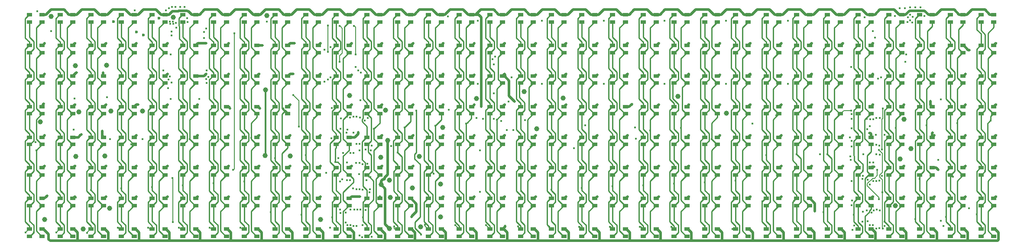
<source format=gbr>
G04 #@! TF.GenerationSoftware,KiCad,Pcbnew,(5.0.1-3-g963ef8bb5)*
G04 #@! TF.CreationDate,2019-06-17T09:36:16+02:00*
G04 #@! TF.ProjectId,cz19-badge,637A31392D62616467652E6B69636164,rev?*
G04 #@! TF.SameCoordinates,Original*
G04 #@! TF.FileFunction,Copper,L1,Top,Signal*
G04 #@! TF.FilePolarity,Positive*
%FSLAX46Y46*%
G04 Gerber Fmt 4.6, Leading zero omitted, Abs format (unit mm)*
G04 Created by KiCad (PCBNEW (5.0.1-3-g963ef8bb5)) date 2019 June 17, Monday 09:36:16*
%MOMM*%
%LPD*%
G01*
G04 APERTURE LIST*
G04 #@! TA.AperFunction,SMDPad,CuDef*
%ADD10R,1.000000X0.800000*%
G04 #@! TD*
G04 #@! TA.AperFunction,ViaPad*
%ADD11C,0.450000*%
G04 #@! TD*
G04 #@! TA.AperFunction,ViaPad*
%ADD12C,1.000000*%
G04 #@! TD*
G04 #@! TA.AperFunction,ViaPad*
%ADD13C,0.600000*%
G04 #@! TD*
G04 #@! TA.AperFunction,Conductor*
%ADD14C,0.250000*%
G04 #@! TD*
G04 #@! TA.AperFunction,Conductor*
%ADD15C,0.500000*%
G04 #@! TD*
G04 #@! TA.AperFunction,Conductor*
%ADD16C,0.300000*%
G04 #@! TD*
G04 #@! TA.AperFunction,Conductor*
%ADD17C,0.150000*%
G04 #@! TD*
G04 APERTURE END LIST*
D10*
G04 #@! TO.P,D1,1*
G04 #@! TO.N,Net-(D1-Pad1)*
X55350000Y-71600000D03*
G04 #@! TO.P,D1,4*
G04 #@! TO.N,Net-(D1-Pad4)*
X57850000Y-71600000D03*
G04 #@! TO.P,D1,3*
G04 #@! TO.N,Net-(D1-Pad3)*
X57850000Y-73000000D03*
G04 #@! TO.P,D1,2*
G04 #@! TO.N,Net-(D1-Pad2)*
X55350000Y-73000000D03*
G04 #@! TD*
G04 #@! TO.P,D2,1*
G04 #@! TO.N,Net-(D130-Pad1)*
X61350000Y-71600000D03*
G04 #@! TO.P,D2,4*
G04 #@! TO.N,Net-(D1-Pad4)*
X63850000Y-71600000D03*
G04 #@! TO.P,D2,3*
G04 #@! TO.N,Net-(D130-Pad3)*
X63850000Y-73000000D03*
G04 #@! TO.P,D2,2*
G04 #@! TO.N,Net-(D130-Pad2)*
X61350000Y-73000000D03*
G04 #@! TD*
G04 #@! TO.P,D3,1*
G04 #@! TO.N,Net-(D131-Pad1)*
X67350000Y-71600000D03*
G04 #@! TO.P,D3,4*
G04 #@! TO.N,Net-(D1-Pad4)*
X69850000Y-71600000D03*
G04 #@! TO.P,D3,3*
G04 #@! TO.N,Net-(D131-Pad3)*
X69850000Y-73000000D03*
G04 #@! TO.P,D3,2*
G04 #@! TO.N,Net-(D131-Pad2)*
X67350000Y-73000000D03*
G04 #@! TD*
G04 #@! TO.P,D4,1*
G04 #@! TO.N,Net-(D100-Pad1)*
X73350000Y-71600000D03*
G04 #@! TO.P,D4,4*
G04 #@! TO.N,Net-(D1-Pad4)*
X75850000Y-71600000D03*
G04 #@! TO.P,D4,3*
G04 #@! TO.N,Net-(D100-Pad3)*
X75850000Y-73000000D03*
G04 #@! TO.P,D4,2*
G04 #@! TO.N,Net-(D100-Pad2)*
X73350000Y-73000000D03*
G04 #@! TD*
G04 #@! TO.P,D5,1*
G04 #@! TO.N,Net-(D101-Pad1)*
X79350000Y-71600000D03*
G04 #@! TO.P,D5,4*
G04 #@! TO.N,Net-(D1-Pad4)*
X81850000Y-71600000D03*
G04 #@! TO.P,D5,3*
G04 #@! TO.N,Net-(D101-Pad3)*
X81850000Y-73000000D03*
G04 #@! TO.P,D5,2*
G04 #@! TO.N,Net-(D101-Pad2)*
X79350000Y-73000000D03*
G04 #@! TD*
G04 #@! TO.P,D6,1*
G04 #@! TO.N,Net-(D102-Pad1)*
X85350000Y-71600000D03*
G04 #@! TO.P,D6,4*
G04 #@! TO.N,Net-(D1-Pad4)*
X87850000Y-71600000D03*
G04 #@! TO.P,D6,3*
G04 #@! TO.N,Net-(D102-Pad3)*
X87850000Y-73000000D03*
G04 #@! TO.P,D6,2*
G04 #@! TO.N,Net-(D102-Pad2)*
X85350000Y-73000000D03*
G04 #@! TD*
G04 #@! TO.P,D7,1*
G04 #@! TO.N,Net-(D103-Pad1)*
X91350000Y-71600000D03*
G04 #@! TO.P,D7,4*
G04 #@! TO.N,Net-(D1-Pad4)*
X93850000Y-71600000D03*
G04 #@! TO.P,D7,3*
G04 #@! TO.N,Net-(D103-Pad3)*
X93850000Y-73000000D03*
G04 #@! TO.P,D7,2*
G04 #@! TO.N,Net-(D103-Pad2)*
X91350000Y-73000000D03*
G04 #@! TD*
G04 #@! TO.P,D8,1*
G04 #@! TO.N,Net-(D104-Pad1)*
X97350000Y-71600000D03*
G04 #@! TO.P,D8,4*
G04 #@! TO.N,Net-(D1-Pad4)*
X99850000Y-71600000D03*
G04 #@! TO.P,D8,3*
G04 #@! TO.N,Net-(D104-Pad3)*
X99850000Y-73000000D03*
G04 #@! TO.P,D8,2*
G04 #@! TO.N,Net-(D104-Pad2)*
X97350000Y-73000000D03*
G04 #@! TD*
G04 #@! TO.P,D9,1*
G04 #@! TO.N,Net-(D105-Pad1)*
X103350000Y-71600000D03*
G04 #@! TO.P,D9,4*
G04 #@! TO.N,Net-(D1-Pad4)*
X105850000Y-71600000D03*
G04 #@! TO.P,D9,3*
G04 #@! TO.N,Net-(D105-Pad3)*
X105850000Y-73000000D03*
G04 #@! TO.P,D9,2*
G04 #@! TO.N,Net-(D105-Pad2)*
X103350000Y-73000000D03*
G04 #@! TD*
G04 #@! TO.P,D10,1*
G04 #@! TO.N,Net-(D10-Pad1)*
X109350000Y-71600000D03*
G04 #@! TO.P,D10,4*
G04 #@! TO.N,Net-(D1-Pad4)*
X111850000Y-71600000D03*
G04 #@! TO.P,D10,3*
G04 #@! TO.N,Net-(D10-Pad3)*
X111850000Y-73000000D03*
G04 #@! TO.P,D10,2*
G04 #@! TO.N,Net-(D10-Pad2)*
X109350000Y-73000000D03*
G04 #@! TD*
G04 #@! TO.P,D11,1*
G04 #@! TO.N,Net-(D107-Pad1)*
X115350000Y-71600000D03*
G04 #@! TO.P,D11,4*
G04 #@! TO.N,Net-(D1-Pad4)*
X117850000Y-71600000D03*
G04 #@! TO.P,D11,3*
G04 #@! TO.N,Net-(D107-Pad3)*
X117850000Y-73000000D03*
G04 #@! TO.P,D11,2*
G04 #@! TO.N,Net-(D107-Pad2)*
X115350000Y-73000000D03*
G04 #@! TD*
G04 #@! TO.P,D12,1*
G04 #@! TO.N,Net-(D108-Pad1)*
X121350000Y-71600000D03*
G04 #@! TO.P,D12,4*
G04 #@! TO.N,Net-(D1-Pad4)*
X123850000Y-71600000D03*
G04 #@! TO.P,D12,3*
G04 #@! TO.N,Net-(D108-Pad3)*
X123850000Y-73000000D03*
G04 #@! TO.P,D12,2*
G04 #@! TO.N,Net-(D108-Pad2)*
X121350000Y-73000000D03*
G04 #@! TD*
G04 #@! TO.P,D13,1*
G04 #@! TO.N,Net-(D109-Pad1)*
X127350000Y-71600000D03*
G04 #@! TO.P,D13,4*
G04 #@! TO.N,Net-(D1-Pad4)*
X129850000Y-71600000D03*
G04 #@! TO.P,D13,3*
G04 #@! TO.N,Net-(D109-Pad3)*
X129850000Y-73000000D03*
G04 #@! TO.P,D13,2*
G04 #@! TO.N,Net-(D109-Pad2)*
X127350000Y-73000000D03*
G04 #@! TD*
G04 #@! TO.P,D14,1*
G04 #@! TO.N,Net-(D110-Pad1)*
X133350000Y-71600000D03*
G04 #@! TO.P,D14,4*
G04 #@! TO.N,Net-(D1-Pad4)*
X135850000Y-71600000D03*
G04 #@! TO.P,D14,3*
G04 #@! TO.N,Net-(D110-Pad3)*
X135850000Y-73000000D03*
G04 #@! TO.P,D14,2*
G04 #@! TO.N,Net-(D110-Pad2)*
X133350000Y-73000000D03*
G04 #@! TD*
G04 #@! TO.P,D15,1*
G04 #@! TO.N,Net-(D111-Pad1)*
X139350000Y-71600000D03*
G04 #@! TO.P,D15,4*
G04 #@! TO.N,Net-(D1-Pad4)*
X141850000Y-71600000D03*
G04 #@! TO.P,D15,3*
G04 #@! TO.N,Net-(D111-Pad3)*
X141850000Y-73000000D03*
G04 #@! TO.P,D15,2*
G04 #@! TO.N,Net-(D111-Pad2)*
X139350000Y-73000000D03*
G04 #@! TD*
G04 #@! TO.P,D16,1*
G04 #@! TO.N,Net-(D112-Pad1)*
X145350000Y-71600000D03*
G04 #@! TO.P,D16,4*
G04 #@! TO.N,Net-(D1-Pad4)*
X147850000Y-71600000D03*
G04 #@! TO.P,D16,3*
G04 #@! TO.N,Net-(D112-Pad3)*
X147850000Y-73000000D03*
G04 #@! TO.P,D16,2*
G04 #@! TO.N,Net-(D112-Pad2)*
X145350000Y-73000000D03*
G04 #@! TD*
G04 #@! TO.P,D17,1*
G04 #@! TO.N,Net-(D113-Pad1)*
X151350000Y-71600000D03*
G04 #@! TO.P,D17,4*
G04 #@! TO.N,Net-(D1-Pad4)*
X153850000Y-71600000D03*
G04 #@! TO.P,D17,3*
G04 #@! TO.N,Net-(D113-Pad3)*
X153850000Y-73000000D03*
G04 #@! TO.P,D17,2*
G04 #@! TO.N,Net-(D113-Pad2)*
X151350000Y-73000000D03*
G04 #@! TD*
G04 #@! TO.P,D18,1*
G04 #@! TO.N,Net-(D114-Pad1)*
X157350000Y-71600000D03*
G04 #@! TO.P,D18,4*
G04 #@! TO.N,Net-(D1-Pad4)*
X159850000Y-71600000D03*
G04 #@! TO.P,D18,3*
G04 #@! TO.N,Net-(D114-Pad3)*
X159850000Y-73000000D03*
G04 #@! TO.P,D18,2*
G04 #@! TO.N,Net-(D114-Pad2)*
X157350000Y-73000000D03*
G04 #@! TD*
G04 #@! TO.P,D19,1*
G04 #@! TO.N,Net-(D115-Pad1)*
X163350000Y-71600000D03*
G04 #@! TO.P,D19,4*
G04 #@! TO.N,Net-(D1-Pad4)*
X165850000Y-71600000D03*
G04 #@! TO.P,D19,3*
G04 #@! TO.N,Net-(D115-Pad3)*
X165850000Y-73000000D03*
G04 #@! TO.P,D19,2*
G04 #@! TO.N,Net-(D115-Pad2)*
X163350000Y-73000000D03*
G04 #@! TD*
G04 #@! TO.P,D20,1*
G04 #@! TO.N,Net-(D116-Pad1)*
X169350000Y-71600000D03*
G04 #@! TO.P,D20,4*
G04 #@! TO.N,Net-(D1-Pad4)*
X171850000Y-71600000D03*
G04 #@! TO.P,D20,3*
G04 #@! TO.N,Net-(D116-Pad3)*
X171850000Y-73000000D03*
G04 #@! TO.P,D20,2*
G04 #@! TO.N,Net-(D116-Pad2)*
X169350000Y-73000000D03*
G04 #@! TD*
G04 #@! TO.P,D21,1*
G04 #@! TO.N,Net-(D117-Pad1)*
X175350000Y-71600000D03*
G04 #@! TO.P,D21,4*
G04 #@! TO.N,Net-(D1-Pad4)*
X177850000Y-71600000D03*
G04 #@! TO.P,D21,3*
G04 #@! TO.N,Net-(D117-Pad3)*
X177850000Y-73000000D03*
G04 #@! TO.P,D21,2*
G04 #@! TO.N,Net-(D117-Pad2)*
X175350000Y-73000000D03*
G04 #@! TD*
G04 #@! TO.P,D22,1*
G04 #@! TO.N,Net-(D118-Pad1)*
X181350000Y-71600000D03*
G04 #@! TO.P,D22,4*
G04 #@! TO.N,Net-(D1-Pad4)*
X183850000Y-71600000D03*
G04 #@! TO.P,D22,3*
G04 #@! TO.N,Net-(D118-Pad3)*
X183850000Y-73000000D03*
G04 #@! TO.P,D22,2*
G04 #@! TO.N,Net-(D118-Pad2)*
X181350000Y-73000000D03*
G04 #@! TD*
G04 #@! TO.P,D23,1*
G04 #@! TO.N,Net-(D119-Pad1)*
X187350000Y-71600000D03*
G04 #@! TO.P,D23,4*
G04 #@! TO.N,Net-(D1-Pad4)*
X189850000Y-71600000D03*
G04 #@! TO.P,D23,3*
G04 #@! TO.N,Net-(D119-Pad3)*
X189850000Y-73000000D03*
G04 #@! TO.P,D23,2*
G04 #@! TO.N,Net-(D119-Pad2)*
X187350000Y-73000000D03*
G04 #@! TD*
G04 #@! TO.P,D24,1*
G04 #@! TO.N,Net-(D120-Pad1)*
X193350000Y-71600000D03*
G04 #@! TO.P,D24,4*
G04 #@! TO.N,Net-(D1-Pad4)*
X195850000Y-71600000D03*
G04 #@! TO.P,D24,3*
G04 #@! TO.N,Net-(D120-Pad3)*
X195850000Y-73000000D03*
G04 #@! TO.P,D24,2*
G04 #@! TO.N,Net-(D120-Pad2)*
X193350000Y-73000000D03*
G04 #@! TD*
G04 #@! TO.P,D25,1*
G04 #@! TO.N,Net-(D121-Pad1)*
X199350000Y-71600000D03*
G04 #@! TO.P,D25,4*
G04 #@! TO.N,Net-(D1-Pad4)*
X201850000Y-71600000D03*
G04 #@! TO.P,D25,3*
G04 #@! TO.N,Net-(D121-Pad3)*
X201850000Y-73000000D03*
G04 #@! TO.P,D25,2*
G04 #@! TO.N,Net-(D121-Pad2)*
X199350000Y-73000000D03*
G04 #@! TD*
G04 #@! TO.P,D26,1*
G04 #@! TO.N,Net-(D122-Pad1)*
X205350000Y-71600000D03*
G04 #@! TO.P,D26,4*
G04 #@! TO.N,Net-(D1-Pad4)*
X207850000Y-71600000D03*
G04 #@! TO.P,D26,3*
G04 #@! TO.N,Net-(D122-Pad3)*
X207850000Y-73000000D03*
G04 #@! TO.P,D26,2*
G04 #@! TO.N,Net-(D122-Pad2)*
X205350000Y-73000000D03*
G04 #@! TD*
G04 #@! TO.P,D27,1*
G04 #@! TO.N,Net-(D123-Pad1)*
X211350000Y-71600000D03*
G04 #@! TO.P,D27,4*
G04 #@! TO.N,Net-(D1-Pad4)*
X213850000Y-71600000D03*
G04 #@! TO.P,D27,3*
G04 #@! TO.N,Net-(D123-Pad3)*
X213850000Y-73000000D03*
G04 #@! TO.P,D27,2*
G04 #@! TO.N,Net-(D123-Pad2)*
X211350000Y-73000000D03*
G04 #@! TD*
G04 #@! TO.P,D28,1*
G04 #@! TO.N,Net-(D124-Pad1)*
X217350000Y-71600000D03*
G04 #@! TO.P,D28,4*
G04 #@! TO.N,Net-(D1-Pad4)*
X219850000Y-71600000D03*
G04 #@! TO.P,D28,3*
G04 #@! TO.N,Net-(D124-Pad3)*
X219850000Y-73000000D03*
G04 #@! TO.P,D28,2*
G04 #@! TO.N,Net-(D124-Pad2)*
X217350000Y-73000000D03*
G04 #@! TD*
G04 #@! TO.P,D29,1*
G04 #@! TO.N,Net-(D125-Pad1)*
X223350000Y-71600000D03*
G04 #@! TO.P,D29,4*
G04 #@! TO.N,Net-(D1-Pad4)*
X225850000Y-71600000D03*
G04 #@! TO.P,D29,3*
G04 #@! TO.N,Net-(D125-Pad3)*
X225850000Y-73000000D03*
G04 #@! TO.P,D29,2*
G04 #@! TO.N,Net-(D125-Pad2)*
X223350000Y-73000000D03*
G04 #@! TD*
G04 #@! TO.P,D30,1*
G04 #@! TO.N,Net-(D126-Pad1)*
X229350000Y-71600000D03*
G04 #@! TO.P,D30,4*
G04 #@! TO.N,Net-(D1-Pad4)*
X231850000Y-71600000D03*
G04 #@! TO.P,D30,3*
G04 #@! TO.N,Net-(D126-Pad3)*
X231850000Y-73000000D03*
G04 #@! TO.P,D30,2*
G04 #@! TO.N,Net-(D126-Pad2)*
X229350000Y-73000000D03*
G04 #@! TD*
G04 #@! TO.P,D31,1*
G04 #@! TO.N,Net-(D127-Pad1)*
X235350000Y-71600000D03*
G04 #@! TO.P,D31,4*
G04 #@! TO.N,Net-(D1-Pad4)*
X237850000Y-71600000D03*
G04 #@! TO.P,D31,3*
G04 #@! TO.N,Net-(D127-Pad3)*
X237850000Y-73000000D03*
G04 #@! TO.P,D31,2*
G04 #@! TO.N,Net-(D127-Pad2)*
X235350000Y-73000000D03*
G04 #@! TD*
G04 #@! TO.P,D32,1*
G04 #@! TO.N,Net-(D128-Pad1)*
X241350000Y-71600000D03*
G04 #@! TO.P,D32,4*
G04 #@! TO.N,Net-(D1-Pad4)*
X243850000Y-71600000D03*
G04 #@! TO.P,D32,3*
G04 #@! TO.N,Net-(D128-Pad3)*
X243850000Y-73000000D03*
G04 #@! TO.P,D32,2*
G04 #@! TO.N,Net-(D128-Pad2)*
X241350000Y-73000000D03*
G04 #@! TD*
G04 #@! TO.P,D33,2*
G04 #@! TO.N,Net-(D1-Pad2)*
X55350000Y-79000000D03*
G04 #@! TO.P,D33,3*
G04 #@! TO.N,Net-(D1-Pad3)*
X57850000Y-79000000D03*
G04 #@! TO.P,D33,4*
G04 #@! TO.N,Net-(D33-Pad4)*
X57850000Y-77600000D03*
G04 #@! TO.P,D33,1*
G04 #@! TO.N,Net-(D1-Pad1)*
X55350000Y-77600000D03*
G04 #@! TD*
G04 #@! TO.P,D34,2*
G04 #@! TO.N,Net-(D130-Pad2)*
X61350000Y-79000000D03*
G04 #@! TO.P,D34,3*
G04 #@! TO.N,Net-(D130-Pad3)*
X63850000Y-79000000D03*
G04 #@! TO.P,D34,4*
G04 #@! TO.N,Net-(D33-Pad4)*
X63850000Y-77600000D03*
G04 #@! TO.P,D34,1*
G04 #@! TO.N,Net-(D130-Pad1)*
X61350000Y-77600000D03*
G04 #@! TD*
G04 #@! TO.P,D35,2*
G04 #@! TO.N,Net-(D131-Pad2)*
X67350000Y-79000000D03*
G04 #@! TO.P,D35,3*
G04 #@! TO.N,Net-(D131-Pad3)*
X69850000Y-79000000D03*
G04 #@! TO.P,D35,4*
G04 #@! TO.N,Net-(D33-Pad4)*
X69850000Y-77600000D03*
G04 #@! TO.P,D35,1*
G04 #@! TO.N,Net-(D131-Pad1)*
X67350000Y-77600000D03*
G04 #@! TD*
G04 #@! TO.P,D36,2*
G04 #@! TO.N,Net-(D100-Pad2)*
X73350000Y-79000000D03*
G04 #@! TO.P,D36,3*
G04 #@! TO.N,Net-(D100-Pad3)*
X75850000Y-79000000D03*
G04 #@! TO.P,D36,4*
G04 #@! TO.N,Net-(D33-Pad4)*
X75850000Y-77600000D03*
G04 #@! TO.P,D36,1*
G04 #@! TO.N,Net-(D100-Pad1)*
X73350000Y-77600000D03*
G04 #@! TD*
G04 #@! TO.P,D37,2*
G04 #@! TO.N,Net-(D101-Pad2)*
X79350000Y-79000000D03*
G04 #@! TO.P,D37,3*
G04 #@! TO.N,Net-(D101-Pad3)*
X81850000Y-79000000D03*
G04 #@! TO.P,D37,4*
G04 #@! TO.N,Net-(D33-Pad4)*
X81850000Y-77600000D03*
G04 #@! TO.P,D37,1*
G04 #@! TO.N,Net-(D101-Pad1)*
X79350000Y-77600000D03*
G04 #@! TD*
G04 #@! TO.P,D38,2*
G04 #@! TO.N,Net-(D102-Pad2)*
X85350000Y-79000000D03*
G04 #@! TO.P,D38,3*
G04 #@! TO.N,Net-(D102-Pad3)*
X87850000Y-79000000D03*
G04 #@! TO.P,D38,4*
G04 #@! TO.N,Net-(D33-Pad4)*
X87850000Y-77600000D03*
G04 #@! TO.P,D38,1*
G04 #@! TO.N,Net-(D102-Pad1)*
X85350000Y-77600000D03*
G04 #@! TD*
G04 #@! TO.P,D39,2*
G04 #@! TO.N,Net-(D103-Pad2)*
X91350000Y-79000000D03*
G04 #@! TO.P,D39,3*
G04 #@! TO.N,Net-(D103-Pad3)*
X93850000Y-79000000D03*
G04 #@! TO.P,D39,4*
G04 #@! TO.N,Net-(D33-Pad4)*
X93850000Y-77600000D03*
G04 #@! TO.P,D39,1*
G04 #@! TO.N,Net-(D103-Pad1)*
X91350000Y-77600000D03*
G04 #@! TD*
G04 #@! TO.P,D40,2*
G04 #@! TO.N,Net-(D104-Pad2)*
X97350000Y-79000000D03*
G04 #@! TO.P,D40,3*
G04 #@! TO.N,Net-(D104-Pad3)*
X99850000Y-79000000D03*
G04 #@! TO.P,D40,4*
G04 #@! TO.N,Net-(D33-Pad4)*
X99850000Y-77600000D03*
G04 #@! TO.P,D40,1*
G04 #@! TO.N,Net-(D104-Pad1)*
X97350000Y-77600000D03*
G04 #@! TD*
G04 #@! TO.P,D41,2*
G04 #@! TO.N,Net-(D105-Pad2)*
X103350000Y-79000000D03*
G04 #@! TO.P,D41,3*
G04 #@! TO.N,Net-(D105-Pad3)*
X105850000Y-79000000D03*
G04 #@! TO.P,D41,4*
G04 #@! TO.N,Net-(D33-Pad4)*
X105850000Y-77600000D03*
G04 #@! TO.P,D41,1*
G04 #@! TO.N,Net-(D105-Pad1)*
X103350000Y-77600000D03*
G04 #@! TD*
G04 #@! TO.P,D42,2*
G04 #@! TO.N,Net-(D10-Pad2)*
X109350000Y-79000000D03*
G04 #@! TO.P,D42,3*
G04 #@! TO.N,Net-(D10-Pad3)*
X111850000Y-79000000D03*
G04 #@! TO.P,D42,4*
G04 #@! TO.N,Net-(D33-Pad4)*
X111850000Y-77600000D03*
G04 #@! TO.P,D42,1*
G04 #@! TO.N,Net-(D10-Pad1)*
X109350000Y-77600000D03*
G04 #@! TD*
G04 #@! TO.P,D43,2*
G04 #@! TO.N,Net-(D107-Pad2)*
X115350000Y-79000000D03*
G04 #@! TO.P,D43,3*
G04 #@! TO.N,Net-(D107-Pad3)*
X117850000Y-79000000D03*
G04 #@! TO.P,D43,4*
G04 #@! TO.N,Net-(D33-Pad4)*
X117850000Y-77600000D03*
G04 #@! TO.P,D43,1*
G04 #@! TO.N,Net-(D107-Pad1)*
X115350000Y-77600000D03*
G04 #@! TD*
G04 #@! TO.P,D44,2*
G04 #@! TO.N,Net-(D108-Pad2)*
X121350000Y-79000000D03*
G04 #@! TO.P,D44,3*
G04 #@! TO.N,Net-(D108-Pad3)*
X123850000Y-79000000D03*
G04 #@! TO.P,D44,4*
G04 #@! TO.N,Net-(D33-Pad4)*
X123850000Y-77600000D03*
G04 #@! TO.P,D44,1*
G04 #@! TO.N,Net-(D108-Pad1)*
X121350000Y-77600000D03*
G04 #@! TD*
G04 #@! TO.P,D45,2*
G04 #@! TO.N,Net-(D109-Pad2)*
X127350000Y-79000000D03*
G04 #@! TO.P,D45,3*
G04 #@! TO.N,Net-(D109-Pad3)*
X129850000Y-79000000D03*
G04 #@! TO.P,D45,4*
G04 #@! TO.N,Net-(D33-Pad4)*
X129850000Y-77600000D03*
G04 #@! TO.P,D45,1*
G04 #@! TO.N,Net-(D109-Pad1)*
X127350000Y-77600000D03*
G04 #@! TD*
G04 #@! TO.P,D46,2*
G04 #@! TO.N,Net-(D110-Pad2)*
X133350000Y-79000000D03*
G04 #@! TO.P,D46,3*
G04 #@! TO.N,Net-(D110-Pad3)*
X135850000Y-79000000D03*
G04 #@! TO.P,D46,4*
G04 #@! TO.N,Net-(D33-Pad4)*
X135850000Y-77600000D03*
G04 #@! TO.P,D46,1*
G04 #@! TO.N,Net-(D110-Pad1)*
X133350000Y-77600000D03*
G04 #@! TD*
G04 #@! TO.P,D47,2*
G04 #@! TO.N,Net-(D111-Pad2)*
X139350000Y-79000000D03*
G04 #@! TO.P,D47,3*
G04 #@! TO.N,Net-(D111-Pad3)*
X141850000Y-79000000D03*
G04 #@! TO.P,D47,4*
G04 #@! TO.N,Net-(D33-Pad4)*
X141850000Y-77600000D03*
G04 #@! TO.P,D47,1*
G04 #@! TO.N,Net-(D111-Pad1)*
X139350000Y-77600000D03*
G04 #@! TD*
G04 #@! TO.P,D48,2*
G04 #@! TO.N,Net-(D112-Pad2)*
X145350000Y-79000000D03*
G04 #@! TO.P,D48,3*
G04 #@! TO.N,Net-(D112-Pad3)*
X147850000Y-79000000D03*
G04 #@! TO.P,D48,4*
G04 #@! TO.N,Net-(D33-Pad4)*
X147850000Y-77600000D03*
G04 #@! TO.P,D48,1*
G04 #@! TO.N,Net-(D112-Pad1)*
X145350000Y-77600000D03*
G04 #@! TD*
G04 #@! TO.P,D49,2*
G04 #@! TO.N,Net-(D113-Pad2)*
X151350000Y-79000000D03*
G04 #@! TO.P,D49,3*
G04 #@! TO.N,Net-(D113-Pad3)*
X153850000Y-79000000D03*
G04 #@! TO.P,D49,4*
G04 #@! TO.N,Net-(D33-Pad4)*
X153850000Y-77600000D03*
G04 #@! TO.P,D49,1*
G04 #@! TO.N,Net-(D113-Pad1)*
X151350000Y-77600000D03*
G04 #@! TD*
G04 #@! TO.P,D50,2*
G04 #@! TO.N,Net-(D114-Pad2)*
X157350000Y-79000000D03*
G04 #@! TO.P,D50,3*
G04 #@! TO.N,Net-(D114-Pad3)*
X159850000Y-79000000D03*
G04 #@! TO.P,D50,4*
G04 #@! TO.N,Net-(D33-Pad4)*
X159850000Y-77600000D03*
G04 #@! TO.P,D50,1*
G04 #@! TO.N,Net-(D114-Pad1)*
X157350000Y-77600000D03*
G04 #@! TD*
G04 #@! TO.P,D51,2*
G04 #@! TO.N,Net-(D115-Pad2)*
X163350000Y-79000000D03*
G04 #@! TO.P,D51,3*
G04 #@! TO.N,Net-(D115-Pad3)*
X165850000Y-79000000D03*
G04 #@! TO.P,D51,4*
G04 #@! TO.N,Net-(D33-Pad4)*
X165850000Y-77600000D03*
G04 #@! TO.P,D51,1*
G04 #@! TO.N,Net-(D115-Pad1)*
X163350000Y-77600000D03*
G04 #@! TD*
G04 #@! TO.P,D52,2*
G04 #@! TO.N,Net-(D116-Pad2)*
X169350000Y-79000000D03*
G04 #@! TO.P,D52,3*
G04 #@! TO.N,Net-(D116-Pad3)*
X171850000Y-79000000D03*
G04 #@! TO.P,D52,4*
G04 #@! TO.N,Net-(D33-Pad4)*
X171850000Y-77600000D03*
G04 #@! TO.P,D52,1*
G04 #@! TO.N,Net-(D116-Pad1)*
X169350000Y-77600000D03*
G04 #@! TD*
G04 #@! TO.P,D53,2*
G04 #@! TO.N,Net-(D117-Pad2)*
X175350000Y-79000000D03*
G04 #@! TO.P,D53,3*
G04 #@! TO.N,Net-(D117-Pad3)*
X177850000Y-79000000D03*
G04 #@! TO.P,D53,4*
G04 #@! TO.N,Net-(D33-Pad4)*
X177850000Y-77600000D03*
G04 #@! TO.P,D53,1*
G04 #@! TO.N,Net-(D117-Pad1)*
X175350000Y-77600000D03*
G04 #@! TD*
G04 #@! TO.P,D54,2*
G04 #@! TO.N,Net-(D118-Pad2)*
X181350000Y-79000000D03*
G04 #@! TO.P,D54,3*
G04 #@! TO.N,Net-(D118-Pad3)*
X183850000Y-79000000D03*
G04 #@! TO.P,D54,4*
G04 #@! TO.N,Net-(D33-Pad4)*
X183850000Y-77600000D03*
G04 #@! TO.P,D54,1*
G04 #@! TO.N,Net-(D118-Pad1)*
X181350000Y-77600000D03*
G04 #@! TD*
G04 #@! TO.P,D55,2*
G04 #@! TO.N,Net-(D119-Pad2)*
X187350000Y-79000000D03*
G04 #@! TO.P,D55,3*
G04 #@! TO.N,Net-(D119-Pad3)*
X189850000Y-79000000D03*
G04 #@! TO.P,D55,4*
G04 #@! TO.N,Net-(D33-Pad4)*
X189850000Y-77600000D03*
G04 #@! TO.P,D55,1*
G04 #@! TO.N,Net-(D119-Pad1)*
X187350000Y-77600000D03*
G04 #@! TD*
G04 #@! TO.P,D56,2*
G04 #@! TO.N,Net-(D120-Pad2)*
X193350000Y-79000000D03*
G04 #@! TO.P,D56,3*
G04 #@! TO.N,Net-(D120-Pad3)*
X195850000Y-79000000D03*
G04 #@! TO.P,D56,4*
G04 #@! TO.N,Net-(D33-Pad4)*
X195850000Y-77600000D03*
G04 #@! TO.P,D56,1*
G04 #@! TO.N,Net-(D120-Pad1)*
X193350000Y-77600000D03*
G04 #@! TD*
G04 #@! TO.P,D57,2*
G04 #@! TO.N,Net-(D121-Pad2)*
X199350000Y-79000000D03*
G04 #@! TO.P,D57,3*
G04 #@! TO.N,Net-(D121-Pad3)*
X201850000Y-79000000D03*
G04 #@! TO.P,D57,4*
G04 #@! TO.N,Net-(D33-Pad4)*
X201850000Y-77600000D03*
G04 #@! TO.P,D57,1*
G04 #@! TO.N,Net-(D121-Pad1)*
X199350000Y-77600000D03*
G04 #@! TD*
G04 #@! TO.P,D58,2*
G04 #@! TO.N,Net-(D122-Pad2)*
X205350000Y-79000000D03*
G04 #@! TO.P,D58,3*
G04 #@! TO.N,Net-(D122-Pad3)*
X207850000Y-79000000D03*
G04 #@! TO.P,D58,4*
G04 #@! TO.N,Net-(D33-Pad4)*
X207850000Y-77600000D03*
G04 #@! TO.P,D58,1*
G04 #@! TO.N,Net-(D122-Pad1)*
X205350000Y-77600000D03*
G04 #@! TD*
G04 #@! TO.P,D59,2*
G04 #@! TO.N,Net-(D123-Pad2)*
X211350000Y-79000000D03*
G04 #@! TO.P,D59,3*
G04 #@! TO.N,Net-(D123-Pad3)*
X213850000Y-79000000D03*
G04 #@! TO.P,D59,4*
G04 #@! TO.N,Net-(D33-Pad4)*
X213850000Y-77600000D03*
G04 #@! TO.P,D59,1*
G04 #@! TO.N,Net-(D123-Pad1)*
X211350000Y-77600000D03*
G04 #@! TD*
G04 #@! TO.P,D60,2*
G04 #@! TO.N,Net-(D124-Pad2)*
X217350000Y-79000000D03*
G04 #@! TO.P,D60,3*
G04 #@! TO.N,Net-(D124-Pad3)*
X219850000Y-79000000D03*
G04 #@! TO.P,D60,4*
G04 #@! TO.N,Net-(D33-Pad4)*
X219850000Y-77600000D03*
G04 #@! TO.P,D60,1*
G04 #@! TO.N,Net-(D124-Pad1)*
X217350000Y-77600000D03*
G04 #@! TD*
G04 #@! TO.P,D61,2*
G04 #@! TO.N,Net-(D125-Pad2)*
X223350000Y-79000000D03*
G04 #@! TO.P,D61,3*
G04 #@! TO.N,Net-(D125-Pad3)*
X225850000Y-79000000D03*
G04 #@! TO.P,D61,4*
G04 #@! TO.N,Net-(D33-Pad4)*
X225850000Y-77600000D03*
G04 #@! TO.P,D61,1*
G04 #@! TO.N,Net-(D125-Pad1)*
X223350000Y-77600000D03*
G04 #@! TD*
G04 #@! TO.P,D62,2*
G04 #@! TO.N,Net-(D126-Pad2)*
X229350000Y-79000000D03*
G04 #@! TO.P,D62,3*
G04 #@! TO.N,Net-(D126-Pad3)*
X231850000Y-79000000D03*
G04 #@! TO.P,D62,4*
G04 #@! TO.N,Net-(D33-Pad4)*
X231850000Y-77600000D03*
G04 #@! TO.P,D62,1*
G04 #@! TO.N,Net-(D126-Pad1)*
X229350000Y-77600000D03*
G04 #@! TD*
G04 #@! TO.P,D63,2*
G04 #@! TO.N,Net-(D127-Pad2)*
X235350000Y-79000000D03*
G04 #@! TO.P,D63,3*
G04 #@! TO.N,Net-(D127-Pad3)*
X237850000Y-79000000D03*
G04 #@! TO.P,D63,4*
G04 #@! TO.N,Net-(D33-Pad4)*
X237850000Y-77600000D03*
G04 #@! TO.P,D63,1*
G04 #@! TO.N,Net-(D127-Pad1)*
X235350000Y-77600000D03*
G04 #@! TD*
G04 #@! TO.P,D64,2*
G04 #@! TO.N,Net-(D128-Pad2)*
X241350000Y-79000000D03*
G04 #@! TO.P,D64,3*
G04 #@! TO.N,Net-(D128-Pad3)*
X243850000Y-79000000D03*
G04 #@! TO.P,D64,4*
G04 #@! TO.N,Net-(D33-Pad4)*
X243850000Y-77600000D03*
G04 #@! TO.P,D64,1*
G04 #@! TO.N,Net-(D128-Pad1)*
X241350000Y-77600000D03*
G04 #@! TD*
G04 #@! TO.P,D65,1*
G04 #@! TO.N,Net-(D1-Pad1)*
X55350000Y-83600000D03*
G04 #@! TO.P,D65,4*
G04 #@! TO.N,Net-(D65-Pad4)*
X57850000Y-83600000D03*
G04 #@! TO.P,D65,3*
G04 #@! TO.N,Net-(D1-Pad3)*
X57850000Y-85000000D03*
G04 #@! TO.P,D65,2*
G04 #@! TO.N,Net-(D1-Pad2)*
X55350000Y-85000000D03*
G04 #@! TD*
G04 #@! TO.P,D66,1*
G04 #@! TO.N,Net-(D130-Pad1)*
X61350000Y-83600000D03*
G04 #@! TO.P,D66,4*
G04 #@! TO.N,Net-(D65-Pad4)*
X63850000Y-83600000D03*
G04 #@! TO.P,D66,3*
G04 #@! TO.N,Net-(D130-Pad3)*
X63850000Y-85000000D03*
G04 #@! TO.P,D66,2*
G04 #@! TO.N,Net-(D130-Pad2)*
X61350000Y-85000000D03*
G04 #@! TD*
G04 #@! TO.P,D67,1*
G04 #@! TO.N,Net-(D131-Pad1)*
X67350000Y-83600000D03*
G04 #@! TO.P,D67,4*
G04 #@! TO.N,Net-(D65-Pad4)*
X69850000Y-83600000D03*
G04 #@! TO.P,D67,3*
G04 #@! TO.N,Net-(D131-Pad3)*
X69850000Y-85000000D03*
G04 #@! TO.P,D67,2*
G04 #@! TO.N,Net-(D131-Pad2)*
X67350000Y-85000000D03*
G04 #@! TD*
G04 #@! TO.P,D68,1*
G04 #@! TO.N,Net-(D100-Pad1)*
X73350000Y-83600000D03*
G04 #@! TO.P,D68,4*
G04 #@! TO.N,Net-(D65-Pad4)*
X75850000Y-83600000D03*
G04 #@! TO.P,D68,3*
G04 #@! TO.N,Net-(D100-Pad3)*
X75850000Y-85000000D03*
G04 #@! TO.P,D68,2*
G04 #@! TO.N,Net-(D100-Pad2)*
X73350000Y-85000000D03*
G04 #@! TD*
G04 #@! TO.P,D69,1*
G04 #@! TO.N,Net-(D101-Pad1)*
X79350000Y-83600000D03*
G04 #@! TO.P,D69,4*
G04 #@! TO.N,Net-(D65-Pad4)*
X81850000Y-83600000D03*
G04 #@! TO.P,D69,3*
G04 #@! TO.N,Net-(D101-Pad3)*
X81850000Y-85000000D03*
G04 #@! TO.P,D69,2*
G04 #@! TO.N,Net-(D101-Pad2)*
X79350000Y-85000000D03*
G04 #@! TD*
G04 #@! TO.P,D70,1*
G04 #@! TO.N,Net-(D102-Pad1)*
X85350000Y-83600000D03*
G04 #@! TO.P,D70,4*
G04 #@! TO.N,Net-(D65-Pad4)*
X87850000Y-83600000D03*
G04 #@! TO.P,D70,3*
G04 #@! TO.N,Net-(D102-Pad3)*
X87850000Y-85000000D03*
G04 #@! TO.P,D70,2*
G04 #@! TO.N,Net-(D102-Pad2)*
X85350000Y-85000000D03*
G04 #@! TD*
G04 #@! TO.P,D71,1*
G04 #@! TO.N,Net-(D103-Pad1)*
X91350000Y-83600000D03*
G04 #@! TO.P,D71,4*
G04 #@! TO.N,Net-(D65-Pad4)*
X93850000Y-83600000D03*
G04 #@! TO.P,D71,3*
G04 #@! TO.N,Net-(D103-Pad3)*
X93850000Y-85000000D03*
G04 #@! TO.P,D71,2*
G04 #@! TO.N,Net-(D103-Pad2)*
X91350000Y-85000000D03*
G04 #@! TD*
G04 #@! TO.P,D72,1*
G04 #@! TO.N,Net-(D104-Pad1)*
X97350000Y-83600000D03*
G04 #@! TO.P,D72,4*
G04 #@! TO.N,Net-(D65-Pad4)*
X99850000Y-83600000D03*
G04 #@! TO.P,D72,3*
G04 #@! TO.N,Net-(D104-Pad3)*
X99850000Y-85000000D03*
G04 #@! TO.P,D72,2*
G04 #@! TO.N,Net-(D104-Pad2)*
X97350000Y-85000000D03*
G04 #@! TD*
G04 #@! TO.P,D73,1*
G04 #@! TO.N,Net-(D105-Pad1)*
X103350000Y-83600000D03*
G04 #@! TO.P,D73,4*
G04 #@! TO.N,Net-(D65-Pad4)*
X105850000Y-83600000D03*
G04 #@! TO.P,D73,3*
G04 #@! TO.N,Net-(D105-Pad3)*
X105850000Y-85000000D03*
G04 #@! TO.P,D73,2*
G04 #@! TO.N,Net-(D105-Pad2)*
X103350000Y-85000000D03*
G04 #@! TD*
G04 #@! TO.P,D74,1*
G04 #@! TO.N,Net-(D10-Pad1)*
X109350000Y-83600000D03*
G04 #@! TO.P,D74,4*
G04 #@! TO.N,Net-(D65-Pad4)*
X111850000Y-83600000D03*
G04 #@! TO.P,D74,3*
G04 #@! TO.N,Net-(D10-Pad3)*
X111850000Y-85000000D03*
G04 #@! TO.P,D74,2*
G04 #@! TO.N,Net-(D10-Pad2)*
X109350000Y-85000000D03*
G04 #@! TD*
G04 #@! TO.P,D75,1*
G04 #@! TO.N,Net-(D107-Pad1)*
X115350000Y-83600000D03*
G04 #@! TO.P,D75,4*
G04 #@! TO.N,Net-(D65-Pad4)*
X117850000Y-83600000D03*
G04 #@! TO.P,D75,3*
G04 #@! TO.N,Net-(D107-Pad3)*
X117850000Y-85000000D03*
G04 #@! TO.P,D75,2*
G04 #@! TO.N,Net-(D107-Pad2)*
X115350000Y-85000000D03*
G04 #@! TD*
G04 #@! TO.P,D76,1*
G04 #@! TO.N,Net-(D108-Pad1)*
X121350000Y-83600000D03*
G04 #@! TO.P,D76,4*
G04 #@! TO.N,Net-(D65-Pad4)*
X123850000Y-83600000D03*
G04 #@! TO.P,D76,3*
G04 #@! TO.N,Net-(D108-Pad3)*
X123850000Y-85000000D03*
G04 #@! TO.P,D76,2*
G04 #@! TO.N,Net-(D108-Pad2)*
X121350000Y-85000000D03*
G04 #@! TD*
G04 #@! TO.P,D77,1*
G04 #@! TO.N,Net-(D109-Pad1)*
X127350000Y-83600000D03*
G04 #@! TO.P,D77,4*
G04 #@! TO.N,Net-(D65-Pad4)*
X129850000Y-83600000D03*
G04 #@! TO.P,D77,3*
G04 #@! TO.N,Net-(D109-Pad3)*
X129850000Y-85000000D03*
G04 #@! TO.P,D77,2*
G04 #@! TO.N,Net-(D109-Pad2)*
X127350000Y-85000000D03*
G04 #@! TD*
G04 #@! TO.P,D78,1*
G04 #@! TO.N,Net-(D110-Pad1)*
X133350000Y-83600000D03*
G04 #@! TO.P,D78,4*
G04 #@! TO.N,Net-(D65-Pad4)*
X135850000Y-83600000D03*
G04 #@! TO.P,D78,3*
G04 #@! TO.N,Net-(D110-Pad3)*
X135850000Y-85000000D03*
G04 #@! TO.P,D78,2*
G04 #@! TO.N,Net-(D110-Pad2)*
X133350000Y-85000000D03*
G04 #@! TD*
G04 #@! TO.P,D79,1*
G04 #@! TO.N,Net-(D111-Pad1)*
X139350000Y-83600000D03*
G04 #@! TO.P,D79,4*
G04 #@! TO.N,Net-(D65-Pad4)*
X141850000Y-83600000D03*
G04 #@! TO.P,D79,3*
G04 #@! TO.N,Net-(D111-Pad3)*
X141850000Y-85000000D03*
G04 #@! TO.P,D79,2*
G04 #@! TO.N,Net-(D111-Pad2)*
X139350000Y-85000000D03*
G04 #@! TD*
G04 #@! TO.P,D80,1*
G04 #@! TO.N,Net-(D112-Pad1)*
X145350000Y-83600000D03*
G04 #@! TO.P,D80,4*
G04 #@! TO.N,Net-(D65-Pad4)*
X147850000Y-83600000D03*
G04 #@! TO.P,D80,3*
G04 #@! TO.N,Net-(D112-Pad3)*
X147850000Y-85000000D03*
G04 #@! TO.P,D80,2*
G04 #@! TO.N,Net-(D112-Pad2)*
X145350000Y-85000000D03*
G04 #@! TD*
G04 #@! TO.P,D81,1*
G04 #@! TO.N,Net-(D113-Pad1)*
X151350000Y-83600000D03*
G04 #@! TO.P,D81,4*
G04 #@! TO.N,Net-(D65-Pad4)*
X153850000Y-83600000D03*
G04 #@! TO.P,D81,3*
G04 #@! TO.N,Net-(D113-Pad3)*
X153850000Y-85000000D03*
G04 #@! TO.P,D81,2*
G04 #@! TO.N,Net-(D113-Pad2)*
X151350000Y-85000000D03*
G04 #@! TD*
G04 #@! TO.P,D82,1*
G04 #@! TO.N,Net-(D114-Pad1)*
X157350000Y-83600000D03*
G04 #@! TO.P,D82,4*
G04 #@! TO.N,Net-(D65-Pad4)*
X159850000Y-83600000D03*
G04 #@! TO.P,D82,3*
G04 #@! TO.N,Net-(D114-Pad3)*
X159850000Y-85000000D03*
G04 #@! TO.P,D82,2*
G04 #@! TO.N,Net-(D114-Pad2)*
X157350000Y-85000000D03*
G04 #@! TD*
G04 #@! TO.P,D83,1*
G04 #@! TO.N,Net-(D115-Pad1)*
X163350000Y-83600000D03*
G04 #@! TO.P,D83,4*
G04 #@! TO.N,Net-(D65-Pad4)*
X165850000Y-83600000D03*
G04 #@! TO.P,D83,3*
G04 #@! TO.N,Net-(D115-Pad3)*
X165850000Y-85000000D03*
G04 #@! TO.P,D83,2*
G04 #@! TO.N,Net-(D115-Pad2)*
X163350000Y-85000000D03*
G04 #@! TD*
G04 #@! TO.P,D84,1*
G04 #@! TO.N,Net-(D116-Pad1)*
X169350000Y-83600000D03*
G04 #@! TO.P,D84,4*
G04 #@! TO.N,Net-(D65-Pad4)*
X171850000Y-83600000D03*
G04 #@! TO.P,D84,3*
G04 #@! TO.N,Net-(D116-Pad3)*
X171850000Y-85000000D03*
G04 #@! TO.P,D84,2*
G04 #@! TO.N,Net-(D116-Pad2)*
X169350000Y-85000000D03*
G04 #@! TD*
G04 #@! TO.P,D85,1*
G04 #@! TO.N,Net-(D117-Pad1)*
X175350000Y-83600000D03*
G04 #@! TO.P,D85,4*
G04 #@! TO.N,Net-(D65-Pad4)*
X177850000Y-83600000D03*
G04 #@! TO.P,D85,3*
G04 #@! TO.N,Net-(D117-Pad3)*
X177850000Y-85000000D03*
G04 #@! TO.P,D85,2*
G04 #@! TO.N,Net-(D117-Pad2)*
X175350000Y-85000000D03*
G04 #@! TD*
G04 #@! TO.P,D86,1*
G04 #@! TO.N,Net-(D118-Pad1)*
X181350000Y-83600000D03*
G04 #@! TO.P,D86,4*
G04 #@! TO.N,Net-(D65-Pad4)*
X183850000Y-83600000D03*
G04 #@! TO.P,D86,3*
G04 #@! TO.N,Net-(D118-Pad3)*
X183850000Y-85000000D03*
G04 #@! TO.P,D86,2*
G04 #@! TO.N,Net-(D118-Pad2)*
X181350000Y-85000000D03*
G04 #@! TD*
G04 #@! TO.P,D87,1*
G04 #@! TO.N,Net-(D119-Pad1)*
X187350000Y-83600000D03*
G04 #@! TO.P,D87,4*
G04 #@! TO.N,Net-(D65-Pad4)*
X189850000Y-83600000D03*
G04 #@! TO.P,D87,3*
G04 #@! TO.N,Net-(D119-Pad3)*
X189850000Y-85000000D03*
G04 #@! TO.P,D87,2*
G04 #@! TO.N,Net-(D119-Pad2)*
X187350000Y-85000000D03*
G04 #@! TD*
G04 #@! TO.P,D88,1*
G04 #@! TO.N,Net-(D120-Pad1)*
X193350000Y-83600000D03*
G04 #@! TO.P,D88,4*
G04 #@! TO.N,Net-(D65-Pad4)*
X195850000Y-83600000D03*
G04 #@! TO.P,D88,3*
G04 #@! TO.N,Net-(D120-Pad3)*
X195850000Y-85000000D03*
G04 #@! TO.P,D88,2*
G04 #@! TO.N,Net-(D120-Pad2)*
X193350000Y-85000000D03*
G04 #@! TD*
G04 #@! TO.P,D89,1*
G04 #@! TO.N,Net-(D121-Pad1)*
X199350000Y-83600000D03*
G04 #@! TO.P,D89,4*
G04 #@! TO.N,Net-(D65-Pad4)*
X201850000Y-83600000D03*
G04 #@! TO.P,D89,3*
G04 #@! TO.N,Net-(D121-Pad3)*
X201850000Y-85000000D03*
G04 #@! TO.P,D89,2*
G04 #@! TO.N,Net-(D121-Pad2)*
X199350000Y-85000000D03*
G04 #@! TD*
G04 #@! TO.P,D90,1*
G04 #@! TO.N,Net-(D122-Pad1)*
X205350000Y-83600000D03*
G04 #@! TO.P,D90,4*
G04 #@! TO.N,Net-(D65-Pad4)*
X207850000Y-83600000D03*
G04 #@! TO.P,D90,3*
G04 #@! TO.N,Net-(D122-Pad3)*
X207850000Y-85000000D03*
G04 #@! TO.P,D90,2*
G04 #@! TO.N,Net-(D122-Pad2)*
X205350000Y-85000000D03*
G04 #@! TD*
G04 #@! TO.P,D91,1*
G04 #@! TO.N,Net-(D123-Pad1)*
X211350000Y-83600000D03*
G04 #@! TO.P,D91,4*
G04 #@! TO.N,Net-(D65-Pad4)*
X213850000Y-83600000D03*
G04 #@! TO.P,D91,3*
G04 #@! TO.N,Net-(D123-Pad3)*
X213850000Y-85000000D03*
G04 #@! TO.P,D91,2*
G04 #@! TO.N,Net-(D123-Pad2)*
X211350000Y-85000000D03*
G04 #@! TD*
G04 #@! TO.P,D92,1*
G04 #@! TO.N,Net-(D124-Pad1)*
X217350000Y-83600000D03*
G04 #@! TO.P,D92,4*
G04 #@! TO.N,Net-(D65-Pad4)*
X219850000Y-83600000D03*
G04 #@! TO.P,D92,3*
G04 #@! TO.N,Net-(D124-Pad3)*
X219850000Y-85000000D03*
G04 #@! TO.P,D92,2*
G04 #@! TO.N,Net-(D124-Pad2)*
X217350000Y-85000000D03*
G04 #@! TD*
G04 #@! TO.P,D93,1*
G04 #@! TO.N,Net-(D125-Pad1)*
X223350000Y-83600000D03*
G04 #@! TO.P,D93,4*
G04 #@! TO.N,Net-(D65-Pad4)*
X225850000Y-83600000D03*
G04 #@! TO.P,D93,3*
G04 #@! TO.N,Net-(D125-Pad3)*
X225850000Y-85000000D03*
G04 #@! TO.P,D93,2*
G04 #@! TO.N,Net-(D125-Pad2)*
X223350000Y-85000000D03*
G04 #@! TD*
G04 #@! TO.P,D94,1*
G04 #@! TO.N,Net-(D126-Pad1)*
X229350000Y-83600000D03*
G04 #@! TO.P,D94,4*
G04 #@! TO.N,Net-(D65-Pad4)*
X231850000Y-83600000D03*
G04 #@! TO.P,D94,3*
G04 #@! TO.N,Net-(D126-Pad3)*
X231850000Y-85000000D03*
G04 #@! TO.P,D94,2*
G04 #@! TO.N,Net-(D126-Pad2)*
X229350000Y-85000000D03*
G04 #@! TD*
G04 #@! TO.P,D95,1*
G04 #@! TO.N,Net-(D127-Pad1)*
X235350000Y-83600000D03*
G04 #@! TO.P,D95,4*
G04 #@! TO.N,Net-(D65-Pad4)*
X237850000Y-83600000D03*
G04 #@! TO.P,D95,3*
G04 #@! TO.N,Net-(D127-Pad3)*
X237850000Y-85000000D03*
G04 #@! TO.P,D95,2*
G04 #@! TO.N,Net-(D127-Pad2)*
X235350000Y-85000000D03*
G04 #@! TD*
G04 #@! TO.P,D96,2*
G04 #@! TO.N,Net-(D128-Pad2)*
X241350000Y-85000000D03*
G04 #@! TO.P,D96,3*
G04 #@! TO.N,Net-(D128-Pad3)*
X243850000Y-85000000D03*
G04 #@! TO.P,D96,4*
G04 #@! TO.N,Net-(D65-Pad4)*
X243850000Y-83600000D03*
G04 #@! TO.P,D96,1*
G04 #@! TO.N,Net-(D128-Pad1)*
X241350000Y-83600000D03*
G04 #@! TD*
G04 #@! TO.P,D97,2*
G04 #@! TO.N,Net-(D1-Pad2)*
X55350000Y-91000000D03*
G04 #@! TO.P,D97,3*
G04 #@! TO.N,Net-(D1-Pad3)*
X57850000Y-91000000D03*
G04 #@! TO.P,D97,4*
G04 #@! TO.N,Net-(D100-Pad4)*
X57850000Y-89600000D03*
G04 #@! TO.P,D97,1*
G04 #@! TO.N,Net-(D1-Pad1)*
X55350000Y-89600000D03*
G04 #@! TD*
G04 #@! TO.P,D98,2*
G04 #@! TO.N,Net-(D130-Pad2)*
X61350000Y-91000000D03*
G04 #@! TO.P,D98,3*
G04 #@! TO.N,Net-(D130-Pad3)*
X63850000Y-91000000D03*
G04 #@! TO.P,D98,4*
G04 #@! TO.N,Net-(D100-Pad4)*
X63850000Y-89600000D03*
G04 #@! TO.P,D98,1*
G04 #@! TO.N,Net-(D130-Pad1)*
X61350000Y-89600000D03*
G04 #@! TD*
G04 #@! TO.P,D99,2*
G04 #@! TO.N,Net-(D131-Pad2)*
X67350000Y-91000000D03*
G04 #@! TO.P,D99,3*
G04 #@! TO.N,Net-(D131-Pad3)*
X69850000Y-91000000D03*
G04 #@! TO.P,D99,4*
G04 #@! TO.N,Net-(D100-Pad4)*
X69850000Y-89600000D03*
G04 #@! TO.P,D99,1*
G04 #@! TO.N,Net-(D131-Pad1)*
X67350000Y-89600000D03*
G04 #@! TD*
G04 #@! TO.P,D100,2*
G04 #@! TO.N,Net-(D100-Pad2)*
X73350000Y-91000000D03*
G04 #@! TO.P,D100,3*
G04 #@! TO.N,Net-(D100-Pad3)*
X75850000Y-91000000D03*
G04 #@! TO.P,D100,4*
G04 #@! TO.N,Net-(D100-Pad4)*
X75850000Y-89600000D03*
G04 #@! TO.P,D100,1*
G04 #@! TO.N,Net-(D100-Pad1)*
X73350000Y-89600000D03*
G04 #@! TD*
G04 #@! TO.P,D101,2*
G04 #@! TO.N,Net-(D101-Pad2)*
X79350000Y-91000000D03*
G04 #@! TO.P,D101,3*
G04 #@! TO.N,Net-(D101-Pad3)*
X81850000Y-91000000D03*
G04 #@! TO.P,D101,4*
G04 #@! TO.N,Net-(D100-Pad4)*
X81850000Y-89600000D03*
G04 #@! TO.P,D101,1*
G04 #@! TO.N,Net-(D101-Pad1)*
X79350000Y-89600000D03*
G04 #@! TD*
G04 #@! TO.P,D102,2*
G04 #@! TO.N,Net-(D102-Pad2)*
X85350000Y-91000000D03*
G04 #@! TO.P,D102,3*
G04 #@! TO.N,Net-(D102-Pad3)*
X87850000Y-91000000D03*
G04 #@! TO.P,D102,4*
G04 #@! TO.N,Net-(D100-Pad4)*
X87850000Y-89600000D03*
G04 #@! TO.P,D102,1*
G04 #@! TO.N,Net-(D102-Pad1)*
X85350000Y-89600000D03*
G04 #@! TD*
G04 #@! TO.P,D103,2*
G04 #@! TO.N,Net-(D103-Pad2)*
X91350000Y-91000000D03*
G04 #@! TO.P,D103,3*
G04 #@! TO.N,Net-(D103-Pad3)*
X93850000Y-91000000D03*
G04 #@! TO.P,D103,4*
G04 #@! TO.N,Net-(D100-Pad4)*
X93850000Y-89600000D03*
G04 #@! TO.P,D103,1*
G04 #@! TO.N,Net-(D103-Pad1)*
X91350000Y-89600000D03*
G04 #@! TD*
G04 #@! TO.P,D104,2*
G04 #@! TO.N,Net-(D104-Pad2)*
X97350000Y-91000000D03*
G04 #@! TO.P,D104,3*
G04 #@! TO.N,Net-(D104-Pad3)*
X99850000Y-91000000D03*
G04 #@! TO.P,D104,4*
G04 #@! TO.N,Net-(D100-Pad4)*
X99850000Y-89600000D03*
G04 #@! TO.P,D104,1*
G04 #@! TO.N,Net-(D104-Pad1)*
X97350000Y-89600000D03*
G04 #@! TD*
G04 #@! TO.P,D105,2*
G04 #@! TO.N,Net-(D105-Pad2)*
X103350000Y-91000000D03*
G04 #@! TO.P,D105,3*
G04 #@! TO.N,Net-(D105-Pad3)*
X105850000Y-91000000D03*
G04 #@! TO.P,D105,4*
G04 #@! TO.N,Net-(D100-Pad4)*
X105850000Y-89600000D03*
G04 #@! TO.P,D105,1*
G04 #@! TO.N,Net-(D105-Pad1)*
X103350000Y-89600000D03*
G04 #@! TD*
G04 #@! TO.P,D106,2*
G04 #@! TO.N,Net-(D10-Pad2)*
X109350000Y-91000000D03*
G04 #@! TO.P,D106,3*
G04 #@! TO.N,Net-(D10-Pad3)*
X111850000Y-91000000D03*
G04 #@! TO.P,D106,4*
G04 #@! TO.N,Net-(D100-Pad4)*
X111850000Y-89600000D03*
G04 #@! TO.P,D106,1*
G04 #@! TO.N,Net-(D10-Pad1)*
X109350000Y-89600000D03*
G04 #@! TD*
G04 #@! TO.P,D107,2*
G04 #@! TO.N,Net-(D107-Pad2)*
X115350000Y-91000000D03*
G04 #@! TO.P,D107,3*
G04 #@! TO.N,Net-(D107-Pad3)*
X117850000Y-91000000D03*
G04 #@! TO.P,D107,4*
G04 #@! TO.N,Net-(D100-Pad4)*
X117850000Y-89600000D03*
G04 #@! TO.P,D107,1*
G04 #@! TO.N,Net-(D107-Pad1)*
X115350000Y-89600000D03*
G04 #@! TD*
G04 #@! TO.P,D108,2*
G04 #@! TO.N,Net-(D108-Pad2)*
X121350000Y-91000000D03*
G04 #@! TO.P,D108,3*
G04 #@! TO.N,Net-(D108-Pad3)*
X123850000Y-91000000D03*
G04 #@! TO.P,D108,4*
G04 #@! TO.N,Net-(D100-Pad4)*
X123850000Y-89600000D03*
G04 #@! TO.P,D108,1*
G04 #@! TO.N,Net-(D108-Pad1)*
X121350000Y-89600000D03*
G04 #@! TD*
G04 #@! TO.P,D109,2*
G04 #@! TO.N,Net-(D109-Pad2)*
X127350000Y-91000000D03*
G04 #@! TO.P,D109,3*
G04 #@! TO.N,Net-(D109-Pad3)*
X129850000Y-91000000D03*
G04 #@! TO.P,D109,4*
G04 #@! TO.N,Net-(D100-Pad4)*
X129850000Y-89600000D03*
G04 #@! TO.P,D109,1*
G04 #@! TO.N,Net-(D109-Pad1)*
X127350000Y-89600000D03*
G04 #@! TD*
G04 #@! TO.P,D110,1*
G04 #@! TO.N,Net-(D110-Pad1)*
X133350000Y-89600000D03*
G04 #@! TO.P,D110,4*
G04 #@! TO.N,Net-(D100-Pad4)*
X135850000Y-89600000D03*
G04 #@! TO.P,D110,3*
G04 #@! TO.N,Net-(D110-Pad3)*
X135850000Y-91000000D03*
G04 #@! TO.P,D110,2*
G04 #@! TO.N,Net-(D110-Pad2)*
X133350000Y-91000000D03*
G04 #@! TD*
G04 #@! TO.P,D111,2*
G04 #@! TO.N,Net-(D111-Pad2)*
X139350000Y-91000000D03*
G04 #@! TO.P,D111,3*
G04 #@! TO.N,Net-(D111-Pad3)*
X141850000Y-91000000D03*
G04 #@! TO.P,D111,4*
G04 #@! TO.N,Net-(D100-Pad4)*
X141850000Y-89600000D03*
G04 #@! TO.P,D111,1*
G04 #@! TO.N,Net-(D111-Pad1)*
X139350000Y-89600000D03*
G04 #@! TD*
G04 #@! TO.P,D112,2*
G04 #@! TO.N,Net-(D112-Pad2)*
X145350000Y-91000000D03*
G04 #@! TO.P,D112,3*
G04 #@! TO.N,Net-(D112-Pad3)*
X147850000Y-91000000D03*
G04 #@! TO.P,D112,4*
G04 #@! TO.N,Net-(D100-Pad4)*
X147850000Y-89600000D03*
G04 #@! TO.P,D112,1*
G04 #@! TO.N,Net-(D112-Pad1)*
X145350000Y-89600000D03*
G04 #@! TD*
G04 #@! TO.P,D113,2*
G04 #@! TO.N,Net-(D113-Pad2)*
X151350000Y-91000000D03*
G04 #@! TO.P,D113,3*
G04 #@! TO.N,Net-(D113-Pad3)*
X153850000Y-91000000D03*
G04 #@! TO.P,D113,4*
G04 #@! TO.N,Net-(D100-Pad4)*
X153850000Y-89600000D03*
G04 #@! TO.P,D113,1*
G04 #@! TO.N,Net-(D113-Pad1)*
X151350000Y-89600000D03*
G04 #@! TD*
G04 #@! TO.P,D114,2*
G04 #@! TO.N,Net-(D114-Pad2)*
X157350000Y-91000000D03*
G04 #@! TO.P,D114,3*
G04 #@! TO.N,Net-(D114-Pad3)*
X159850000Y-91000000D03*
G04 #@! TO.P,D114,4*
G04 #@! TO.N,Net-(D100-Pad4)*
X159850000Y-89600000D03*
G04 #@! TO.P,D114,1*
G04 #@! TO.N,Net-(D114-Pad1)*
X157350000Y-89600000D03*
G04 #@! TD*
G04 #@! TO.P,D115,2*
G04 #@! TO.N,Net-(D115-Pad2)*
X163350000Y-91000000D03*
G04 #@! TO.P,D115,3*
G04 #@! TO.N,Net-(D115-Pad3)*
X165850000Y-91000000D03*
G04 #@! TO.P,D115,4*
G04 #@! TO.N,Net-(D100-Pad4)*
X165850000Y-89600000D03*
G04 #@! TO.P,D115,1*
G04 #@! TO.N,Net-(D115-Pad1)*
X163350000Y-89600000D03*
G04 #@! TD*
G04 #@! TO.P,D116,2*
G04 #@! TO.N,Net-(D116-Pad2)*
X169350000Y-91000000D03*
G04 #@! TO.P,D116,3*
G04 #@! TO.N,Net-(D116-Pad3)*
X171850000Y-91000000D03*
G04 #@! TO.P,D116,4*
G04 #@! TO.N,Net-(D100-Pad4)*
X171850000Y-89600000D03*
G04 #@! TO.P,D116,1*
G04 #@! TO.N,Net-(D116-Pad1)*
X169350000Y-89600000D03*
G04 #@! TD*
G04 #@! TO.P,D117,2*
G04 #@! TO.N,Net-(D117-Pad2)*
X175350000Y-91000000D03*
G04 #@! TO.P,D117,3*
G04 #@! TO.N,Net-(D117-Pad3)*
X177850000Y-91000000D03*
G04 #@! TO.P,D117,4*
G04 #@! TO.N,Net-(D100-Pad4)*
X177850000Y-89600000D03*
G04 #@! TO.P,D117,1*
G04 #@! TO.N,Net-(D117-Pad1)*
X175350000Y-89600000D03*
G04 #@! TD*
G04 #@! TO.P,D118,2*
G04 #@! TO.N,Net-(D118-Pad2)*
X181350000Y-91000000D03*
G04 #@! TO.P,D118,3*
G04 #@! TO.N,Net-(D118-Pad3)*
X183850000Y-91000000D03*
G04 #@! TO.P,D118,4*
G04 #@! TO.N,Net-(D100-Pad4)*
X183850000Y-89600000D03*
G04 #@! TO.P,D118,1*
G04 #@! TO.N,Net-(D118-Pad1)*
X181350000Y-89600000D03*
G04 #@! TD*
G04 #@! TO.P,D119,2*
G04 #@! TO.N,Net-(D119-Pad2)*
X187350000Y-91000000D03*
G04 #@! TO.P,D119,3*
G04 #@! TO.N,Net-(D119-Pad3)*
X189850000Y-91000000D03*
G04 #@! TO.P,D119,4*
G04 #@! TO.N,Net-(D100-Pad4)*
X189850000Y-89600000D03*
G04 #@! TO.P,D119,1*
G04 #@! TO.N,Net-(D119-Pad1)*
X187350000Y-89600000D03*
G04 #@! TD*
G04 #@! TO.P,D120,2*
G04 #@! TO.N,Net-(D120-Pad2)*
X193350000Y-91000000D03*
G04 #@! TO.P,D120,3*
G04 #@! TO.N,Net-(D120-Pad3)*
X195850000Y-91000000D03*
G04 #@! TO.P,D120,4*
G04 #@! TO.N,Net-(D100-Pad4)*
X195850000Y-89600000D03*
G04 #@! TO.P,D120,1*
G04 #@! TO.N,Net-(D120-Pad1)*
X193350000Y-89600000D03*
G04 #@! TD*
G04 #@! TO.P,D121,2*
G04 #@! TO.N,Net-(D121-Pad2)*
X199350000Y-91000000D03*
G04 #@! TO.P,D121,3*
G04 #@! TO.N,Net-(D121-Pad3)*
X201850000Y-91000000D03*
G04 #@! TO.P,D121,4*
G04 #@! TO.N,Net-(D100-Pad4)*
X201850000Y-89600000D03*
G04 #@! TO.P,D121,1*
G04 #@! TO.N,Net-(D121-Pad1)*
X199350000Y-89600000D03*
G04 #@! TD*
G04 #@! TO.P,D122,2*
G04 #@! TO.N,Net-(D122-Pad2)*
X205350000Y-91000000D03*
G04 #@! TO.P,D122,3*
G04 #@! TO.N,Net-(D122-Pad3)*
X207850000Y-91000000D03*
G04 #@! TO.P,D122,4*
G04 #@! TO.N,Net-(D100-Pad4)*
X207850000Y-89600000D03*
G04 #@! TO.P,D122,1*
G04 #@! TO.N,Net-(D122-Pad1)*
X205350000Y-89600000D03*
G04 #@! TD*
G04 #@! TO.P,D123,2*
G04 #@! TO.N,Net-(D123-Pad2)*
X211350000Y-91000000D03*
G04 #@! TO.P,D123,3*
G04 #@! TO.N,Net-(D123-Pad3)*
X213850000Y-91000000D03*
G04 #@! TO.P,D123,4*
G04 #@! TO.N,Net-(D100-Pad4)*
X213850000Y-89600000D03*
G04 #@! TO.P,D123,1*
G04 #@! TO.N,Net-(D123-Pad1)*
X211350000Y-89600000D03*
G04 #@! TD*
G04 #@! TO.P,D124,2*
G04 #@! TO.N,Net-(D124-Pad2)*
X217350000Y-91000000D03*
G04 #@! TO.P,D124,3*
G04 #@! TO.N,Net-(D124-Pad3)*
X219850000Y-91000000D03*
G04 #@! TO.P,D124,4*
G04 #@! TO.N,Net-(D100-Pad4)*
X219850000Y-89600000D03*
G04 #@! TO.P,D124,1*
G04 #@! TO.N,Net-(D124-Pad1)*
X217350000Y-89600000D03*
G04 #@! TD*
G04 #@! TO.P,D125,2*
G04 #@! TO.N,Net-(D125-Pad2)*
X223350000Y-91000000D03*
G04 #@! TO.P,D125,3*
G04 #@! TO.N,Net-(D125-Pad3)*
X225850000Y-91000000D03*
G04 #@! TO.P,D125,4*
G04 #@! TO.N,Net-(D100-Pad4)*
X225850000Y-89600000D03*
G04 #@! TO.P,D125,1*
G04 #@! TO.N,Net-(D125-Pad1)*
X223350000Y-89600000D03*
G04 #@! TD*
G04 #@! TO.P,D126,2*
G04 #@! TO.N,Net-(D126-Pad2)*
X229350000Y-91000000D03*
G04 #@! TO.P,D126,3*
G04 #@! TO.N,Net-(D126-Pad3)*
X231850000Y-91000000D03*
G04 #@! TO.P,D126,4*
G04 #@! TO.N,Net-(D100-Pad4)*
X231850000Y-89600000D03*
G04 #@! TO.P,D126,1*
G04 #@! TO.N,Net-(D126-Pad1)*
X229350000Y-89600000D03*
G04 #@! TD*
G04 #@! TO.P,D127,2*
G04 #@! TO.N,Net-(D127-Pad2)*
X235350000Y-91000000D03*
G04 #@! TO.P,D127,3*
G04 #@! TO.N,Net-(D127-Pad3)*
X237850000Y-91000000D03*
G04 #@! TO.P,D127,4*
G04 #@! TO.N,Net-(D100-Pad4)*
X237850000Y-89600000D03*
G04 #@! TO.P,D127,1*
G04 #@! TO.N,Net-(D127-Pad1)*
X235350000Y-89600000D03*
G04 #@! TD*
G04 #@! TO.P,D128,1*
G04 #@! TO.N,Net-(D128-Pad1)*
X241350000Y-89600000D03*
G04 #@! TO.P,D128,4*
G04 #@! TO.N,Net-(D100-Pad4)*
X243850000Y-89600000D03*
G04 #@! TO.P,D128,3*
G04 #@! TO.N,Net-(D128-Pad3)*
X243850000Y-91000000D03*
G04 #@! TO.P,D128,2*
G04 #@! TO.N,Net-(D128-Pad2)*
X241350000Y-91000000D03*
G04 #@! TD*
G04 #@! TO.P,D129,1*
G04 #@! TO.N,Net-(D1-Pad1)*
X55350000Y-95600000D03*
G04 #@! TO.P,D129,4*
G04 #@! TO.N,Net-(D129-Pad4)*
X57850000Y-95600000D03*
G04 #@! TO.P,D129,3*
G04 #@! TO.N,Net-(D1-Pad3)*
X57850000Y-97000000D03*
G04 #@! TO.P,D129,2*
G04 #@! TO.N,Net-(D1-Pad2)*
X55350000Y-97000000D03*
G04 #@! TD*
G04 #@! TO.P,D130,1*
G04 #@! TO.N,Net-(D130-Pad1)*
X61350000Y-95600000D03*
G04 #@! TO.P,D130,4*
G04 #@! TO.N,Net-(D129-Pad4)*
X63850000Y-95600000D03*
G04 #@! TO.P,D130,3*
G04 #@! TO.N,Net-(D130-Pad3)*
X63850000Y-97000000D03*
G04 #@! TO.P,D130,2*
G04 #@! TO.N,Net-(D130-Pad2)*
X61350000Y-97000000D03*
G04 #@! TD*
G04 #@! TO.P,D131,1*
G04 #@! TO.N,Net-(D131-Pad1)*
X67350000Y-95600000D03*
G04 #@! TO.P,D131,4*
G04 #@! TO.N,Net-(D129-Pad4)*
X69850000Y-95600000D03*
G04 #@! TO.P,D131,3*
G04 #@! TO.N,Net-(D131-Pad3)*
X69850000Y-97000000D03*
G04 #@! TO.P,D131,2*
G04 #@! TO.N,Net-(D131-Pad2)*
X67350000Y-97000000D03*
G04 #@! TD*
G04 #@! TO.P,D132,1*
G04 #@! TO.N,Net-(D100-Pad1)*
X73350000Y-95600000D03*
G04 #@! TO.P,D132,4*
G04 #@! TO.N,Net-(D129-Pad4)*
X75850000Y-95600000D03*
G04 #@! TO.P,D132,3*
G04 #@! TO.N,Net-(D100-Pad3)*
X75850000Y-97000000D03*
G04 #@! TO.P,D132,2*
G04 #@! TO.N,Net-(D100-Pad2)*
X73350000Y-97000000D03*
G04 #@! TD*
G04 #@! TO.P,D133,1*
G04 #@! TO.N,Net-(D101-Pad1)*
X79350000Y-95600000D03*
G04 #@! TO.P,D133,4*
G04 #@! TO.N,Net-(D129-Pad4)*
X81850000Y-95600000D03*
G04 #@! TO.P,D133,3*
G04 #@! TO.N,Net-(D101-Pad3)*
X81850000Y-97000000D03*
G04 #@! TO.P,D133,2*
G04 #@! TO.N,Net-(D101-Pad2)*
X79350000Y-97000000D03*
G04 #@! TD*
G04 #@! TO.P,D134,1*
G04 #@! TO.N,Net-(D102-Pad1)*
X85350000Y-95600000D03*
G04 #@! TO.P,D134,4*
G04 #@! TO.N,Net-(D129-Pad4)*
X87850000Y-95600000D03*
G04 #@! TO.P,D134,3*
G04 #@! TO.N,Net-(D102-Pad3)*
X87850000Y-97000000D03*
G04 #@! TO.P,D134,2*
G04 #@! TO.N,Net-(D102-Pad2)*
X85350000Y-97000000D03*
G04 #@! TD*
G04 #@! TO.P,D135,1*
G04 #@! TO.N,Net-(D103-Pad1)*
X91350000Y-95600000D03*
G04 #@! TO.P,D135,4*
G04 #@! TO.N,Net-(D129-Pad4)*
X93850000Y-95600000D03*
G04 #@! TO.P,D135,3*
G04 #@! TO.N,Net-(D103-Pad3)*
X93850000Y-97000000D03*
G04 #@! TO.P,D135,2*
G04 #@! TO.N,Net-(D103-Pad2)*
X91350000Y-97000000D03*
G04 #@! TD*
G04 #@! TO.P,D136,1*
G04 #@! TO.N,Net-(D104-Pad1)*
X97350000Y-95600000D03*
G04 #@! TO.P,D136,4*
G04 #@! TO.N,Net-(D129-Pad4)*
X99850000Y-95600000D03*
G04 #@! TO.P,D136,3*
G04 #@! TO.N,Net-(D104-Pad3)*
X99850000Y-97000000D03*
G04 #@! TO.P,D136,2*
G04 #@! TO.N,Net-(D104-Pad2)*
X97350000Y-97000000D03*
G04 #@! TD*
G04 #@! TO.P,D137,1*
G04 #@! TO.N,Net-(D105-Pad1)*
X103350000Y-95600000D03*
G04 #@! TO.P,D137,4*
G04 #@! TO.N,Net-(D129-Pad4)*
X105850000Y-95600000D03*
G04 #@! TO.P,D137,3*
G04 #@! TO.N,Net-(D105-Pad3)*
X105850000Y-97000000D03*
G04 #@! TO.P,D137,2*
G04 #@! TO.N,Net-(D105-Pad2)*
X103350000Y-97000000D03*
G04 #@! TD*
G04 #@! TO.P,D138,1*
G04 #@! TO.N,Net-(D10-Pad1)*
X109350000Y-95600000D03*
G04 #@! TO.P,D138,4*
G04 #@! TO.N,Net-(D129-Pad4)*
X111850000Y-95600000D03*
G04 #@! TO.P,D138,3*
G04 #@! TO.N,Net-(D10-Pad3)*
X111850000Y-97000000D03*
G04 #@! TO.P,D138,2*
G04 #@! TO.N,Net-(D10-Pad2)*
X109350000Y-97000000D03*
G04 #@! TD*
G04 #@! TO.P,D139,1*
G04 #@! TO.N,Net-(D107-Pad1)*
X115350000Y-95600000D03*
G04 #@! TO.P,D139,4*
G04 #@! TO.N,Net-(D129-Pad4)*
X117850000Y-95600000D03*
G04 #@! TO.P,D139,3*
G04 #@! TO.N,Net-(D107-Pad3)*
X117850000Y-97000000D03*
G04 #@! TO.P,D139,2*
G04 #@! TO.N,Net-(D107-Pad2)*
X115350000Y-97000000D03*
G04 #@! TD*
G04 #@! TO.P,D140,1*
G04 #@! TO.N,Net-(D108-Pad1)*
X121350000Y-95600000D03*
G04 #@! TO.P,D140,4*
G04 #@! TO.N,Net-(D129-Pad4)*
X123850000Y-95600000D03*
G04 #@! TO.P,D140,3*
G04 #@! TO.N,Net-(D108-Pad3)*
X123850000Y-97000000D03*
G04 #@! TO.P,D140,2*
G04 #@! TO.N,Net-(D108-Pad2)*
X121350000Y-97000000D03*
G04 #@! TD*
G04 #@! TO.P,D141,1*
G04 #@! TO.N,Net-(D109-Pad1)*
X127350000Y-95600000D03*
G04 #@! TO.P,D141,4*
G04 #@! TO.N,Net-(D129-Pad4)*
X129850000Y-95600000D03*
G04 #@! TO.P,D141,3*
G04 #@! TO.N,Net-(D109-Pad3)*
X129850000Y-97000000D03*
G04 #@! TO.P,D141,2*
G04 #@! TO.N,Net-(D109-Pad2)*
X127350000Y-97000000D03*
G04 #@! TD*
G04 #@! TO.P,D142,1*
G04 #@! TO.N,Net-(D110-Pad1)*
X133350000Y-95600000D03*
G04 #@! TO.P,D142,4*
G04 #@! TO.N,Net-(D129-Pad4)*
X135850000Y-95600000D03*
G04 #@! TO.P,D142,3*
G04 #@! TO.N,Net-(D110-Pad3)*
X135850000Y-97000000D03*
G04 #@! TO.P,D142,2*
G04 #@! TO.N,Net-(D110-Pad2)*
X133350000Y-97000000D03*
G04 #@! TD*
G04 #@! TO.P,D143,1*
G04 #@! TO.N,Net-(D111-Pad1)*
X139350000Y-95600000D03*
G04 #@! TO.P,D143,4*
G04 #@! TO.N,Net-(D129-Pad4)*
X141850000Y-95600000D03*
G04 #@! TO.P,D143,3*
G04 #@! TO.N,Net-(D111-Pad3)*
X141850000Y-97000000D03*
G04 #@! TO.P,D143,2*
G04 #@! TO.N,Net-(D111-Pad2)*
X139350000Y-97000000D03*
G04 #@! TD*
G04 #@! TO.P,D144,1*
G04 #@! TO.N,Net-(D112-Pad1)*
X145350000Y-95600000D03*
G04 #@! TO.P,D144,4*
G04 #@! TO.N,Net-(D129-Pad4)*
X147850000Y-95600000D03*
G04 #@! TO.P,D144,3*
G04 #@! TO.N,Net-(D112-Pad3)*
X147850000Y-97000000D03*
G04 #@! TO.P,D144,2*
G04 #@! TO.N,Net-(D112-Pad2)*
X145350000Y-97000000D03*
G04 #@! TD*
G04 #@! TO.P,D145,1*
G04 #@! TO.N,Net-(D113-Pad1)*
X151350000Y-95600000D03*
G04 #@! TO.P,D145,4*
G04 #@! TO.N,Net-(D129-Pad4)*
X153850000Y-95600000D03*
G04 #@! TO.P,D145,3*
G04 #@! TO.N,Net-(D113-Pad3)*
X153850000Y-97000000D03*
G04 #@! TO.P,D145,2*
G04 #@! TO.N,Net-(D113-Pad2)*
X151350000Y-97000000D03*
G04 #@! TD*
G04 #@! TO.P,D146,1*
G04 #@! TO.N,Net-(D114-Pad1)*
X157350000Y-95600000D03*
G04 #@! TO.P,D146,4*
G04 #@! TO.N,Net-(D129-Pad4)*
X159850000Y-95600000D03*
G04 #@! TO.P,D146,3*
G04 #@! TO.N,Net-(D114-Pad3)*
X159850000Y-97000000D03*
G04 #@! TO.P,D146,2*
G04 #@! TO.N,Net-(D114-Pad2)*
X157350000Y-97000000D03*
G04 #@! TD*
G04 #@! TO.P,D147,1*
G04 #@! TO.N,Net-(D115-Pad1)*
X163350000Y-95600000D03*
G04 #@! TO.P,D147,4*
G04 #@! TO.N,Net-(D129-Pad4)*
X165850000Y-95600000D03*
G04 #@! TO.P,D147,3*
G04 #@! TO.N,Net-(D115-Pad3)*
X165850000Y-97000000D03*
G04 #@! TO.P,D147,2*
G04 #@! TO.N,Net-(D115-Pad2)*
X163350000Y-97000000D03*
G04 #@! TD*
G04 #@! TO.P,D148,1*
G04 #@! TO.N,Net-(D116-Pad1)*
X169350000Y-95600000D03*
G04 #@! TO.P,D148,4*
G04 #@! TO.N,Net-(D129-Pad4)*
X171850000Y-95600000D03*
G04 #@! TO.P,D148,3*
G04 #@! TO.N,Net-(D116-Pad3)*
X171850000Y-97000000D03*
G04 #@! TO.P,D148,2*
G04 #@! TO.N,Net-(D116-Pad2)*
X169350000Y-97000000D03*
G04 #@! TD*
G04 #@! TO.P,D149,1*
G04 #@! TO.N,Net-(D117-Pad1)*
X175350000Y-95600000D03*
G04 #@! TO.P,D149,4*
G04 #@! TO.N,Net-(D129-Pad4)*
X177850000Y-95600000D03*
G04 #@! TO.P,D149,3*
G04 #@! TO.N,Net-(D117-Pad3)*
X177850000Y-97000000D03*
G04 #@! TO.P,D149,2*
G04 #@! TO.N,Net-(D117-Pad2)*
X175350000Y-97000000D03*
G04 #@! TD*
G04 #@! TO.P,D150,1*
G04 #@! TO.N,Net-(D118-Pad1)*
X181350000Y-95600000D03*
G04 #@! TO.P,D150,4*
G04 #@! TO.N,Net-(D129-Pad4)*
X183850000Y-95600000D03*
G04 #@! TO.P,D150,3*
G04 #@! TO.N,Net-(D118-Pad3)*
X183850000Y-97000000D03*
G04 #@! TO.P,D150,2*
G04 #@! TO.N,Net-(D118-Pad2)*
X181350000Y-97000000D03*
G04 #@! TD*
G04 #@! TO.P,D151,1*
G04 #@! TO.N,Net-(D119-Pad1)*
X187350000Y-95600000D03*
G04 #@! TO.P,D151,4*
G04 #@! TO.N,Net-(D129-Pad4)*
X189850000Y-95600000D03*
G04 #@! TO.P,D151,3*
G04 #@! TO.N,Net-(D119-Pad3)*
X189850000Y-97000000D03*
G04 #@! TO.P,D151,2*
G04 #@! TO.N,Net-(D119-Pad2)*
X187350000Y-97000000D03*
G04 #@! TD*
G04 #@! TO.P,D152,1*
G04 #@! TO.N,Net-(D120-Pad1)*
X193350000Y-95600000D03*
G04 #@! TO.P,D152,4*
G04 #@! TO.N,Net-(D129-Pad4)*
X195850000Y-95600000D03*
G04 #@! TO.P,D152,3*
G04 #@! TO.N,Net-(D120-Pad3)*
X195850000Y-97000000D03*
G04 #@! TO.P,D152,2*
G04 #@! TO.N,Net-(D120-Pad2)*
X193350000Y-97000000D03*
G04 #@! TD*
G04 #@! TO.P,D153,1*
G04 #@! TO.N,Net-(D121-Pad1)*
X199350000Y-95600000D03*
G04 #@! TO.P,D153,4*
G04 #@! TO.N,Net-(D129-Pad4)*
X201850000Y-95600000D03*
G04 #@! TO.P,D153,3*
G04 #@! TO.N,Net-(D121-Pad3)*
X201850000Y-97000000D03*
G04 #@! TO.P,D153,2*
G04 #@! TO.N,Net-(D121-Pad2)*
X199350000Y-97000000D03*
G04 #@! TD*
G04 #@! TO.P,D154,1*
G04 #@! TO.N,Net-(D122-Pad1)*
X205350000Y-95600000D03*
G04 #@! TO.P,D154,4*
G04 #@! TO.N,Net-(D129-Pad4)*
X207850000Y-95600000D03*
G04 #@! TO.P,D154,3*
G04 #@! TO.N,Net-(D122-Pad3)*
X207850000Y-97000000D03*
G04 #@! TO.P,D154,2*
G04 #@! TO.N,Net-(D122-Pad2)*
X205350000Y-97000000D03*
G04 #@! TD*
G04 #@! TO.P,D155,1*
G04 #@! TO.N,Net-(D123-Pad1)*
X211350000Y-95600000D03*
G04 #@! TO.P,D155,4*
G04 #@! TO.N,Net-(D129-Pad4)*
X213850000Y-95600000D03*
G04 #@! TO.P,D155,3*
G04 #@! TO.N,Net-(D123-Pad3)*
X213850000Y-97000000D03*
G04 #@! TO.P,D155,2*
G04 #@! TO.N,Net-(D123-Pad2)*
X211350000Y-97000000D03*
G04 #@! TD*
G04 #@! TO.P,D156,1*
G04 #@! TO.N,Net-(D124-Pad1)*
X217350000Y-95600000D03*
G04 #@! TO.P,D156,4*
G04 #@! TO.N,Net-(D129-Pad4)*
X219850000Y-95600000D03*
G04 #@! TO.P,D156,3*
G04 #@! TO.N,Net-(D124-Pad3)*
X219850000Y-97000000D03*
G04 #@! TO.P,D156,2*
G04 #@! TO.N,Net-(D124-Pad2)*
X217350000Y-97000000D03*
G04 #@! TD*
G04 #@! TO.P,D157,1*
G04 #@! TO.N,Net-(D125-Pad1)*
X223350000Y-95600000D03*
G04 #@! TO.P,D157,4*
G04 #@! TO.N,Net-(D129-Pad4)*
X225850000Y-95600000D03*
G04 #@! TO.P,D157,3*
G04 #@! TO.N,Net-(D125-Pad3)*
X225850000Y-97000000D03*
G04 #@! TO.P,D157,2*
G04 #@! TO.N,Net-(D125-Pad2)*
X223350000Y-97000000D03*
G04 #@! TD*
G04 #@! TO.P,D158,1*
G04 #@! TO.N,Net-(D126-Pad1)*
X229350000Y-95600000D03*
G04 #@! TO.P,D158,4*
G04 #@! TO.N,Net-(D129-Pad4)*
X231850000Y-95600000D03*
G04 #@! TO.P,D158,3*
G04 #@! TO.N,Net-(D126-Pad3)*
X231850000Y-97000000D03*
G04 #@! TO.P,D158,2*
G04 #@! TO.N,Net-(D126-Pad2)*
X229350000Y-97000000D03*
G04 #@! TD*
G04 #@! TO.P,D159,1*
G04 #@! TO.N,Net-(D127-Pad1)*
X235350000Y-95600000D03*
G04 #@! TO.P,D159,4*
G04 #@! TO.N,Net-(D129-Pad4)*
X237850000Y-95600000D03*
G04 #@! TO.P,D159,3*
G04 #@! TO.N,Net-(D127-Pad3)*
X237850000Y-97000000D03*
G04 #@! TO.P,D159,2*
G04 #@! TO.N,Net-(D127-Pad2)*
X235350000Y-97000000D03*
G04 #@! TD*
G04 #@! TO.P,D160,2*
G04 #@! TO.N,Net-(D128-Pad2)*
X241350000Y-97000000D03*
G04 #@! TO.P,D160,3*
G04 #@! TO.N,Net-(D128-Pad3)*
X243850000Y-97000000D03*
G04 #@! TO.P,D160,4*
G04 #@! TO.N,Net-(D129-Pad4)*
X243850000Y-95600000D03*
G04 #@! TO.P,D160,1*
G04 #@! TO.N,Net-(D128-Pad1)*
X241350000Y-95600000D03*
G04 #@! TD*
G04 #@! TO.P,D161,2*
G04 #@! TO.N,Net-(D1-Pad2)*
X55350000Y-103000000D03*
G04 #@! TO.P,D161,3*
G04 #@! TO.N,Net-(D1-Pad3)*
X57850000Y-103000000D03*
G04 #@! TO.P,D161,4*
G04 #@! TO.N,Net-(D161-Pad4)*
X57850000Y-101600000D03*
G04 #@! TO.P,D161,1*
G04 #@! TO.N,Net-(D1-Pad1)*
X55350000Y-101600000D03*
G04 #@! TD*
G04 #@! TO.P,D162,2*
G04 #@! TO.N,Net-(D130-Pad2)*
X61350000Y-103000000D03*
G04 #@! TO.P,D162,3*
G04 #@! TO.N,Net-(D130-Pad3)*
X63850000Y-103000000D03*
G04 #@! TO.P,D162,4*
G04 #@! TO.N,Net-(D161-Pad4)*
X63850000Y-101600000D03*
G04 #@! TO.P,D162,1*
G04 #@! TO.N,Net-(D130-Pad1)*
X61350000Y-101600000D03*
G04 #@! TD*
G04 #@! TO.P,D163,2*
G04 #@! TO.N,Net-(D131-Pad2)*
X67350000Y-103000000D03*
G04 #@! TO.P,D163,3*
G04 #@! TO.N,Net-(D131-Pad3)*
X69850000Y-103000000D03*
G04 #@! TO.P,D163,4*
G04 #@! TO.N,Net-(D161-Pad4)*
X69850000Y-101600000D03*
G04 #@! TO.P,D163,1*
G04 #@! TO.N,Net-(D131-Pad1)*
X67350000Y-101600000D03*
G04 #@! TD*
G04 #@! TO.P,D164,2*
G04 #@! TO.N,Net-(D100-Pad2)*
X73350000Y-103000000D03*
G04 #@! TO.P,D164,3*
G04 #@! TO.N,Net-(D100-Pad3)*
X75850000Y-103000000D03*
G04 #@! TO.P,D164,4*
G04 #@! TO.N,Net-(D161-Pad4)*
X75850000Y-101600000D03*
G04 #@! TO.P,D164,1*
G04 #@! TO.N,Net-(D100-Pad1)*
X73350000Y-101600000D03*
G04 #@! TD*
G04 #@! TO.P,D165,2*
G04 #@! TO.N,Net-(D101-Pad2)*
X79350000Y-103000000D03*
G04 #@! TO.P,D165,3*
G04 #@! TO.N,Net-(D101-Pad3)*
X81850000Y-103000000D03*
G04 #@! TO.P,D165,4*
G04 #@! TO.N,Net-(D161-Pad4)*
X81850000Y-101600000D03*
G04 #@! TO.P,D165,1*
G04 #@! TO.N,Net-(D101-Pad1)*
X79350000Y-101600000D03*
G04 #@! TD*
G04 #@! TO.P,D166,2*
G04 #@! TO.N,Net-(D102-Pad2)*
X85350000Y-103000000D03*
G04 #@! TO.P,D166,3*
G04 #@! TO.N,Net-(D102-Pad3)*
X87850000Y-103000000D03*
G04 #@! TO.P,D166,4*
G04 #@! TO.N,Net-(D161-Pad4)*
X87850000Y-101600000D03*
G04 #@! TO.P,D166,1*
G04 #@! TO.N,Net-(D102-Pad1)*
X85350000Y-101600000D03*
G04 #@! TD*
G04 #@! TO.P,D167,2*
G04 #@! TO.N,Net-(D103-Pad2)*
X91350000Y-103000000D03*
G04 #@! TO.P,D167,3*
G04 #@! TO.N,Net-(D103-Pad3)*
X93850000Y-103000000D03*
G04 #@! TO.P,D167,4*
G04 #@! TO.N,Net-(D161-Pad4)*
X93850000Y-101600000D03*
G04 #@! TO.P,D167,1*
G04 #@! TO.N,Net-(D103-Pad1)*
X91350000Y-101600000D03*
G04 #@! TD*
G04 #@! TO.P,D168,2*
G04 #@! TO.N,Net-(D104-Pad2)*
X97350000Y-103000000D03*
G04 #@! TO.P,D168,3*
G04 #@! TO.N,Net-(D104-Pad3)*
X99850000Y-103000000D03*
G04 #@! TO.P,D168,4*
G04 #@! TO.N,Net-(D161-Pad4)*
X99850000Y-101600000D03*
G04 #@! TO.P,D168,1*
G04 #@! TO.N,Net-(D104-Pad1)*
X97350000Y-101600000D03*
G04 #@! TD*
G04 #@! TO.P,D169,2*
G04 #@! TO.N,Net-(D105-Pad2)*
X103350000Y-103000000D03*
G04 #@! TO.P,D169,3*
G04 #@! TO.N,Net-(D105-Pad3)*
X105850000Y-103000000D03*
G04 #@! TO.P,D169,4*
G04 #@! TO.N,Net-(D161-Pad4)*
X105850000Y-101600000D03*
G04 #@! TO.P,D169,1*
G04 #@! TO.N,Net-(D105-Pad1)*
X103350000Y-101600000D03*
G04 #@! TD*
G04 #@! TO.P,D170,2*
G04 #@! TO.N,Net-(D10-Pad2)*
X109350000Y-103000000D03*
G04 #@! TO.P,D170,3*
G04 #@! TO.N,Net-(D10-Pad3)*
X111850000Y-103000000D03*
G04 #@! TO.P,D170,4*
G04 #@! TO.N,Net-(D161-Pad4)*
X111850000Y-101600000D03*
G04 #@! TO.P,D170,1*
G04 #@! TO.N,Net-(D10-Pad1)*
X109350000Y-101600000D03*
G04 #@! TD*
G04 #@! TO.P,D171,2*
G04 #@! TO.N,Net-(D107-Pad2)*
X115350000Y-103000000D03*
G04 #@! TO.P,D171,3*
G04 #@! TO.N,Net-(D107-Pad3)*
X117850000Y-103000000D03*
G04 #@! TO.P,D171,4*
G04 #@! TO.N,Net-(D161-Pad4)*
X117850000Y-101600000D03*
G04 #@! TO.P,D171,1*
G04 #@! TO.N,Net-(D107-Pad1)*
X115350000Y-101600000D03*
G04 #@! TD*
G04 #@! TO.P,D172,2*
G04 #@! TO.N,Net-(D108-Pad2)*
X121350000Y-103000000D03*
G04 #@! TO.P,D172,3*
G04 #@! TO.N,Net-(D108-Pad3)*
X123850000Y-103000000D03*
G04 #@! TO.P,D172,4*
G04 #@! TO.N,Net-(D161-Pad4)*
X123850000Y-101600000D03*
G04 #@! TO.P,D172,1*
G04 #@! TO.N,Net-(D108-Pad1)*
X121350000Y-101600000D03*
G04 #@! TD*
G04 #@! TO.P,D173,2*
G04 #@! TO.N,Net-(D109-Pad2)*
X127350000Y-103000000D03*
G04 #@! TO.P,D173,3*
G04 #@! TO.N,Net-(D109-Pad3)*
X129850000Y-103000000D03*
G04 #@! TO.P,D173,4*
G04 #@! TO.N,Net-(D161-Pad4)*
X129850000Y-101600000D03*
G04 #@! TO.P,D173,1*
G04 #@! TO.N,Net-(D109-Pad1)*
X127350000Y-101600000D03*
G04 #@! TD*
G04 #@! TO.P,D174,2*
G04 #@! TO.N,Net-(D110-Pad2)*
X133350000Y-103000000D03*
G04 #@! TO.P,D174,3*
G04 #@! TO.N,Net-(D110-Pad3)*
X135850000Y-103000000D03*
G04 #@! TO.P,D174,4*
G04 #@! TO.N,Net-(D161-Pad4)*
X135850000Y-101600000D03*
G04 #@! TO.P,D174,1*
G04 #@! TO.N,Net-(D110-Pad1)*
X133350000Y-101600000D03*
G04 #@! TD*
G04 #@! TO.P,D175,2*
G04 #@! TO.N,Net-(D111-Pad2)*
X139350000Y-103000000D03*
G04 #@! TO.P,D175,3*
G04 #@! TO.N,Net-(D111-Pad3)*
X141850000Y-103000000D03*
G04 #@! TO.P,D175,4*
G04 #@! TO.N,Net-(D161-Pad4)*
X141850000Y-101600000D03*
G04 #@! TO.P,D175,1*
G04 #@! TO.N,Net-(D111-Pad1)*
X139350000Y-101600000D03*
G04 #@! TD*
G04 #@! TO.P,D176,2*
G04 #@! TO.N,Net-(D112-Pad2)*
X145350000Y-103000000D03*
G04 #@! TO.P,D176,3*
G04 #@! TO.N,Net-(D112-Pad3)*
X147850000Y-103000000D03*
G04 #@! TO.P,D176,4*
G04 #@! TO.N,Net-(D161-Pad4)*
X147850000Y-101600000D03*
G04 #@! TO.P,D176,1*
G04 #@! TO.N,Net-(D112-Pad1)*
X145350000Y-101600000D03*
G04 #@! TD*
G04 #@! TO.P,D177,2*
G04 #@! TO.N,Net-(D113-Pad2)*
X151350000Y-103000000D03*
G04 #@! TO.P,D177,3*
G04 #@! TO.N,Net-(D113-Pad3)*
X153850000Y-103000000D03*
G04 #@! TO.P,D177,4*
G04 #@! TO.N,Net-(D161-Pad4)*
X153850000Y-101600000D03*
G04 #@! TO.P,D177,1*
G04 #@! TO.N,Net-(D113-Pad1)*
X151350000Y-101600000D03*
G04 #@! TD*
G04 #@! TO.P,D178,2*
G04 #@! TO.N,Net-(D114-Pad2)*
X157350000Y-103000000D03*
G04 #@! TO.P,D178,3*
G04 #@! TO.N,Net-(D114-Pad3)*
X159850000Y-103000000D03*
G04 #@! TO.P,D178,4*
G04 #@! TO.N,Net-(D161-Pad4)*
X159850000Y-101600000D03*
G04 #@! TO.P,D178,1*
G04 #@! TO.N,Net-(D114-Pad1)*
X157350000Y-101600000D03*
G04 #@! TD*
G04 #@! TO.P,D179,2*
G04 #@! TO.N,Net-(D115-Pad2)*
X163350000Y-103000000D03*
G04 #@! TO.P,D179,3*
G04 #@! TO.N,Net-(D115-Pad3)*
X165850000Y-103000000D03*
G04 #@! TO.P,D179,4*
G04 #@! TO.N,Net-(D161-Pad4)*
X165850000Y-101600000D03*
G04 #@! TO.P,D179,1*
G04 #@! TO.N,Net-(D115-Pad1)*
X163350000Y-101600000D03*
G04 #@! TD*
G04 #@! TO.P,D180,2*
G04 #@! TO.N,Net-(D116-Pad2)*
X169350000Y-103000000D03*
G04 #@! TO.P,D180,3*
G04 #@! TO.N,Net-(D116-Pad3)*
X171850000Y-103000000D03*
G04 #@! TO.P,D180,4*
G04 #@! TO.N,Net-(D161-Pad4)*
X171850000Y-101600000D03*
G04 #@! TO.P,D180,1*
G04 #@! TO.N,Net-(D116-Pad1)*
X169350000Y-101600000D03*
G04 #@! TD*
G04 #@! TO.P,D181,2*
G04 #@! TO.N,Net-(D117-Pad2)*
X175350000Y-103000000D03*
G04 #@! TO.P,D181,3*
G04 #@! TO.N,Net-(D117-Pad3)*
X177850000Y-103000000D03*
G04 #@! TO.P,D181,4*
G04 #@! TO.N,Net-(D161-Pad4)*
X177850000Y-101600000D03*
G04 #@! TO.P,D181,1*
G04 #@! TO.N,Net-(D117-Pad1)*
X175350000Y-101600000D03*
G04 #@! TD*
G04 #@! TO.P,D182,2*
G04 #@! TO.N,Net-(D118-Pad2)*
X181350000Y-103000000D03*
G04 #@! TO.P,D182,3*
G04 #@! TO.N,Net-(D118-Pad3)*
X183850000Y-103000000D03*
G04 #@! TO.P,D182,4*
G04 #@! TO.N,Net-(D161-Pad4)*
X183850000Y-101600000D03*
G04 #@! TO.P,D182,1*
G04 #@! TO.N,Net-(D118-Pad1)*
X181350000Y-101600000D03*
G04 #@! TD*
G04 #@! TO.P,D183,2*
G04 #@! TO.N,Net-(D119-Pad2)*
X187350000Y-103000000D03*
G04 #@! TO.P,D183,3*
G04 #@! TO.N,Net-(D119-Pad3)*
X189850000Y-103000000D03*
G04 #@! TO.P,D183,4*
G04 #@! TO.N,Net-(D161-Pad4)*
X189850000Y-101600000D03*
G04 #@! TO.P,D183,1*
G04 #@! TO.N,Net-(D119-Pad1)*
X187350000Y-101600000D03*
G04 #@! TD*
G04 #@! TO.P,D184,2*
G04 #@! TO.N,Net-(D120-Pad2)*
X193350000Y-103000000D03*
G04 #@! TO.P,D184,3*
G04 #@! TO.N,Net-(D120-Pad3)*
X195850000Y-103000000D03*
G04 #@! TO.P,D184,4*
G04 #@! TO.N,Net-(D161-Pad4)*
X195850000Y-101600000D03*
G04 #@! TO.P,D184,1*
G04 #@! TO.N,Net-(D120-Pad1)*
X193350000Y-101600000D03*
G04 #@! TD*
G04 #@! TO.P,D185,2*
G04 #@! TO.N,Net-(D121-Pad2)*
X199350000Y-103000000D03*
G04 #@! TO.P,D185,3*
G04 #@! TO.N,Net-(D121-Pad3)*
X201850000Y-103000000D03*
G04 #@! TO.P,D185,4*
G04 #@! TO.N,Net-(D161-Pad4)*
X201850000Y-101600000D03*
G04 #@! TO.P,D185,1*
G04 #@! TO.N,Net-(D121-Pad1)*
X199350000Y-101600000D03*
G04 #@! TD*
G04 #@! TO.P,D186,2*
G04 #@! TO.N,Net-(D122-Pad2)*
X205350000Y-103000000D03*
G04 #@! TO.P,D186,3*
G04 #@! TO.N,Net-(D122-Pad3)*
X207850000Y-103000000D03*
G04 #@! TO.P,D186,4*
G04 #@! TO.N,Net-(D161-Pad4)*
X207850000Y-101600000D03*
G04 #@! TO.P,D186,1*
G04 #@! TO.N,Net-(D122-Pad1)*
X205350000Y-101600000D03*
G04 #@! TD*
G04 #@! TO.P,D187,2*
G04 #@! TO.N,Net-(D123-Pad2)*
X211350000Y-103000000D03*
G04 #@! TO.P,D187,3*
G04 #@! TO.N,Net-(D123-Pad3)*
X213850000Y-103000000D03*
G04 #@! TO.P,D187,4*
G04 #@! TO.N,Net-(D161-Pad4)*
X213850000Y-101600000D03*
G04 #@! TO.P,D187,1*
G04 #@! TO.N,Net-(D123-Pad1)*
X211350000Y-101600000D03*
G04 #@! TD*
G04 #@! TO.P,D188,2*
G04 #@! TO.N,Net-(D124-Pad2)*
X217350000Y-103000000D03*
G04 #@! TO.P,D188,3*
G04 #@! TO.N,Net-(D124-Pad3)*
X219850000Y-103000000D03*
G04 #@! TO.P,D188,4*
G04 #@! TO.N,Net-(D161-Pad4)*
X219850000Y-101600000D03*
G04 #@! TO.P,D188,1*
G04 #@! TO.N,Net-(D124-Pad1)*
X217350000Y-101600000D03*
G04 #@! TD*
G04 #@! TO.P,D189,2*
G04 #@! TO.N,Net-(D125-Pad2)*
X223350000Y-103000000D03*
G04 #@! TO.P,D189,3*
G04 #@! TO.N,Net-(D125-Pad3)*
X225850000Y-103000000D03*
G04 #@! TO.P,D189,4*
G04 #@! TO.N,Net-(D161-Pad4)*
X225850000Y-101600000D03*
G04 #@! TO.P,D189,1*
G04 #@! TO.N,Net-(D125-Pad1)*
X223350000Y-101600000D03*
G04 #@! TD*
G04 #@! TO.P,D190,2*
G04 #@! TO.N,Net-(D126-Pad2)*
X229350000Y-103000000D03*
G04 #@! TO.P,D190,3*
G04 #@! TO.N,Net-(D126-Pad3)*
X231850000Y-103000000D03*
G04 #@! TO.P,D190,4*
G04 #@! TO.N,Net-(D161-Pad4)*
X231850000Y-101600000D03*
G04 #@! TO.P,D190,1*
G04 #@! TO.N,Net-(D126-Pad1)*
X229350000Y-101600000D03*
G04 #@! TD*
G04 #@! TO.P,D191,2*
G04 #@! TO.N,Net-(D127-Pad2)*
X235350000Y-103000000D03*
G04 #@! TO.P,D191,3*
G04 #@! TO.N,Net-(D127-Pad3)*
X237850000Y-103000000D03*
G04 #@! TO.P,D191,4*
G04 #@! TO.N,Net-(D161-Pad4)*
X237850000Y-101600000D03*
G04 #@! TO.P,D191,1*
G04 #@! TO.N,Net-(D127-Pad1)*
X235350000Y-101600000D03*
G04 #@! TD*
G04 #@! TO.P,D192,1*
G04 #@! TO.N,Net-(D128-Pad1)*
X241350000Y-101600000D03*
G04 #@! TO.P,D192,4*
G04 #@! TO.N,Net-(D161-Pad4)*
X243850000Y-101600000D03*
G04 #@! TO.P,D192,3*
G04 #@! TO.N,Net-(D128-Pad3)*
X243850000Y-103000000D03*
G04 #@! TO.P,D192,2*
G04 #@! TO.N,Net-(D128-Pad2)*
X241350000Y-103000000D03*
G04 #@! TD*
G04 #@! TO.P,D193,1*
G04 #@! TO.N,Net-(D1-Pad1)*
X55350000Y-107600000D03*
G04 #@! TO.P,D193,4*
G04 #@! TO.N,Net-(D193-Pad4)*
X57850000Y-107600000D03*
G04 #@! TO.P,D193,3*
G04 #@! TO.N,Net-(D1-Pad3)*
X57850000Y-109000000D03*
G04 #@! TO.P,D193,2*
G04 #@! TO.N,Net-(D1-Pad2)*
X55350000Y-109000000D03*
G04 #@! TD*
G04 #@! TO.P,D194,1*
G04 #@! TO.N,Net-(D130-Pad1)*
X61350000Y-107600000D03*
G04 #@! TO.P,D194,4*
G04 #@! TO.N,Net-(D193-Pad4)*
X63850000Y-107600000D03*
G04 #@! TO.P,D194,3*
G04 #@! TO.N,Net-(D130-Pad3)*
X63850000Y-109000000D03*
G04 #@! TO.P,D194,2*
G04 #@! TO.N,Net-(D130-Pad2)*
X61350000Y-109000000D03*
G04 #@! TD*
G04 #@! TO.P,D195,1*
G04 #@! TO.N,Net-(D131-Pad1)*
X67350000Y-107600000D03*
G04 #@! TO.P,D195,4*
G04 #@! TO.N,Net-(D193-Pad4)*
X69850000Y-107600000D03*
G04 #@! TO.P,D195,3*
G04 #@! TO.N,Net-(D131-Pad3)*
X69850000Y-109000000D03*
G04 #@! TO.P,D195,2*
G04 #@! TO.N,Net-(D131-Pad2)*
X67350000Y-109000000D03*
G04 #@! TD*
G04 #@! TO.P,D196,1*
G04 #@! TO.N,Net-(D100-Pad1)*
X73350000Y-107600000D03*
G04 #@! TO.P,D196,4*
G04 #@! TO.N,Net-(D193-Pad4)*
X75850000Y-107600000D03*
G04 #@! TO.P,D196,3*
G04 #@! TO.N,Net-(D100-Pad3)*
X75850000Y-109000000D03*
G04 #@! TO.P,D196,2*
G04 #@! TO.N,Net-(D100-Pad2)*
X73350000Y-109000000D03*
G04 #@! TD*
G04 #@! TO.P,D197,1*
G04 #@! TO.N,Net-(D101-Pad1)*
X79350000Y-107600000D03*
G04 #@! TO.P,D197,4*
G04 #@! TO.N,Net-(D193-Pad4)*
X81850000Y-107600000D03*
G04 #@! TO.P,D197,3*
G04 #@! TO.N,Net-(D101-Pad3)*
X81850000Y-109000000D03*
G04 #@! TO.P,D197,2*
G04 #@! TO.N,Net-(D101-Pad2)*
X79350000Y-109000000D03*
G04 #@! TD*
G04 #@! TO.P,D198,1*
G04 #@! TO.N,Net-(D102-Pad1)*
X85350000Y-107600000D03*
G04 #@! TO.P,D198,4*
G04 #@! TO.N,Net-(D193-Pad4)*
X87850000Y-107600000D03*
G04 #@! TO.P,D198,3*
G04 #@! TO.N,Net-(D102-Pad3)*
X87850000Y-109000000D03*
G04 #@! TO.P,D198,2*
G04 #@! TO.N,Net-(D102-Pad2)*
X85350000Y-109000000D03*
G04 #@! TD*
G04 #@! TO.P,D199,1*
G04 #@! TO.N,Net-(D103-Pad1)*
X91350000Y-107600000D03*
G04 #@! TO.P,D199,4*
G04 #@! TO.N,Net-(D193-Pad4)*
X93850000Y-107600000D03*
G04 #@! TO.P,D199,3*
G04 #@! TO.N,Net-(D103-Pad3)*
X93850000Y-109000000D03*
G04 #@! TO.P,D199,2*
G04 #@! TO.N,Net-(D103-Pad2)*
X91350000Y-109000000D03*
G04 #@! TD*
G04 #@! TO.P,D200,1*
G04 #@! TO.N,Net-(D104-Pad1)*
X97350000Y-107600000D03*
G04 #@! TO.P,D200,4*
G04 #@! TO.N,Net-(D193-Pad4)*
X99850000Y-107600000D03*
G04 #@! TO.P,D200,3*
G04 #@! TO.N,Net-(D104-Pad3)*
X99850000Y-109000000D03*
G04 #@! TO.P,D200,2*
G04 #@! TO.N,Net-(D104-Pad2)*
X97350000Y-109000000D03*
G04 #@! TD*
G04 #@! TO.P,D201,1*
G04 #@! TO.N,Net-(D105-Pad1)*
X103350000Y-107600000D03*
G04 #@! TO.P,D201,4*
G04 #@! TO.N,Net-(D193-Pad4)*
X105850000Y-107600000D03*
G04 #@! TO.P,D201,3*
G04 #@! TO.N,Net-(D105-Pad3)*
X105850000Y-109000000D03*
G04 #@! TO.P,D201,2*
G04 #@! TO.N,Net-(D105-Pad2)*
X103350000Y-109000000D03*
G04 #@! TD*
G04 #@! TO.P,D202,1*
G04 #@! TO.N,Net-(D10-Pad1)*
X109350000Y-107600000D03*
G04 #@! TO.P,D202,4*
G04 #@! TO.N,Net-(D193-Pad4)*
X111850000Y-107600000D03*
G04 #@! TO.P,D202,3*
G04 #@! TO.N,Net-(D10-Pad3)*
X111850000Y-109000000D03*
G04 #@! TO.P,D202,2*
G04 #@! TO.N,Net-(D10-Pad2)*
X109350000Y-109000000D03*
G04 #@! TD*
G04 #@! TO.P,D203,1*
G04 #@! TO.N,Net-(D107-Pad1)*
X115350000Y-107600000D03*
G04 #@! TO.P,D203,4*
G04 #@! TO.N,Net-(D193-Pad4)*
X117850000Y-107600000D03*
G04 #@! TO.P,D203,3*
G04 #@! TO.N,Net-(D107-Pad3)*
X117850000Y-109000000D03*
G04 #@! TO.P,D203,2*
G04 #@! TO.N,Net-(D107-Pad2)*
X115350000Y-109000000D03*
G04 #@! TD*
G04 #@! TO.P,D204,1*
G04 #@! TO.N,Net-(D108-Pad1)*
X121350000Y-107600000D03*
G04 #@! TO.P,D204,4*
G04 #@! TO.N,Net-(D193-Pad4)*
X123850000Y-107600000D03*
G04 #@! TO.P,D204,3*
G04 #@! TO.N,Net-(D108-Pad3)*
X123850000Y-109000000D03*
G04 #@! TO.P,D204,2*
G04 #@! TO.N,Net-(D108-Pad2)*
X121350000Y-109000000D03*
G04 #@! TD*
G04 #@! TO.P,D205,1*
G04 #@! TO.N,Net-(D109-Pad1)*
X127350000Y-107600000D03*
G04 #@! TO.P,D205,4*
G04 #@! TO.N,Net-(D193-Pad4)*
X129850000Y-107600000D03*
G04 #@! TO.P,D205,3*
G04 #@! TO.N,Net-(D109-Pad3)*
X129850000Y-109000000D03*
G04 #@! TO.P,D205,2*
G04 #@! TO.N,Net-(D109-Pad2)*
X127350000Y-109000000D03*
G04 #@! TD*
G04 #@! TO.P,D206,1*
G04 #@! TO.N,Net-(D110-Pad1)*
X133350000Y-107600000D03*
G04 #@! TO.P,D206,4*
G04 #@! TO.N,Net-(D193-Pad4)*
X135850000Y-107600000D03*
G04 #@! TO.P,D206,3*
G04 #@! TO.N,Net-(D110-Pad3)*
X135850000Y-109000000D03*
G04 #@! TO.P,D206,2*
G04 #@! TO.N,Net-(D110-Pad2)*
X133350000Y-109000000D03*
G04 #@! TD*
G04 #@! TO.P,D207,1*
G04 #@! TO.N,Net-(D111-Pad1)*
X139350000Y-107600000D03*
G04 #@! TO.P,D207,4*
G04 #@! TO.N,Net-(D193-Pad4)*
X141850000Y-107600000D03*
G04 #@! TO.P,D207,3*
G04 #@! TO.N,Net-(D111-Pad3)*
X141850000Y-109000000D03*
G04 #@! TO.P,D207,2*
G04 #@! TO.N,Net-(D111-Pad2)*
X139350000Y-109000000D03*
G04 #@! TD*
G04 #@! TO.P,D208,1*
G04 #@! TO.N,Net-(D112-Pad1)*
X145350000Y-107600000D03*
G04 #@! TO.P,D208,4*
G04 #@! TO.N,Net-(D193-Pad4)*
X147850000Y-107600000D03*
G04 #@! TO.P,D208,3*
G04 #@! TO.N,Net-(D112-Pad3)*
X147850000Y-109000000D03*
G04 #@! TO.P,D208,2*
G04 #@! TO.N,Net-(D112-Pad2)*
X145350000Y-109000000D03*
G04 #@! TD*
G04 #@! TO.P,D209,2*
G04 #@! TO.N,Net-(D113-Pad2)*
X151350000Y-109000000D03*
G04 #@! TO.P,D209,3*
G04 #@! TO.N,Net-(D113-Pad3)*
X153850000Y-109000000D03*
G04 #@! TO.P,D209,4*
G04 #@! TO.N,Net-(D193-Pad4)*
X153850000Y-107600000D03*
G04 #@! TO.P,D209,1*
G04 #@! TO.N,Net-(D113-Pad1)*
X151350000Y-107600000D03*
G04 #@! TD*
G04 #@! TO.P,D210,1*
G04 #@! TO.N,Net-(D114-Pad1)*
X157350000Y-107600000D03*
G04 #@! TO.P,D210,4*
G04 #@! TO.N,Net-(D193-Pad4)*
X159850000Y-107600000D03*
G04 #@! TO.P,D210,3*
G04 #@! TO.N,Net-(D114-Pad3)*
X159850000Y-109000000D03*
G04 #@! TO.P,D210,2*
G04 #@! TO.N,Net-(D114-Pad2)*
X157350000Y-109000000D03*
G04 #@! TD*
G04 #@! TO.P,D211,1*
G04 #@! TO.N,Net-(D115-Pad1)*
X163350000Y-107600000D03*
G04 #@! TO.P,D211,4*
G04 #@! TO.N,Net-(D193-Pad4)*
X165850000Y-107600000D03*
G04 #@! TO.P,D211,3*
G04 #@! TO.N,Net-(D115-Pad3)*
X165850000Y-109000000D03*
G04 #@! TO.P,D211,2*
G04 #@! TO.N,Net-(D115-Pad2)*
X163350000Y-109000000D03*
G04 #@! TD*
G04 #@! TO.P,D212,1*
G04 #@! TO.N,Net-(D116-Pad1)*
X169350000Y-107600000D03*
G04 #@! TO.P,D212,4*
G04 #@! TO.N,Net-(D193-Pad4)*
X171850000Y-107600000D03*
G04 #@! TO.P,D212,3*
G04 #@! TO.N,Net-(D116-Pad3)*
X171850000Y-109000000D03*
G04 #@! TO.P,D212,2*
G04 #@! TO.N,Net-(D116-Pad2)*
X169350000Y-109000000D03*
G04 #@! TD*
G04 #@! TO.P,D213,1*
G04 #@! TO.N,Net-(D117-Pad1)*
X175350000Y-107600000D03*
G04 #@! TO.P,D213,4*
G04 #@! TO.N,Net-(D193-Pad4)*
X177850000Y-107600000D03*
G04 #@! TO.P,D213,3*
G04 #@! TO.N,Net-(D117-Pad3)*
X177850000Y-109000000D03*
G04 #@! TO.P,D213,2*
G04 #@! TO.N,Net-(D117-Pad2)*
X175350000Y-109000000D03*
G04 #@! TD*
G04 #@! TO.P,D214,1*
G04 #@! TO.N,Net-(D118-Pad1)*
X181350000Y-107600000D03*
G04 #@! TO.P,D214,4*
G04 #@! TO.N,Net-(D193-Pad4)*
X183850000Y-107600000D03*
G04 #@! TO.P,D214,3*
G04 #@! TO.N,Net-(D118-Pad3)*
X183850000Y-109000000D03*
G04 #@! TO.P,D214,2*
G04 #@! TO.N,Net-(D118-Pad2)*
X181350000Y-109000000D03*
G04 #@! TD*
G04 #@! TO.P,D215,1*
G04 #@! TO.N,Net-(D119-Pad1)*
X187350000Y-107600000D03*
G04 #@! TO.P,D215,4*
G04 #@! TO.N,Net-(D193-Pad4)*
X189850000Y-107600000D03*
G04 #@! TO.P,D215,3*
G04 #@! TO.N,Net-(D119-Pad3)*
X189850000Y-109000000D03*
G04 #@! TO.P,D215,2*
G04 #@! TO.N,Net-(D119-Pad2)*
X187350000Y-109000000D03*
G04 #@! TD*
G04 #@! TO.P,D216,1*
G04 #@! TO.N,Net-(D120-Pad1)*
X193350000Y-107600000D03*
G04 #@! TO.P,D216,4*
G04 #@! TO.N,Net-(D193-Pad4)*
X195850000Y-107600000D03*
G04 #@! TO.P,D216,3*
G04 #@! TO.N,Net-(D120-Pad3)*
X195850000Y-109000000D03*
G04 #@! TO.P,D216,2*
G04 #@! TO.N,Net-(D120-Pad2)*
X193350000Y-109000000D03*
G04 #@! TD*
G04 #@! TO.P,D217,1*
G04 #@! TO.N,Net-(D121-Pad1)*
X199350000Y-107600000D03*
G04 #@! TO.P,D217,4*
G04 #@! TO.N,Net-(D193-Pad4)*
X201850000Y-107600000D03*
G04 #@! TO.P,D217,3*
G04 #@! TO.N,Net-(D121-Pad3)*
X201850000Y-109000000D03*
G04 #@! TO.P,D217,2*
G04 #@! TO.N,Net-(D121-Pad2)*
X199350000Y-109000000D03*
G04 #@! TD*
G04 #@! TO.P,D218,1*
G04 #@! TO.N,Net-(D122-Pad1)*
X205350000Y-107600000D03*
G04 #@! TO.P,D218,4*
G04 #@! TO.N,Net-(D193-Pad4)*
X207850000Y-107600000D03*
G04 #@! TO.P,D218,3*
G04 #@! TO.N,Net-(D122-Pad3)*
X207850000Y-109000000D03*
G04 #@! TO.P,D218,2*
G04 #@! TO.N,Net-(D122-Pad2)*
X205350000Y-109000000D03*
G04 #@! TD*
G04 #@! TO.P,D219,1*
G04 #@! TO.N,Net-(D123-Pad1)*
X211350000Y-107600000D03*
G04 #@! TO.P,D219,4*
G04 #@! TO.N,Net-(D193-Pad4)*
X213850000Y-107600000D03*
G04 #@! TO.P,D219,3*
G04 #@! TO.N,Net-(D123-Pad3)*
X213850000Y-109000000D03*
G04 #@! TO.P,D219,2*
G04 #@! TO.N,Net-(D123-Pad2)*
X211350000Y-109000000D03*
G04 #@! TD*
G04 #@! TO.P,D220,1*
G04 #@! TO.N,Net-(D124-Pad1)*
X217350000Y-107600000D03*
G04 #@! TO.P,D220,4*
G04 #@! TO.N,Net-(D193-Pad4)*
X219850000Y-107600000D03*
G04 #@! TO.P,D220,3*
G04 #@! TO.N,Net-(D124-Pad3)*
X219850000Y-109000000D03*
G04 #@! TO.P,D220,2*
G04 #@! TO.N,Net-(D124-Pad2)*
X217350000Y-109000000D03*
G04 #@! TD*
G04 #@! TO.P,D221,1*
G04 #@! TO.N,Net-(D125-Pad1)*
X223350000Y-107600000D03*
G04 #@! TO.P,D221,4*
G04 #@! TO.N,Net-(D193-Pad4)*
X225850000Y-107600000D03*
G04 #@! TO.P,D221,3*
G04 #@! TO.N,Net-(D125-Pad3)*
X225850000Y-109000000D03*
G04 #@! TO.P,D221,2*
G04 #@! TO.N,Net-(D125-Pad2)*
X223350000Y-109000000D03*
G04 #@! TD*
G04 #@! TO.P,D222,1*
G04 #@! TO.N,Net-(D126-Pad1)*
X229350000Y-107600000D03*
G04 #@! TO.P,D222,4*
G04 #@! TO.N,Net-(D193-Pad4)*
X231850000Y-107600000D03*
G04 #@! TO.P,D222,3*
G04 #@! TO.N,Net-(D126-Pad3)*
X231850000Y-109000000D03*
G04 #@! TO.P,D222,2*
G04 #@! TO.N,Net-(D126-Pad2)*
X229350000Y-109000000D03*
G04 #@! TD*
G04 #@! TO.P,D223,1*
G04 #@! TO.N,Net-(D127-Pad1)*
X235350000Y-107600000D03*
G04 #@! TO.P,D223,4*
G04 #@! TO.N,Net-(D193-Pad4)*
X237850000Y-107600000D03*
G04 #@! TO.P,D223,3*
G04 #@! TO.N,Net-(D127-Pad3)*
X237850000Y-109000000D03*
G04 #@! TO.P,D223,2*
G04 #@! TO.N,Net-(D127-Pad2)*
X235350000Y-109000000D03*
G04 #@! TD*
G04 #@! TO.P,D224,1*
G04 #@! TO.N,Net-(D128-Pad1)*
X241350000Y-107600000D03*
G04 #@! TO.P,D224,4*
G04 #@! TO.N,Net-(D193-Pad4)*
X243850000Y-107600000D03*
G04 #@! TO.P,D224,3*
G04 #@! TO.N,Net-(D128-Pad3)*
X243850000Y-109000000D03*
G04 #@! TO.P,D224,2*
G04 #@! TO.N,Net-(D128-Pad2)*
X241350000Y-109000000D03*
G04 #@! TD*
G04 #@! TO.P,D225,2*
G04 #@! TO.N,Net-(D1-Pad2)*
X55350000Y-115000000D03*
G04 #@! TO.P,D225,3*
G04 #@! TO.N,Net-(D1-Pad3)*
X57850000Y-115000000D03*
G04 #@! TO.P,D225,4*
G04 #@! TO.N,Net-(D225-Pad4)*
X57850000Y-113600000D03*
G04 #@! TO.P,D225,1*
G04 #@! TO.N,Net-(D1-Pad1)*
X55350000Y-113600000D03*
G04 #@! TD*
G04 #@! TO.P,D226,2*
G04 #@! TO.N,Net-(D130-Pad2)*
X61350000Y-115000000D03*
G04 #@! TO.P,D226,3*
G04 #@! TO.N,Net-(D130-Pad3)*
X63850000Y-115000000D03*
G04 #@! TO.P,D226,4*
G04 #@! TO.N,Net-(D225-Pad4)*
X63850000Y-113600000D03*
G04 #@! TO.P,D226,1*
G04 #@! TO.N,Net-(D130-Pad1)*
X61350000Y-113600000D03*
G04 #@! TD*
G04 #@! TO.P,D227,2*
G04 #@! TO.N,Net-(D131-Pad2)*
X67350000Y-115000000D03*
G04 #@! TO.P,D227,3*
G04 #@! TO.N,Net-(D131-Pad3)*
X69850000Y-115000000D03*
G04 #@! TO.P,D227,4*
G04 #@! TO.N,Net-(D225-Pad4)*
X69850000Y-113600000D03*
G04 #@! TO.P,D227,1*
G04 #@! TO.N,Net-(D131-Pad1)*
X67350000Y-113600000D03*
G04 #@! TD*
G04 #@! TO.P,D228,2*
G04 #@! TO.N,Net-(D100-Pad2)*
X73350000Y-115000000D03*
G04 #@! TO.P,D228,3*
G04 #@! TO.N,Net-(D100-Pad3)*
X75850000Y-115000000D03*
G04 #@! TO.P,D228,4*
G04 #@! TO.N,Net-(D225-Pad4)*
X75850000Y-113600000D03*
G04 #@! TO.P,D228,1*
G04 #@! TO.N,Net-(D100-Pad1)*
X73350000Y-113600000D03*
G04 #@! TD*
G04 #@! TO.P,D229,2*
G04 #@! TO.N,Net-(D101-Pad2)*
X79350000Y-115000000D03*
G04 #@! TO.P,D229,3*
G04 #@! TO.N,Net-(D101-Pad3)*
X81850000Y-115000000D03*
G04 #@! TO.P,D229,4*
G04 #@! TO.N,Net-(D225-Pad4)*
X81850000Y-113600000D03*
G04 #@! TO.P,D229,1*
G04 #@! TO.N,Net-(D101-Pad1)*
X79350000Y-113600000D03*
G04 #@! TD*
G04 #@! TO.P,D230,2*
G04 #@! TO.N,Net-(D102-Pad2)*
X85350000Y-115000000D03*
G04 #@! TO.P,D230,3*
G04 #@! TO.N,Net-(D102-Pad3)*
X87850000Y-115000000D03*
G04 #@! TO.P,D230,4*
G04 #@! TO.N,Net-(D225-Pad4)*
X87850000Y-113600000D03*
G04 #@! TO.P,D230,1*
G04 #@! TO.N,Net-(D102-Pad1)*
X85350000Y-113600000D03*
G04 #@! TD*
G04 #@! TO.P,D231,2*
G04 #@! TO.N,Net-(D103-Pad2)*
X91350000Y-115000000D03*
G04 #@! TO.P,D231,3*
G04 #@! TO.N,Net-(D103-Pad3)*
X93850000Y-115000000D03*
G04 #@! TO.P,D231,4*
G04 #@! TO.N,Net-(D225-Pad4)*
X93850000Y-113600000D03*
G04 #@! TO.P,D231,1*
G04 #@! TO.N,Net-(D103-Pad1)*
X91350000Y-113600000D03*
G04 #@! TD*
G04 #@! TO.P,D232,2*
G04 #@! TO.N,Net-(D104-Pad2)*
X97350000Y-115000000D03*
G04 #@! TO.P,D232,3*
G04 #@! TO.N,Net-(D104-Pad3)*
X99850000Y-115000000D03*
G04 #@! TO.P,D232,4*
G04 #@! TO.N,Net-(D225-Pad4)*
X99850000Y-113600000D03*
G04 #@! TO.P,D232,1*
G04 #@! TO.N,Net-(D104-Pad1)*
X97350000Y-113600000D03*
G04 #@! TD*
G04 #@! TO.P,D233,2*
G04 #@! TO.N,Net-(D105-Pad2)*
X103350000Y-115000000D03*
G04 #@! TO.P,D233,3*
G04 #@! TO.N,Net-(D105-Pad3)*
X105850000Y-115000000D03*
G04 #@! TO.P,D233,4*
G04 #@! TO.N,Net-(D225-Pad4)*
X105850000Y-113600000D03*
G04 #@! TO.P,D233,1*
G04 #@! TO.N,Net-(D105-Pad1)*
X103350000Y-113600000D03*
G04 #@! TD*
G04 #@! TO.P,D234,2*
G04 #@! TO.N,Net-(D10-Pad2)*
X109350000Y-115000000D03*
G04 #@! TO.P,D234,3*
G04 #@! TO.N,Net-(D10-Pad3)*
X111850000Y-115000000D03*
G04 #@! TO.P,D234,4*
G04 #@! TO.N,Net-(D225-Pad4)*
X111850000Y-113600000D03*
G04 #@! TO.P,D234,1*
G04 #@! TO.N,Net-(D10-Pad1)*
X109350000Y-113600000D03*
G04 #@! TD*
G04 #@! TO.P,D235,2*
G04 #@! TO.N,Net-(D107-Pad2)*
X115350000Y-115000000D03*
G04 #@! TO.P,D235,3*
G04 #@! TO.N,Net-(D107-Pad3)*
X117850000Y-115000000D03*
G04 #@! TO.P,D235,4*
G04 #@! TO.N,Net-(D225-Pad4)*
X117850000Y-113600000D03*
G04 #@! TO.P,D235,1*
G04 #@! TO.N,Net-(D107-Pad1)*
X115350000Y-113600000D03*
G04 #@! TD*
G04 #@! TO.P,D236,2*
G04 #@! TO.N,Net-(D108-Pad2)*
X121350000Y-115000000D03*
G04 #@! TO.P,D236,3*
G04 #@! TO.N,Net-(D108-Pad3)*
X123850000Y-115000000D03*
G04 #@! TO.P,D236,4*
G04 #@! TO.N,Net-(D225-Pad4)*
X123850000Y-113600000D03*
G04 #@! TO.P,D236,1*
G04 #@! TO.N,Net-(D108-Pad1)*
X121350000Y-113600000D03*
G04 #@! TD*
G04 #@! TO.P,D237,2*
G04 #@! TO.N,Net-(D109-Pad2)*
X127350000Y-115000000D03*
G04 #@! TO.P,D237,3*
G04 #@! TO.N,Net-(D109-Pad3)*
X129850000Y-115000000D03*
G04 #@! TO.P,D237,4*
G04 #@! TO.N,Net-(D225-Pad4)*
X129850000Y-113600000D03*
G04 #@! TO.P,D237,1*
G04 #@! TO.N,Net-(D109-Pad1)*
X127350000Y-113600000D03*
G04 #@! TD*
G04 #@! TO.P,D238,2*
G04 #@! TO.N,Net-(D110-Pad2)*
X133350000Y-115000000D03*
G04 #@! TO.P,D238,3*
G04 #@! TO.N,Net-(D110-Pad3)*
X135850000Y-115000000D03*
G04 #@! TO.P,D238,4*
G04 #@! TO.N,Net-(D225-Pad4)*
X135850000Y-113600000D03*
G04 #@! TO.P,D238,1*
G04 #@! TO.N,Net-(D110-Pad1)*
X133350000Y-113600000D03*
G04 #@! TD*
G04 #@! TO.P,D239,2*
G04 #@! TO.N,Net-(D111-Pad2)*
X139350000Y-115000000D03*
G04 #@! TO.P,D239,3*
G04 #@! TO.N,Net-(D111-Pad3)*
X141850000Y-115000000D03*
G04 #@! TO.P,D239,4*
G04 #@! TO.N,Net-(D225-Pad4)*
X141850000Y-113600000D03*
G04 #@! TO.P,D239,1*
G04 #@! TO.N,Net-(D111-Pad1)*
X139350000Y-113600000D03*
G04 #@! TD*
G04 #@! TO.P,D240,2*
G04 #@! TO.N,Net-(D112-Pad2)*
X145350000Y-115000000D03*
G04 #@! TO.P,D240,3*
G04 #@! TO.N,Net-(D112-Pad3)*
X147850000Y-115000000D03*
G04 #@! TO.P,D240,4*
G04 #@! TO.N,Net-(D225-Pad4)*
X147850000Y-113600000D03*
G04 #@! TO.P,D240,1*
G04 #@! TO.N,Net-(D112-Pad1)*
X145350000Y-113600000D03*
G04 #@! TD*
G04 #@! TO.P,D241,2*
G04 #@! TO.N,Net-(D113-Pad2)*
X151350000Y-115000000D03*
G04 #@! TO.P,D241,3*
G04 #@! TO.N,Net-(D113-Pad3)*
X153850000Y-115000000D03*
G04 #@! TO.P,D241,4*
G04 #@! TO.N,Net-(D225-Pad4)*
X153850000Y-113600000D03*
G04 #@! TO.P,D241,1*
G04 #@! TO.N,Net-(D113-Pad1)*
X151350000Y-113600000D03*
G04 #@! TD*
G04 #@! TO.P,D242,2*
G04 #@! TO.N,Net-(D114-Pad2)*
X157350000Y-115000000D03*
G04 #@! TO.P,D242,3*
G04 #@! TO.N,Net-(D114-Pad3)*
X159850000Y-115000000D03*
G04 #@! TO.P,D242,4*
G04 #@! TO.N,Net-(D225-Pad4)*
X159850000Y-113600000D03*
G04 #@! TO.P,D242,1*
G04 #@! TO.N,Net-(D114-Pad1)*
X157350000Y-113600000D03*
G04 #@! TD*
G04 #@! TO.P,D243,2*
G04 #@! TO.N,Net-(D115-Pad2)*
X163350000Y-115000000D03*
G04 #@! TO.P,D243,3*
G04 #@! TO.N,Net-(D115-Pad3)*
X165850000Y-115000000D03*
G04 #@! TO.P,D243,4*
G04 #@! TO.N,Net-(D225-Pad4)*
X165850000Y-113600000D03*
G04 #@! TO.P,D243,1*
G04 #@! TO.N,Net-(D115-Pad1)*
X163350000Y-113600000D03*
G04 #@! TD*
G04 #@! TO.P,D244,2*
G04 #@! TO.N,Net-(D116-Pad2)*
X169350000Y-115000000D03*
G04 #@! TO.P,D244,3*
G04 #@! TO.N,Net-(D116-Pad3)*
X171850000Y-115000000D03*
G04 #@! TO.P,D244,4*
G04 #@! TO.N,Net-(D225-Pad4)*
X171850000Y-113600000D03*
G04 #@! TO.P,D244,1*
G04 #@! TO.N,Net-(D116-Pad1)*
X169350000Y-113600000D03*
G04 #@! TD*
G04 #@! TO.P,D245,2*
G04 #@! TO.N,Net-(D117-Pad2)*
X175350000Y-115000000D03*
G04 #@! TO.P,D245,3*
G04 #@! TO.N,Net-(D117-Pad3)*
X177850000Y-115000000D03*
G04 #@! TO.P,D245,4*
G04 #@! TO.N,Net-(D225-Pad4)*
X177850000Y-113600000D03*
G04 #@! TO.P,D245,1*
G04 #@! TO.N,Net-(D117-Pad1)*
X175350000Y-113600000D03*
G04 #@! TD*
G04 #@! TO.P,D246,2*
G04 #@! TO.N,Net-(D118-Pad2)*
X181350000Y-115000000D03*
G04 #@! TO.P,D246,3*
G04 #@! TO.N,Net-(D118-Pad3)*
X183850000Y-115000000D03*
G04 #@! TO.P,D246,4*
G04 #@! TO.N,Net-(D225-Pad4)*
X183850000Y-113600000D03*
G04 #@! TO.P,D246,1*
G04 #@! TO.N,Net-(D118-Pad1)*
X181350000Y-113600000D03*
G04 #@! TD*
G04 #@! TO.P,D247,2*
G04 #@! TO.N,Net-(D119-Pad2)*
X187350000Y-115000000D03*
G04 #@! TO.P,D247,3*
G04 #@! TO.N,Net-(D119-Pad3)*
X189850000Y-115000000D03*
G04 #@! TO.P,D247,4*
G04 #@! TO.N,Net-(D225-Pad4)*
X189850000Y-113600000D03*
G04 #@! TO.P,D247,1*
G04 #@! TO.N,Net-(D119-Pad1)*
X187350000Y-113600000D03*
G04 #@! TD*
G04 #@! TO.P,D248,2*
G04 #@! TO.N,Net-(D120-Pad2)*
X193350000Y-115000000D03*
G04 #@! TO.P,D248,3*
G04 #@! TO.N,Net-(D120-Pad3)*
X195850000Y-115000000D03*
G04 #@! TO.P,D248,4*
G04 #@! TO.N,Net-(D225-Pad4)*
X195850000Y-113600000D03*
G04 #@! TO.P,D248,1*
G04 #@! TO.N,Net-(D120-Pad1)*
X193350000Y-113600000D03*
G04 #@! TD*
G04 #@! TO.P,D249,2*
G04 #@! TO.N,Net-(D121-Pad2)*
X199350000Y-115000000D03*
G04 #@! TO.P,D249,3*
G04 #@! TO.N,Net-(D121-Pad3)*
X201850000Y-115000000D03*
G04 #@! TO.P,D249,4*
G04 #@! TO.N,Net-(D225-Pad4)*
X201850000Y-113600000D03*
G04 #@! TO.P,D249,1*
G04 #@! TO.N,Net-(D121-Pad1)*
X199350000Y-113600000D03*
G04 #@! TD*
G04 #@! TO.P,D250,2*
G04 #@! TO.N,Net-(D122-Pad2)*
X205350000Y-115000000D03*
G04 #@! TO.P,D250,3*
G04 #@! TO.N,Net-(D122-Pad3)*
X207850000Y-115000000D03*
G04 #@! TO.P,D250,4*
G04 #@! TO.N,Net-(D225-Pad4)*
X207850000Y-113600000D03*
G04 #@! TO.P,D250,1*
G04 #@! TO.N,Net-(D122-Pad1)*
X205350000Y-113600000D03*
G04 #@! TD*
G04 #@! TO.P,D251,2*
G04 #@! TO.N,Net-(D123-Pad2)*
X211350000Y-115000000D03*
G04 #@! TO.P,D251,3*
G04 #@! TO.N,Net-(D123-Pad3)*
X213850000Y-115000000D03*
G04 #@! TO.P,D251,4*
G04 #@! TO.N,Net-(D225-Pad4)*
X213850000Y-113600000D03*
G04 #@! TO.P,D251,1*
G04 #@! TO.N,Net-(D123-Pad1)*
X211350000Y-113600000D03*
G04 #@! TD*
G04 #@! TO.P,D252,2*
G04 #@! TO.N,Net-(D124-Pad2)*
X217350000Y-115000000D03*
G04 #@! TO.P,D252,3*
G04 #@! TO.N,Net-(D124-Pad3)*
X219850000Y-115000000D03*
G04 #@! TO.P,D252,4*
G04 #@! TO.N,Net-(D225-Pad4)*
X219850000Y-113600000D03*
G04 #@! TO.P,D252,1*
G04 #@! TO.N,Net-(D124-Pad1)*
X217350000Y-113600000D03*
G04 #@! TD*
G04 #@! TO.P,D253,2*
G04 #@! TO.N,Net-(D125-Pad2)*
X223350000Y-115000000D03*
G04 #@! TO.P,D253,3*
G04 #@! TO.N,Net-(D125-Pad3)*
X225850000Y-115000000D03*
G04 #@! TO.P,D253,4*
G04 #@! TO.N,Net-(D225-Pad4)*
X225850000Y-113600000D03*
G04 #@! TO.P,D253,1*
G04 #@! TO.N,Net-(D125-Pad1)*
X223350000Y-113600000D03*
G04 #@! TD*
G04 #@! TO.P,D254,2*
G04 #@! TO.N,Net-(D126-Pad2)*
X229350000Y-115000000D03*
G04 #@! TO.P,D254,3*
G04 #@! TO.N,Net-(D126-Pad3)*
X231850000Y-115000000D03*
G04 #@! TO.P,D254,4*
G04 #@! TO.N,Net-(D225-Pad4)*
X231850000Y-113600000D03*
G04 #@! TO.P,D254,1*
G04 #@! TO.N,Net-(D126-Pad1)*
X229350000Y-113600000D03*
G04 #@! TD*
G04 #@! TO.P,D255,2*
G04 #@! TO.N,Net-(D127-Pad2)*
X235350000Y-115000000D03*
G04 #@! TO.P,D255,3*
G04 #@! TO.N,Net-(D127-Pad3)*
X237850000Y-115000000D03*
G04 #@! TO.P,D255,4*
G04 #@! TO.N,Net-(D225-Pad4)*
X237850000Y-113600000D03*
G04 #@! TO.P,D255,1*
G04 #@! TO.N,Net-(D127-Pad1)*
X235350000Y-113600000D03*
G04 #@! TD*
G04 #@! TO.P,D256,2*
G04 #@! TO.N,Net-(D128-Pad2)*
X241350000Y-115000000D03*
G04 #@! TO.P,D256,3*
G04 #@! TO.N,Net-(D128-Pad3)*
X243850000Y-115000000D03*
G04 #@! TO.P,D256,4*
G04 #@! TO.N,Net-(D225-Pad4)*
X243850000Y-113600000D03*
G04 #@! TO.P,D256,1*
G04 #@! TO.N,Net-(D128-Pad1)*
X241350000Y-113600000D03*
G04 #@! TD*
D11*
G04 #@! TO.N,3V3*
X101800000Y-72900000D03*
X59600000Y-74800000D03*
X56900000Y-70900000D03*
X75900000Y-70700000D03*
X82500000Y-86000000D03*
X131000000Y-90400000D03*
X83000000Y-79400000D03*
X239000000Y-109500000D03*
X218600000Y-72100000D03*
X131900000Y-114700000D03*
G04 #@! TO.N,Net-(D1-Pad4)*
X143700000Y-89600000D03*
G04 #@! TO.N,GND*
X227500000Y-72700000D03*
X228000000Y-72000000D03*
X167600000Y-85100000D03*
D12*
X64300000Y-81600000D03*
X70400000Y-81500000D03*
X65050002Y-90600000D03*
X57525000Y-92558364D03*
X64400000Y-99400000D03*
X70100000Y-99300000D03*
X58300000Y-111700000D03*
X101500000Y-86300000D03*
X83500000Y-72100000D03*
D11*
X179500000Y-85100000D03*
X191500000Y-85100000D03*
X203600000Y-85100000D03*
X155500000Y-85100000D03*
D12*
X124100000Y-104900000D03*
X125400000Y-96200000D03*
X112300000Y-111700000D03*
X117900000Y-87400000D03*
X101400000Y-99200000D03*
D11*
X224500000Y-71800000D03*
X230300000Y-71800000D03*
D12*
X77500008Y-90500000D03*
D11*
X86200000Y-72300000D03*
X225500000Y-70300000D03*
X226500000Y-70300000D03*
X227900000Y-73100000D03*
X227000000Y-73000000D03*
X82600000Y-70300000D03*
X84000000Y-73200000D03*
X82000000Y-70700000D03*
X86300000Y-73000000D03*
X83500000Y-73400000D03*
X82900000Y-73400000D03*
X82800000Y-72900000D03*
X83400000Y-72900000D03*
D12*
X71300000Y-90500000D03*
X59621759Y-71921759D03*
D11*
X85700000Y-70100000D03*
X84800000Y-70100000D03*
D12*
X101721760Y-71721759D03*
D11*
X227527305Y-71627305D03*
X227532380Y-70124990D03*
X228500000Y-70124990D03*
X229500000Y-70124990D03*
X227077303Y-72077305D03*
X83900000Y-70100000D03*
X83200000Y-70100000D03*
X143000000Y-85100000D03*
X191500000Y-72800010D03*
X143000002Y-72800010D03*
X155500000Y-72800010D03*
X179500000Y-72800010D03*
X167600000Y-72800010D03*
X203600000Y-72800010D03*
D12*
X125700008Y-113500000D03*
X65900000Y-113600000D03*
D11*
G04 #@! TO.N,Net-(D10-Pad2)*
X109350000Y-99100000D03*
X116646446Y-98646446D03*
G04 #@! TO.N,Net-(D65-Pad4)*
X238350000Y-83200000D03*
X244300000Y-83200000D03*
X58350000Y-83200000D03*
X94350000Y-83200000D03*
X226350000Y-83200000D03*
X76300000Y-83200000D03*
X100300000Y-83200000D03*
X232300000Y-83200000D03*
X89950000Y-83150000D03*
X106900000Y-83200000D03*
X136300000Y-83350010D03*
X214350000Y-83350010D03*
X130350000Y-83350010D03*
X178350000Y-83350010D03*
X190350000Y-83350010D03*
X112300000Y-83350010D03*
X202350000Y-83350010D03*
X154350000Y-83350010D03*
X166350000Y-83350010D03*
X118350000Y-83350010D03*
X208300000Y-83350010D03*
X124300000Y-83350010D03*
X220300000Y-83350010D03*
X196300000Y-83350010D03*
X142350000Y-83350010D03*
X172300000Y-83350010D03*
X160300000Y-83350010D03*
X184300000Y-83350010D03*
X148300000Y-83350010D03*
X82344945Y-83213902D03*
X69800000Y-82900000D03*
X64600000Y-82900000D03*
X150200000Y-88575000D03*
G04 #@! TO.N,Net-(D100-Pad2)*
X118629926Y-105650000D03*
X73350000Y-105650000D03*
G04 #@! TO.N,Net-(D100-Pad4)*
X70350000Y-89200000D03*
X82350000Y-89200000D03*
X106350000Y-89200000D03*
X118350000Y-89200000D03*
X130350000Y-89200000D03*
X142350000Y-89200000D03*
X154350000Y-89200000D03*
X166350000Y-89200000D03*
X178350000Y-89200000D03*
X190350000Y-89200000D03*
X202350000Y-89200000D03*
X214350000Y-89200000D03*
X226350000Y-89200000D03*
X64300000Y-89200000D03*
X88300000Y-89200000D03*
X112300000Y-89200000D03*
X124300000Y-89200000D03*
X136300000Y-89200000D03*
X148300000Y-89200000D03*
X160300000Y-89200000D03*
X184300000Y-89200000D03*
X196300000Y-89200000D03*
X208300000Y-89200000D03*
X220300000Y-89200000D03*
X238350000Y-89200000D03*
X244300000Y-89200000D03*
X76600000Y-89200000D03*
X58199990Y-89000000D03*
X94599998Y-89949990D03*
X100399998Y-89949990D03*
X231500000Y-88500000D03*
X173100000Y-89074988D03*
G04 #@! TO.N,Net-(D121-Pad2)*
X199350000Y-99100000D03*
X215900000Y-99999998D03*
G04 #@! TO.N,Net-(D122-Pad2)*
X215800000Y-99400000D03*
X205350000Y-98950010D03*
G04 #@! TO.N,Net-(D123-Pad2)*
X211350000Y-98950012D03*
X218322512Y-98950010D03*
G04 #@! TO.N,Net-(D124-Pad2)*
X218225002Y-102143202D03*
G04 #@! TO.N,Net-(D125-Pad2)*
X223625001Y-106300000D03*
X219600000Y-100574990D03*
G04 #@! TO.N,Net-(D126-Pad2)*
X229350000Y-103750000D03*
X220300000Y-100574990D03*
G04 #@! TO.N,Net-(D127-Pad2)*
X235900000Y-103300000D03*
X220900000Y-98900000D03*
G04 #@! TO.N,ESP_FLASH*
X88550000Y-88100000D03*
X83000000Y-88100000D03*
G04 #@! TO.N,ESP_EN*
X89900000Y-74300000D03*
X84100000Y-74150004D03*
G04 #@! TO.N,ESP_RX*
X89500000Y-76150000D03*
X83100000Y-75650008D03*
D13*
X80700000Y-72300000D03*
X77600000Y-75600000D03*
D11*
G04 #@! TO.N,ESP_TX*
X89500000Y-74950000D03*
X83100000Y-74849987D03*
D13*
X71800000Y-72900000D03*
X76300000Y-75000000D03*
D11*
G04 #@! TO.N,Net-(D128-Pad2)*
X221572380Y-98988040D03*
X242175001Y-102275009D03*
G04 #@! TO.N,Net-(D130-Pad2)*
X119915922Y-105751918D03*
X61625001Y-106300000D03*
G04 #@! TO.N,Net-(D131-Pad2)*
X119265721Y-105765721D03*
X67425001Y-105950000D03*
G04 #@! TO.N,Net-(D161-Pad4)*
X238350000Y-101200000D03*
X244300000Y-101200000D03*
X58350000Y-101200000D03*
X70350000Y-101200000D03*
X82350000Y-101200000D03*
X94350000Y-101200000D03*
X106350000Y-101200000D03*
X130350000Y-101200000D03*
X142350000Y-101200000D03*
X154350000Y-101200000D03*
X166350000Y-101200000D03*
X178350000Y-101200000D03*
X190350000Y-101200000D03*
X202350000Y-101200000D03*
X214350000Y-101200000D03*
X64300000Y-101200000D03*
X76300000Y-101200000D03*
X88300000Y-101200000D03*
X100300000Y-101200000D03*
X112300000Y-101200000D03*
X124300000Y-101200000D03*
X136300000Y-101200000D03*
X148300000Y-101200000D03*
X160300000Y-101200000D03*
X172300000Y-101200000D03*
X184300000Y-101200000D03*
X196300000Y-101200000D03*
X208300000Y-101200000D03*
X226350000Y-101200000D03*
X233000000Y-102000000D03*
X118349987Y-101199987D03*
X220500000Y-101400000D03*
X149900000Y-94200000D03*
D12*
G04 #@! TO.N,VCC*
X130220000Y-105525000D03*
X125900000Y-107400000D03*
X135700000Y-104800000D03*
X135700000Y-111200000D03*
X131600000Y-99400000D03*
X71038711Y-109525220D03*
X124000000Y-99500000D03*
X124992859Y-90277011D03*
X125717935Y-104004782D03*
X224616635Y-109033363D03*
X225525000Y-99900000D03*
X227699999Y-97800000D03*
X136100000Y-93650009D03*
X182100000Y-87600000D03*
X226300000Y-92100000D03*
X191600000Y-90900000D03*
X106350000Y-99300000D03*
X142750000Y-88000000D03*
X152022959Y-86679128D03*
X154500000Y-93900000D03*
X131800000Y-113200000D03*
X159700000Y-87900000D03*
D11*
G04 #@! TO.N,VUSB_SENSE*
X95400000Y-75200000D03*
X95200000Y-102000004D03*
G04 #@! TO.N,VBAT_SENSE*
X137300000Y-90200000D03*
X137141942Y-71950010D03*
G04 #@! TO.N,BTN_UP*
X82575002Y-84300001D03*
X70499996Y-87800000D03*
X64200000Y-88000000D03*
X89938768Y-84211934D03*
G04 #@! TO.N,BTN_DOWN*
X90024999Y-85000000D03*
X83100000Y-84900000D03*
G04 #@! TO.N,BTN_LEFT*
X56592706Y-96549813D03*
X64000000Y-94100000D03*
X90000000Y-82500000D03*
X81500000Y-82500000D03*
G04 #@! TO.N,BTN_RIGHT*
X71100000Y-96000000D03*
X77499994Y-96000000D03*
X90350000Y-83775010D03*
X82781945Y-83728492D03*
G04 #@! TO.N,BTN_A*
X220200002Y-74800000D03*
X233500000Y-88200000D03*
G04 #@! TO.N,BTN_B*
X220600000Y-76100000D03*
X233000000Y-100000000D03*
G04 #@! TO.N,Net-(D1-Pad1)*
X54600000Y-114300000D03*
X120400000Y-115200000D03*
G04 #@! TO.N,Net-(D1-Pad3)*
X56700000Y-98150000D03*
X119900000Y-98200000D03*
G04 #@! TO.N,Net-(D1-Pad2)*
X120496446Y-105903554D03*
X56175001Y-114274999D03*
G04 #@! TO.N,Net-(D130-Pad1)*
X60600000Y-114300000D03*
X119885494Y-114891297D03*
G04 #@! TO.N,Net-(D130-Pad3)*
X63300000Y-97550000D03*
X119900000Y-96900000D03*
G04 #@! TO.N,Net-(D131-Pad1)*
X119300000Y-113000000D03*
X66601990Y-114302321D03*
G04 #@! TO.N,Net-(D131-Pad3)*
X69300000Y-97300000D03*
X119300000Y-96900000D03*
G04 #@! TO.N,Net-(D100-Pad1)*
X72600000Y-113300000D03*
X118700593Y-113026957D03*
G04 #@! TO.N,Net-(D100-Pad3)*
X75300000Y-97000000D03*
X118674990Y-94693092D03*
G04 #@! TO.N,Net-(D101-Pad1)*
X78600000Y-113300000D03*
X118100000Y-112800000D03*
G04 #@! TO.N,Net-(D101-Pad3)*
X81450000Y-96700000D03*
X117499250Y-94115498D03*
G04 #@! TO.N,Net-(D101-Pad2)*
X79350000Y-105350000D03*
X118000000Y-104000000D03*
G04 #@! TO.N,Net-(D102-Pad1)*
X84600000Y-113300000D03*
X117499997Y-112800000D03*
G04 #@! TO.N,Net-(D102-Pad3)*
X86700000Y-95950000D03*
X117357560Y-94714722D03*
G04 #@! TO.N,Net-(D102-Pad2)*
X85350000Y-105050000D03*
X117400000Y-104000004D03*
G04 #@! TO.N,Net-(D103-Pad1)*
X90600000Y-113300000D03*
X117200000Y-112280382D03*
G04 #@! TO.N,Net-(D103-Pad3)*
X116129954Y-93954159D03*
X92700000Y-95950000D03*
G04 #@! TO.N,Net-(D103-Pad2)*
X91350000Y-104600000D03*
X116517799Y-103837612D03*
G04 #@! TO.N,Net-(D104-Pad1)*
X96600000Y-113300000D03*
X114100000Y-113300000D03*
G04 #@! TO.N,Net-(D104-Pad3)*
X98700000Y-95725010D03*
X114350010Y-95825010D03*
G04 #@! TO.N,Net-(D104-Pad2)*
X97350000Y-104250000D03*
X116081968Y-104249990D03*
G04 #@! TO.N,Net-(D105-Pad1)*
X102524999Y-110300000D03*
X116100000Y-109800000D03*
G04 #@! TO.N,Net-(D105-Pad3)*
X114434305Y-89864874D03*
X104974988Y-89949990D03*
G04 #@! TO.N,Net-(D105-Pad2)*
X103350000Y-99700000D03*
X115700000Y-99700000D03*
G04 #@! TO.N,Net-(D10-Pad1)*
X108524999Y-110800000D03*
X116118197Y-110418200D03*
G04 #@! TO.N,Net-(D10-Pad3)*
X116263735Y-91905719D03*
X111000000Y-91850000D03*
G04 #@! TO.N,Net-(D107-Pad1)*
X114524999Y-111300000D03*
X117200000Y-110378554D03*
G04 #@! TO.N,Net-(D107-Pad3)*
X117400000Y-91600000D03*
G04 #@! TO.N,Net-(D107-Pad2)*
X117400000Y-100575001D03*
X115141671Y-100499988D03*
G04 #@! TO.N,Net-(D108-Pad1)*
X120524999Y-111320723D03*
X118100000Y-109800000D03*
G04 #@! TO.N,Net-(D108-Pad3)*
X118000000Y-91775002D03*
X122700000Y-93950032D03*
G04 #@! TO.N,Net-(D108-Pad2)*
X122000000Y-103400000D03*
X118097415Y-98698899D03*
G04 #@! TO.N,Net-(D109-Pad1)*
X118824993Y-109800000D03*
X126632061Y-113095870D03*
G04 #@! TO.N,Net-(D109-Pad3)*
X118700000Y-91600000D03*
X128700000Y-93650021D03*
G04 #@! TO.N,Net-(D109-Pad2)*
X127350000Y-98600000D03*
X118700000Y-98700000D03*
G04 #@! TO.N,Net-(D110-Pad1)*
X119424996Y-109800000D03*
X132652713Y-112762348D03*
G04 #@! TO.N,Net-(D110-Pad3)*
X119300000Y-91600000D03*
X134700000Y-93350010D03*
G04 #@! TO.N,Net-(D110-Pad2)*
X134400000Y-102724999D03*
X119200000Y-100600000D03*
G04 #@! TO.N,Net-(D111-Pad1)*
X138600000Y-112800000D03*
X120024999Y-109800000D03*
G04 #@! TO.N,Net-(D111-Pad3)*
X119989091Y-91775104D03*
X140700000Y-92950010D03*
G04 #@! TO.N,Net-(D111-Pad2)*
X140175001Y-102274999D03*
X119885442Y-100631422D03*
G04 #@! TO.N,Net-(D112-Pad1)*
X144600000Y-112800000D03*
X121100000Y-109820702D03*
G04 #@! TO.N,Net-(D112-Pad3)*
X146700000Y-92150000D03*
X120900000Y-92300000D03*
G04 #@! TO.N,Net-(D112-Pad2)*
X145625001Y-100300000D03*
X120443598Y-100851596D03*
G04 #@! TO.N,Net-(D113-Pad1)*
X150900000Y-113100000D03*
X221500000Y-113400000D03*
G04 #@! TO.N,Net-(D113-Pad3)*
X153350000Y-97500000D03*
X221500000Y-97200000D03*
G04 #@! TO.N,Net-(D113-Pad2)*
X151425001Y-106100000D03*
X221500000Y-104100000D03*
G04 #@! TO.N,Net-(D114-Pad1)*
X220900000Y-113500000D03*
X157000000Y-113200000D03*
G04 #@! TO.N,Net-(D114-Pad3)*
X159200000Y-97650000D03*
X220900000Y-97100000D03*
G04 #@! TO.N,Net-(D114-Pad2)*
X157350000Y-105900000D03*
X220900000Y-104200000D03*
G04 #@! TO.N,Net-(D115-Pad1)*
X220200000Y-112824998D03*
X162800000Y-113200000D03*
G04 #@! TO.N,Net-(D115-Pad3)*
X165500000Y-97350000D03*
X220800000Y-95125010D03*
G04 #@! TO.N,Net-(D115-Pad2)*
X163350000Y-105500000D03*
X220300000Y-104200002D03*
G04 #@! TO.N,Net-(D116-Pad1)*
X219600000Y-112824998D03*
X168800000Y-113200000D03*
G04 #@! TO.N,Net-(D116-Pad3)*
X216024999Y-97450000D03*
X171300000Y-96550000D03*
G04 #@! TO.N,Net-(D116-Pad2)*
X169350000Y-105200000D03*
X219600000Y-104900000D03*
G04 #@! TO.N,Net-(D117-Pad1)*
X219200000Y-112020743D03*
X174700000Y-113200000D03*
G04 #@! TO.N,Net-(D117-Pad3)*
X176700000Y-94300000D03*
X219100000Y-94000000D03*
G04 #@! TO.N,Net-(D117-Pad2)*
X219203554Y-103903554D03*
X175350000Y-105000000D03*
G04 #@! TO.N,Net-(D118-Pad1)*
X218189947Y-112168274D03*
X180800000Y-113200000D03*
G04 #@! TO.N,Net-(D118-Pad3)*
X216024999Y-93830380D03*
X182700000Y-93800000D03*
G04 #@! TO.N,Net-(D118-Pad2)*
X218181788Y-103752898D03*
X181350000Y-104700000D03*
G04 #@! TO.N,Net-(D119-Pad1)*
X216596446Y-112903554D03*
X187350000Y-112950000D03*
G04 #@! TO.N,Net-(D119-Pad3)*
X215700000Y-95600004D03*
X188700000Y-95949992D03*
G04 #@! TO.N,Net-(D119-Pad2)*
X218225583Y-103154497D03*
X187350000Y-104400000D03*
G04 #@! TO.N,Net-(D120-Pad1)*
X216200000Y-113750000D03*
X192800000Y-113600000D03*
G04 #@! TO.N,Net-(D120-Pad3)*
X216025861Y-96295639D03*
X194900000Y-96150000D03*
G04 #@! TO.N,Net-(D120-Pad2)*
X216024999Y-104200000D03*
X193350000Y-104100000D03*
G04 #@! TO.N,Net-(D121-Pad1)*
X216024999Y-108900000D03*
X198650000Y-108200000D03*
G04 #@! TO.N,Net-(D121-Pad3)*
X216024999Y-91100000D03*
X201300000Y-91300000D03*
G04 #@! TO.N,Net-(D122-Pad1)*
X216171447Y-107971446D03*
X204784980Y-108050000D03*
G04 #@! TO.N,Net-(D122-Pad3)*
X216024999Y-92000000D03*
X206950000Y-91900000D03*
G04 #@! TO.N,Net-(D123-Pad1)*
X210524999Y-110300000D03*
X218300000Y-110200000D03*
G04 #@! TO.N,Net-(D123-Pad3)*
X216000000Y-90400000D03*
G04 #@! TO.N,Net-(D124-Pad1)*
X216524999Y-110800000D03*
X219000000Y-109899999D03*
G04 #@! TO.N,Net-(D124-Pad3)*
X219000000Y-92000000D03*
G04 #@! TO.N,Net-(D125-Pad1)*
X222524999Y-112124999D03*
X219973404Y-110400949D03*
G04 #@! TO.N,Net-(D125-Pad3)*
X219700000Y-92100000D03*
X224700000Y-93750000D03*
G04 #@! TO.N,Net-(D126-Pad1)*
X228524999Y-111650000D03*
X220369546Y-109950306D03*
G04 #@! TO.N,Net-(D126-Pad3)*
X230700000Y-93300000D03*
X220334085Y-92099386D03*
G04 #@! TO.N,Net-(D127-Pad1)*
X234524999Y-111200000D03*
X220949505Y-109783900D03*
G04 #@! TO.N,Net-(D127-Pad3)*
X236700000Y-92800000D03*
X220900000Y-91800002D03*
G04 #@! TO.N,Net-(D128-Pad1)*
X240524999Y-110700000D03*
X221600000Y-109900000D03*
G04 #@! TO.N,Net-(D128-Pad3)*
X243250010Y-92300000D03*
X221600000Y-91800000D03*
G04 #@! TO.N,Net-(D33-Pad4)*
X239100000Y-78500000D03*
X100900002Y-77600000D03*
X107200000Y-77200000D03*
X64300000Y-77200000D03*
X76300000Y-77200000D03*
X244300000Y-77200000D03*
X232300000Y-77200000D03*
X220300000Y-77200000D03*
X208300000Y-77200000D03*
X196300000Y-77200000D03*
X184300000Y-77200000D03*
X172300000Y-77200000D03*
X160300000Y-77200000D03*
X124300000Y-77200000D03*
X136300000Y-77200000D03*
X148300000Y-77200000D03*
X112300000Y-77200000D03*
X89950000Y-77150000D03*
X142350000Y-77200000D03*
X214350000Y-77200000D03*
X130350000Y-77200000D03*
X154350000Y-77200000D03*
X190350000Y-77200000D03*
X166350000Y-77200000D03*
X70350000Y-77200000D03*
X94350000Y-77200000D03*
X226350000Y-77200000D03*
X202350000Y-77200000D03*
X82350000Y-77200000D03*
X118350000Y-77200000D03*
X58350000Y-77200000D03*
X178350000Y-77200000D03*
X149000000Y-88575000D03*
G04 #@! TO.N,Net-(D129-Pad4)*
X58350000Y-95200000D03*
X82350000Y-95200000D03*
X94350000Y-95200000D03*
X106350000Y-95200000D03*
X130350000Y-95200000D03*
X142350000Y-95200000D03*
X154350000Y-95200000D03*
X166350000Y-95200000D03*
X178350000Y-95200000D03*
X190350000Y-95200000D03*
X202350000Y-95200000D03*
X214350000Y-95200000D03*
X226350000Y-95200000D03*
X76300000Y-95200000D03*
X88300000Y-95200000D03*
X100300000Y-95200000D03*
X112300000Y-95200000D03*
X124300000Y-95200000D03*
X136300000Y-95200000D03*
X148300000Y-95200000D03*
X160300000Y-95200000D03*
X172300000Y-95200000D03*
X184300000Y-95200000D03*
X196300000Y-95200000D03*
X208300000Y-95200000D03*
X238350000Y-95200000D03*
X244300000Y-95200000D03*
X219499994Y-94800000D03*
X231900000Y-94700000D03*
X65500000Y-95000000D03*
X69600000Y-94400000D03*
X119600024Y-94600000D03*
G04 #@! TO.N,Net-(D193-Pad4)*
X238350000Y-107200000D03*
X244300000Y-107200000D03*
X70350000Y-107200000D03*
X82350000Y-107200000D03*
X94350000Y-107200000D03*
X106350000Y-107200000D03*
X142350000Y-107200000D03*
X154350000Y-107200000D03*
X166350000Y-107200000D03*
X178350000Y-107200000D03*
X190350000Y-107200000D03*
X202350000Y-107200000D03*
X214350000Y-107200000D03*
X226350000Y-107200000D03*
X76300000Y-107200000D03*
X88300000Y-107200000D03*
X100300000Y-107200000D03*
X112300000Y-107200000D03*
X136300000Y-107200000D03*
X148300000Y-107200000D03*
X160300000Y-107200000D03*
X172300000Y-107200000D03*
X184300000Y-107200000D03*
X196300000Y-107200000D03*
X220300000Y-107200000D03*
X232300000Y-107200000D03*
X58825040Y-107050000D03*
X208900000Y-110100000D03*
X123900000Y-107200000D03*
X120000000Y-107199992D03*
X64400001Y-107400003D03*
X148700000Y-94200000D03*
X130000000Y-111200000D03*
G04 #@! TO.N,Net-(D225-Pad4)*
X147600000Y-92400000D03*
X148300000Y-113000000D03*
G04 #@! TO.N,Net-(Q3-Pad3)*
X83400000Y-112215020D03*
X83300000Y-103600000D03*
G04 #@! TO.N,SDA*
X226725002Y-79349999D03*
X233500000Y-112000000D03*
X119100000Y-79349999D03*
X118800000Y-73749990D03*
G04 #@! TO.N,SCL*
X226600000Y-80800000D03*
X234000000Y-113000000D03*
X116000000Y-80800000D03*
X116000000Y-73749990D03*
G04 #@! TO.N,G0*
X113700000Y-78899998D03*
X113700000Y-84300000D03*
X119800000Y-102800000D03*
X113400000Y-102600000D03*
X113700000Y-73700000D03*
G04 #@! TO.N,R1*
X143400000Y-106300000D03*
X121799991Y-106400066D03*
G04 #@! TO.N,HUB75_OE*
X222171446Y-89971446D03*
X221200000Y-84100000D03*
X222024999Y-98000000D03*
X221100000Y-102000000D03*
X120062660Y-88315375D03*
X121443609Y-100800000D03*
X221400000Y-107725010D03*
X149600000Y-83900000D03*
X152200000Y-92212017D03*
X120100000Y-82950010D03*
G04 #@! TO.N,HUB75_LAT*
X216000000Y-81800000D03*
X219600000Y-93400000D03*
X222084764Y-106362051D03*
X221435593Y-98112268D03*
X121100000Y-98000000D03*
X119100000Y-81800000D03*
X120500000Y-112779284D03*
X222191505Y-113499319D03*
X121200000Y-104000004D03*
G04 #@! TO.N,CLK*
X122225002Y-97200000D03*
X122225002Y-115128292D03*
X126023539Y-97300000D03*
X222000000Y-103200000D03*
X222508703Y-112985494D03*
X121881006Y-105805548D03*
X222482572Y-95125010D03*
X221800000Y-83825000D03*
X119623263Y-82550010D03*
G04 #@! TO.N,HUB75_R0*
X113000000Y-78449997D03*
X113000000Y-84700000D03*
G04 #@! TO.N,G1*
X143400000Y-98200000D03*
X122100010Y-98200000D03*
X209900000Y-98950000D03*
X161800000Y-97750000D03*
G04 #@! TO.N,B1*
X121474410Y-91831518D03*
X196700000Y-92949999D03*
X173900000Y-95900000D03*
X142700000Y-91800000D03*
G04 #@! TO.N,B0*
X114200000Y-77900000D03*
X114200000Y-83900000D03*
G04 #@! TO.N,C*
X146100000Y-81300000D03*
X146100000Y-87000000D03*
G04 #@! TO.N,A*
X146400000Y-79800000D03*
X146100000Y-92000000D03*
G04 #@! TO.N,B*
X145850000Y-80300000D03*
X144024999Y-92000000D03*
G04 #@! TO.N,Net-(R33-Pad2)*
X108000000Y-93500000D03*
X106900000Y-87300000D03*
G04 #@! TO.N,GND_PROT*
X164000000Y-93300000D03*
X173700000Y-93700000D03*
G04 #@! TD*
D14*
G04 #@! TO.N,3V3*
X131900000Y-114600000D02*
X131900000Y-114700000D01*
X130700000Y-113400000D02*
X131900000Y-114600000D01*
X130700000Y-112200000D02*
X130700000Y-113400000D01*
X131700000Y-111200000D02*
X130700000Y-112200000D01*
X130649999Y-99856001D02*
X131700000Y-100906002D01*
X130649999Y-98943999D02*
X130649999Y-99856001D01*
X131000000Y-98593998D02*
X130649999Y-98943999D01*
X131700000Y-100906002D02*
X131700000Y-111200000D01*
X131000000Y-90400000D02*
X131000000Y-98593998D01*
D15*
G04 #@! TO.N,Net-(D1-Pad4)*
X59600000Y-70600000D02*
X62100000Y-70600000D01*
X58600000Y-71600000D02*
X59600000Y-70600000D01*
X57850000Y-71600000D02*
X58600000Y-71600000D01*
X62100000Y-70600000D02*
X63100000Y-71600000D01*
X63100000Y-71600000D02*
X63850000Y-71600000D01*
X65600000Y-70600000D02*
X68100000Y-70600000D01*
X71600000Y-70600000D02*
X74100000Y-70600000D01*
X77600000Y-70600000D02*
X80100000Y-70600000D01*
X89600000Y-70600000D02*
X92100000Y-70600000D01*
X95600000Y-70600000D02*
X98100000Y-70600000D01*
X107600000Y-70600000D02*
X110100000Y-70600000D01*
X113600000Y-70600000D02*
X116100000Y-70600000D01*
X119600000Y-70600000D02*
X122100000Y-70600000D01*
X125600000Y-70600000D02*
X128100000Y-70600000D01*
X131600000Y-70600000D02*
X134100000Y-70600000D01*
X137600000Y-70600000D02*
X140100000Y-70600000D01*
X143600000Y-70600000D02*
X146100000Y-70600000D01*
X149600000Y-70600000D02*
X152100000Y-70600000D01*
X155600000Y-70600000D02*
X158100000Y-70600000D01*
X161600000Y-70600000D02*
X164100000Y-70600000D01*
X167600000Y-70600000D02*
X170100000Y-70600000D01*
X173600000Y-70600000D02*
X176100000Y-70600000D01*
X179600000Y-70600000D02*
X182100000Y-70600000D01*
X185600000Y-70600000D02*
X188100000Y-70600000D01*
X191600000Y-70600000D02*
X194100000Y-70600000D01*
X197600000Y-70600000D02*
X200100000Y-70600000D01*
X203600000Y-70600000D02*
X206100000Y-70600000D01*
X209600000Y-70600000D02*
X212100000Y-70600000D01*
X215600000Y-70600000D02*
X218100000Y-70600000D01*
X233600000Y-70600000D02*
X236100000Y-70600000D01*
X239600000Y-70600000D02*
X242100000Y-70600000D01*
X64600000Y-71600000D02*
X65600000Y-70600000D01*
X70600000Y-71600000D02*
X71600000Y-70600000D01*
X76600000Y-71600000D02*
X77600000Y-70600000D01*
X88600000Y-71600000D02*
X89600000Y-70600000D01*
X94600000Y-71600000D02*
X95600000Y-70600000D01*
X106600000Y-71600000D02*
X107600000Y-70600000D01*
X112600000Y-71600000D02*
X113600000Y-70600000D01*
X118600000Y-71600000D02*
X119600000Y-70600000D01*
X124600000Y-71600000D02*
X125600000Y-70600000D01*
X130600000Y-71600000D02*
X131600000Y-70600000D01*
X136600000Y-71600000D02*
X137600000Y-70600000D01*
X142600000Y-71600000D02*
X143600000Y-70600000D01*
X148600000Y-71600000D02*
X149600000Y-70600000D01*
X154600000Y-71600000D02*
X155600000Y-70600000D01*
X160600000Y-71600000D02*
X161600000Y-70600000D01*
X166600000Y-71600000D02*
X167600000Y-70600000D01*
X172600000Y-71600000D02*
X173600000Y-70600000D01*
X178600000Y-71600000D02*
X179600000Y-70600000D01*
X184600000Y-71600000D02*
X185600000Y-70600000D01*
X190600000Y-71600000D02*
X191600000Y-70600000D01*
X196600000Y-71600000D02*
X197600000Y-70600000D01*
X202600000Y-71600000D02*
X203600000Y-70600000D01*
X208600000Y-71600000D02*
X209600000Y-70600000D01*
X214600000Y-71600000D02*
X215600000Y-70600000D01*
X232600000Y-71600000D02*
X233600000Y-70600000D01*
X238600000Y-71600000D02*
X239600000Y-70600000D01*
X63850000Y-71600000D02*
X64600000Y-71600000D01*
X69850000Y-71600000D02*
X70600000Y-71600000D01*
X75850000Y-71600000D02*
X76600000Y-71600000D01*
X87850000Y-71600000D02*
X88600000Y-71600000D01*
X93850000Y-71600000D02*
X94600000Y-71600000D01*
X105850000Y-71600000D02*
X106600000Y-71600000D01*
X111850000Y-71600000D02*
X112600000Y-71600000D01*
X117850000Y-71600000D02*
X118600000Y-71600000D01*
X123850000Y-71600000D02*
X124600000Y-71600000D01*
X129850000Y-71600000D02*
X130600000Y-71600000D01*
X135850000Y-71600000D02*
X136600000Y-71600000D01*
X141850000Y-71600000D02*
X142600000Y-71600000D01*
X147850000Y-71600000D02*
X148600000Y-71600000D01*
X153850000Y-71600000D02*
X154600000Y-71600000D01*
X159850000Y-71600000D02*
X160600000Y-71600000D01*
X165850000Y-71600000D02*
X166600000Y-71600000D01*
X171850000Y-71600000D02*
X172600000Y-71600000D01*
X177850000Y-71600000D02*
X178600000Y-71600000D01*
X183850000Y-71600000D02*
X184600000Y-71600000D01*
X189850000Y-71600000D02*
X190600000Y-71600000D01*
X195850000Y-71600000D02*
X196600000Y-71600000D01*
X201850000Y-71600000D02*
X202600000Y-71600000D01*
X207850000Y-71600000D02*
X208600000Y-71600000D01*
X213850000Y-71600000D02*
X214600000Y-71600000D01*
X231850000Y-71600000D02*
X232600000Y-71600000D01*
X237850000Y-71600000D02*
X238600000Y-71600000D01*
X68100000Y-70600000D02*
X69100000Y-71600000D01*
X74100000Y-70600000D02*
X75100000Y-71600000D01*
X80100000Y-70600000D02*
X81100000Y-71600000D01*
X92100000Y-70600000D02*
X93100000Y-71600000D01*
X98100000Y-70600000D02*
X99100000Y-71600000D01*
X110100000Y-70600000D02*
X111100000Y-71600000D01*
X116100000Y-70600000D02*
X117100000Y-71600000D01*
X122100000Y-70600000D02*
X123100000Y-71600000D01*
X128100000Y-70600000D02*
X129100000Y-71600000D01*
X134100000Y-70600000D02*
X135100000Y-71600000D01*
X140100000Y-70600000D02*
X141100000Y-71600000D01*
X146100000Y-70600000D02*
X147100000Y-71600000D01*
X152100000Y-70600000D02*
X153100000Y-71600000D01*
X158100000Y-70600000D02*
X159100000Y-71600000D01*
X164100000Y-70600000D02*
X165100000Y-71600000D01*
X170100000Y-70600000D02*
X171100000Y-71600000D01*
X176100000Y-70600000D02*
X177100000Y-71600000D01*
X182100000Y-70600000D02*
X183100000Y-71600000D01*
X188100000Y-70600000D02*
X189100000Y-71600000D01*
X194100000Y-70600000D02*
X195100000Y-71600000D01*
X200100000Y-70600000D02*
X201100000Y-71600000D01*
X206100000Y-70600000D02*
X207100000Y-71600000D01*
X212100000Y-70600000D02*
X213100000Y-71600000D01*
X218100000Y-70600000D02*
X219100000Y-71600000D01*
X236100000Y-70600000D02*
X237100000Y-71600000D01*
X242100000Y-70600000D02*
X243100000Y-71600000D01*
X69100000Y-71600000D02*
X69850000Y-71600000D01*
X75100000Y-71600000D02*
X75850000Y-71600000D01*
X81100000Y-71600000D02*
X81850000Y-71600000D01*
X93100000Y-71600000D02*
X93850000Y-71600000D01*
X99100000Y-71600000D02*
X99850000Y-71600000D01*
X111100000Y-71600000D02*
X111850000Y-71600000D01*
X117100000Y-71600000D02*
X117850000Y-71600000D01*
X123100000Y-71600000D02*
X123850000Y-71600000D01*
X129100000Y-71600000D02*
X129850000Y-71600000D01*
X135100000Y-71600000D02*
X135850000Y-71600000D01*
X141100000Y-71600000D02*
X141850000Y-71600000D01*
X147100000Y-71600000D02*
X147850000Y-71600000D01*
X153100000Y-71600000D02*
X153850000Y-71600000D01*
X159100000Y-71600000D02*
X159850000Y-71600000D01*
X165100000Y-71600000D02*
X165850000Y-71600000D01*
X171100000Y-71600000D02*
X171850000Y-71600000D01*
X177100000Y-71600000D02*
X177850000Y-71600000D01*
X183100000Y-71600000D02*
X183850000Y-71600000D01*
X189100000Y-71600000D02*
X189850000Y-71600000D01*
X195100000Y-71600000D02*
X195850000Y-71600000D01*
X201100000Y-71600000D02*
X201850000Y-71600000D01*
X207100000Y-71600000D02*
X207850000Y-71600000D01*
X213100000Y-71600000D02*
X213850000Y-71600000D01*
X219100000Y-71600000D02*
X219850000Y-71600000D01*
X237100000Y-71600000D02*
X237850000Y-71600000D01*
X243100000Y-71600000D02*
X243850000Y-71600000D01*
X86400000Y-70900000D02*
X87100000Y-71600000D01*
X86250001Y-70900000D02*
X86400000Y-70900000D01*
X86250001Y-70879999D02*
X86250001Y-70900000D01*
X86170001Y-70799999D02*
X86250001Y-70879999D01*
X84529999Y-70799999D02*
X86170001Y-70799999D01*
X87100000Y-71600000D02*
X87850000Y-71600000D01*
X83300000Y-70900000D02*
X84449999Y-70900000D01*
X82600000Y-71600000D02*
X83300000Y-70900000D01*
X84449999Y-70879999D02*
X84529999Y-70799999D01*
X84449999Y-70900000D02*
X84449999Y-70879999D01*
X81850000Y-71600000D02*
X82600000Y-71600000D01*
X104100000Y-70600000D02*
X105100000Y-71600000D01*
X101500000Y-70600000D02*
X104100000Y-70600000D01*
X100500000Y-71600000D02*
X101500000Y-70600000D01*
X99850000Y-71600000D02*
X100500000Y-71600000D01*
X105100000Y-71600000D02*
X105850000Y-71600000D01*
X230300000Y-70800000D02*
X231100000Y-71600000D01*
X227400000Y-70800000D02*
X230300000Y-70800000D01*
X226600000Y-71600000D02*
X227400000Y-70800000D01*
X231100000Y-71600000D02*
X231850000Y-71600000D01*
X225850000Y-71600000D02*
X226600000Y-71600000D01*
X224400000Y-70600000D02*
X225400000Y-71600000D01*
X220600000Y-71600000D02*
X221600000Y-70600000D01*
X225400000Y-71600000D02*
X225850000Y-71600000D01*
X221600000Y-70600000D02*
X224400000Y-70600000D01*
X219850000Y-71600000D02*
X220600000Y-71600000D01*
X142600000Y-71600000D02*
X143199014Y-71600000D01*
X143700000Y-89281802D02*
X143700000Y-89600000D01*
X143700000Y-72100986D02*
X143700000Y-89281802D01*
X143199014Y-71600000D02*
X143700000Y-72100986D01*
G04 #@! TO.N,GND*
X125345098Y-102947796D02*
X125345098Y-96254902D01*
X124800001Y-103492893D02*
X125345098Y-102947796D01*
X124800001Y-103760001D02*
X124800001Y-103492893D01*
X124442893Y-103850001D02*
X124710001Y-103850001D01*
X124710001Y-103850001D02*
X124800001Y-103760001D01*
X124100000Y-104900000D02*
X124100000Y-104192894D01*
X124100000Y-104192894D02*
X124442893Y-103850001D01*
X125345098Y-96254902D02*
X125400000Y-96200000D01*
D16*
X101500000Y-99100000D02*
X101400000Y-99200000D01*
X101500000Y-86300000D02*
X101500000Y-99100000D01*
D15*
X124875001Y-112674993D02*
X125200009Y-113000001D01*
X125200009Y-113000001D02*
X125700008Y-113500000D01*
X124100000Y-104900000D02*
X124875001Y-105675001D01*
X124875001Y-105675001D02*
X124875001Y-112674993D01*
D14*
G04 #@! TO.N,Net-(D10-Pad2)*
X109350000Y-109000000D02*
X109350000Y-112024999D01*
X109350000Y-103000000D02*
X109350000Y-106024999D01*
X109350000Y-91000000D02*
X109350000Y-94024999D01*
X109350000Y-85000000D02*
X109350000Y-88024999D01*
X109350000Y-79000000D02*
X109350000Y-82024999D01*
X109350000Y-73000000D02*
X109350000Y-76024999D01*
X109350000Y-112024999D02*
X110175001Y-112850000D01*
X109350000Y-106024999D02*
X110175001Y-106850000D01*
X109350000Y-100024999D02*
X110175001Y-100850000D01*
X109350000Y-94024999D02*
X110175001Y-94850000D01*
X109350000Y-88024999D02*
X110175001Y-88850000D01*
X109350000Y-82024999D02*
X110175001Y-82850000D01*
X109350000Y-76024999D02*
X110175001Y-76850000D01*
X110175001Y-112850000D02*
X110175001Y-114274999D01*
X110175001Y-106850000D02*
X110175001Y-108274999D01*
X110175001Y-100850000D02*
X110175001Y-102274999D01*
X110175001Y-94850000D02*
X110175001Y-96274999D01*
X110175001Y-88850000D02*
X110175001Y-90274999D01*
X110175001Y-82850000D02*
X110175001Y-84274999D01*
X110175001Y-76850000D02*
X110175001Y-78274999D01*
X110175001Y-114274999D02*
X109450000Y-115000000D01*
X110175001Y-108274999D02*
X109450000Y-109000000D01*
X110175001Y-102274999D02*
X109450000Y-103000000D01*
X110175001Y-96274999D02*
X109450000Y-97000000D01*
X110175001Y-90274999D02*
X109450000Y-91000000D01*
X110175001Y-84274999D02*
X109450000Y-85000000D01*
X110175001Y-78274999D02*
X109450000Y-79000000D01*
X109450000Y-115000000D02*
X109350000Y-115000000D01*
X109450000Y-109000000D02*
X109350000Y-109000000D01*
X109450000Y-103000000D02*
X109350000Y-103000000D01*
X109450000Y-97000000D02*
X109350000Y-97000000D01*
X109450000Y-91000000D02*
X109350000Y-91000000D01*
X109450000Y-85000000D02*
X109350000Y-85000000D01*
X109450000Y-79000000D02*
X109350000Y-79000000D01*
X109350000Y-99100000D02*
X109350000Y-100024999D01*
X109350000Y-97000000D02*
X109350000Y-99100000D01*
D15*
G04 #@! TO.N,Net-(D65-Pad4)*
X244250000Y-83200000D02*
X243850000Y-83600000D01*
X237950000Y-83600000D02*
X238350000Y-83200000D01*
X57950000Y-83600000D02*
X58350000Y-83200000D01*
X93950000Y-83600000D02*
X94350000Y-83200000D01*
X225950000Y-83600000D02*
X226350000Y-83200000D01*
X76250000Y-83200000D02*
X75850000Y-83600000D01*
X100250000Y-83200000D02*
X99850000Y-83600000D01*
X112250000Y-83200000D02*
X111850000Y-83600000D01*
X124250000Y-83200000D02*
X123850000Y-83600000D01*
X136250000Y-83200000D02*
X135850000Y-83600000D01*
X148250000Y-83200000D02*
X147850000Y-83600000D01*
X160250000Y-83200000D02*
X159850000Y-83600000D01*
X172250000Y-83200000D02*
X171850000Y-83600000D01*
X184250000Y-83200000D02*
X183850000Y-83600000D01*
X196250000Y-83200000D02*
X195850000Y-83600000D01*
X208250000Y-83200000D02*
X207850000Y-83600000D01*
X220250000Y-83200000D02*
X219850000Y-83600000D01*
X232250000Y-83200000D02*
X231850000Y-83600000D01*
X105950000Y-83600000D02*
X106350000Y-83200000D01*
X106350000Y-83200000D02*
X106900000Y-83200000D01*
X178125001Y-83575009D02*
X178350000Y-83350010D01*
X202125001Y-83575009D02*
X202350000Y-83350010D01*
X166125001Y-83575009D02*
X166350000Y-83350010D01*
X202100010Y-83600000D02*
X202125001Y-83575009D01*
X214125001Y-83575009D02*
X214350000Y-83350010D01*
X213950000Y-83600000D02*
X214100010Y-83600000D01*
X214100010Y-83600000D02*
X214125001Y-83575009D01*
X154100010Y-83600000D02*
X154125001Y-83575009D01*
X130125001Y-83575009D02*
X130350000Y-83350010D01*
X118125001Y-83575009D02*
X118350000Y-83350010D01*
X130100010Y-83600000D02*
X130125001Y-83575009D01*
X118100010Y-83600000D02*
X118125001Y-83575009D01*
X165950000Y-83600000D02*
X166100010Y-83600000D01*
X117950000Y-83600000D02*
X118100010Y-83600000D01*
X154125001Y-83575009D02*
X154350000Y-83350010D01*
X190100010Y-83600000D02*
X190125001Y-83575009D01*
X153950000Y-83600000D02*
X154100010Y-83600000D01*
X190125001Y-83575009D02*
X190350000Y-83350010D01*
X178100010Y-83600000D02*
X178125001Y-83575009D01*
X142100010Y-83600000D02*
X142125001Y-83575009D01*
X129950000Y-83600000D02*
X130100010Y-83600000D01*
X141950000Y-83600000D02*
X142100010Y-83600000D01*
X201950000Y-83600000D02*
X202100010Y-83600000D01*
X142125001Y-83575009D02*
X142350000Y-83350010D01*
X177950000Y-83600000D02*
X178100010Y-83600000D01*
X166100010Y-83600000D02*
X166125001Y-83575009D01*
X189950000Y-83600000D02*
X190100010Y-83600000D01*
X82119946Y-83438901D02*
X82344945Y-83213902D01*
X81958847Y-83600000D02*
X82119946Y-83438901D01*
X81950000Y-83600000D02*
X81958847Y-83600000D01*
X89500000Y-83600000D02*
X89950000Y-83150000D01*
X87850000Y-83600000D02*
X89500000Y-83600000D01*
X69800000Y-83218198D02*
X69800000Y-82900000D01*
X69800000Y-83450000D02*
X69800000Y-83218198D01*
X69950000Y-83600000D02*
X69800000Y-83450000D01*
X64550000Y-82900000D02*
X63850000Y-83600000D01*
X64600000Y-82900000D02*
X64550000Y-82900000D01*
X148300000Y-83700000D02*
X148300000Y-83350010D01*
X149100000Y-84500000D02*
X148300000Y-83700000D01*
X149100000Y-87475000D02*
X149100000Y-84500000D01*
X150200000Y-88575000D02*
X149100000Y-87475000D01*
D14*
G04 #@! TO.N,Net-(D100-Pad2)*
X73350000Y-109000000D02*
X73350000Y-112024999D01*
X73350000Y-97000000D02*
X73350000Y-100024999D01*
X73350000Y-91000000D02*
X73350000Y-94024999D01*
X73350000Y-85000000D02*
X73350000Y-88024999D01*
X73350000Y-79000000D02*
X73350000Y-82024999D01*
X73350000Y-73000000D02*
X73350000Y-76024999D01*
X73350000Y-112024999D02*
X74175001Y-112850000D01*
X73350000Y-106024999D02*
X74175001Y-106850000D01*
X73350000Y-100024999D02*
X74175001Y-100850000D01*
X73350000Y-94024999D02*
X74175001Y-94850000D01*
X73350000Y-88024999D02*
X74175001Y-88850000D01*
X73350000Y-82024999D02*
X74175001Y-82850000D01*
X73350000Y-76024999D02*
X74175001Y-76850000D01*
X74175001Y-112850000D02*
X74175001Y-114274999D01*
X74175001Y-106850000D02*
X74175001Y-108274999D01*
X74175001Y-100850000D02*
X74175001Y-102274999D01*
X74175001Y-94850000D02*
X74175001Y-96274999D01*
X74175001Y-88850000D02*
X74175001Y-90274999D01*
X74175001Y-82850000D02*
X74175001Y-84274999D01*
X74175001Y-76850000D02*
X74175001Y-78274999D01*
X74175001Y-114274999D02*
X73450000Y-115000000D01*
X74175001Y-108274999D02*
X73450000Y-109000000D01*
X74175001Y-102274999D02*
X73450000Y-103000000D01*
X74175001Y-96274999D02*
X73450000Y-97000000D01*
X74175001Y-90274999D02*
X73450000Y-91000000D01*
X74175001Y-84274999D02*
X73450000Y-85000000D01*
X74175001Y-78274999D02*
X73450000Y-79000000D01*
X73450000Y-115000000D02*
X73350000Y-115000000D01*
X73450000Y-109000000D02*
X73350000Y-109000000D01*
X73450000Y-103000000D02*
X73350000Y-103000000D01*
X73450000Y-97000000D02*
X73350000Y-97000000D01*
X73450000Y-91000000D02*
X73350000Y-91000000D01*
X73450000Y-85000000D02*
X73350000Y-85000000D01*
X73450000Y-79000000D02*
X73350000Y-79000000D01*
X73350000Y-105650000D02*
X73350000Y-106024999D01*
X73350000Y-103000000D02*
X73350000Y-105650000D01*
D15*
G04 #@! TO.N,Net-(D100-Pad4)*
X69950000Y-89600000D02*
X70350000Y-89200000D01*
X81950000Y-89600000D02*
X82350000Y-89200000D01*
X105950000Y-89600000D02*
X106350000Y-89200000D01*
X117950000Y-89600000D02*
X118350000Y-89200000D01*
X129950000Y-89600000D02*
X130350000Y-89200000D01*
X141950000Y-89600000D02*
X142350000Y-89200000D01*
X153950000Y-89600000D02*
X154350000Y-89200000D01*
X165950000Y-89600000D02*
X166350000Y-89200000D01*
X177950000Y-89600000D02*
X178350000Y-89200000D01*
X189950000Y-89600000D02*
X190350000Y-89200000D01*
X201950000Y-89600000D02*
X202350000Y-89200000D01*
X213950000Y-89600000D02*
X214350000Y-89200000D01*
X225950000Y-89600000D02*
X226350000Y-89200000D01*
X64250000Y-89200000D02*
X63850000Y-89600000D01*
X88250000Y-89200000D02*
X87850000Y-89600000D01*
X112250000Y-89200000D02*
X111850000Y-89600000D01*
X124250000Y-89200000D02*
X123850000Y-89600000D01*
X136250000Y-89200000D02*
X135850000Y-89600000D01*
X148250000Y-89200000D02*
X147850000Y-89600000D01*
X160250000Y-89200000D02*
X159850000Y-89600000D01*
X184250000Y-89200000D02*
X183850000Y-89600000D01*
X196250000Y-89200000D02*
X195850000Y-89600000D01*
X208250000Y-89200000D02*
X207850000Y-89600000D01*
X220250000Y-89200000D02*
X219850000Y-89600000D01*
X244250000Y-89200000D02*
X243850000Y-89600000D01*
X237950000Y-89600000D02*
X238350000Y-89200000D01*
X76250000Y-89200000D02*
X75850000Y-89600000D01*
X76600000Y-89200000D02*
X76250000Y-89200000D01*
X57950000Y-89249990D02*
X57974991Y-89224999D01*
X57974991Y-89224999D02*
X58199990Y-89000000D01*
X57950000Y-89600000D02*
X57950000Y-89249990D01*
X94250008Y-89600000D02*
X94374999Y-89724991D01*
X100174999Y-89724991D02*
X100399998Y-89949990D01*
X94374999Y-89724991D02*
X94599998Y-89949990D01*
X93950000Y-89600000D02*
X94250008Y-89600000D01*
X99850000Y-89600000D02*
X100050008Y-89600000D01*
X100050008Y-89600000D02*
X100174999Y-89724991D01*
X231500000Y-89250000D02*
X231850000Y-89600000D01*
X231500000Y-88500000D02*
X231500000Y-89250000D01*
X172574988Y-89600000D02*
X173100000Y-89074988D01*
X171850000Y-89600000D02*
X172574988Y-89600000D01*
D14*
G04 #@! TO.N,Net-(D121-Pad2)*
X199350000Y-109000000D02*
X199350000Y-112024999D01*
X199350000Y-103000000D02*
X199350000Y-106024999D01*
X199350000Y-91000000D02*
X199350000Y-94024999D01*
X199350000Y-85000000D02*
X199350000Y-88024999D01*
X199350000Y-79000000D02*
X199350000Y-82024999D01*
X199350000Y-73000000D02*
X199350000Y-76024999D01*
X199350000Y-112024999D02*
X200175001Y-112850000D01*
X199350000Y-106024999D02*
X200175001Y-106850000D01*
X199350000Y-100024999D02*
X200175001Y-100850000D01*
X199350000Y-94024999D02*
X200175001Y-94850000D01*
X199350000Y-88024999D02*
X200175001Y-88850000D01*
X199350000Y-82024999D02*
X200175001Y-82850000D01*
X199350000Y-76024999D02*
X200175001Y-76850000D01*
X200175001Y-112850000D02*
X200175001Y-114274999D01*
X200175001Y-106850000D02*
X200175001Y-108274999D01*
X200175001Y-100850000D02*
X200175001Y-102274999D01*
X200175001Y-94850000D02*
X200175001Y-96274999D01*
X200175001Y-88850000D02*
X200175001Y-90274999D01*
X200175001Y-82850000D02*
X200175001Y-84274999D01*
X200175001Y-76850000D02*
X200175001Y-78274999D01*
X200175001Y-114274999D02*
X199450000Y-115000000D01*
X200175001Y-108274999D02*
X199450000Y-109000000D01*
X200175001Y-102274999D02*
X199450000Y-103000000D01*
X200175001Y-96274999D02*
X199450000Y-97000000D01*
X200175001Y-90274999D02*
X199450000Y-91000000D01*
X200175001Y-84274999D02*
X199450000Y-85000000D01*
X200175001Y-78274999D02*
X199450000Y-79000000D01*
X199450000Y-115000000D02*
X199350000Y-115000000D01*
X199450000Y-109000000D02*
X199350000Y-109000000D01*
X199450000Y-103000000D02*
X199350000Y-103000000D01*
X199450000Y-97000000D02*
X199350000Y-97000000D01*
X199450000Y-91000000D02*
X199350000Y-91000000D01*
X199450000Y-85000000D02*
X199350000Y-85000000D01*
X199450000Y-79000000D02*
X199350000Y-79000000D01*
X199350000Y-99100000D02*
X199350000Y-100024999D01*
X199350000Y-97000000D02*
X199350000Y-99100000D01*
G04 #@! TO.N,Net-(D122-Pad2)*
X205350000Y-109000000D02*
X205350000Y-112024999D01*
X205350000Y-103000000D02*
X205350000Y-106024999D01*
X205350000Y-91000000D02*
X205350000Y-94024999D01*
X205350000Y-85000000D02*
X205350000Y-88024999D01*
X205350000Y-79000000D02*
X205350000Y-82024999D01*
X205350000Y-73000000D02*
X205350000Y-76024999D01*
X205350000Y-112024999D02*
X206175001Y-112850000D01*
X205350000Y-106024999D02*
X206175001Y-106850000D01*
X205350000Y-94024999D02*
X206175001Y-94850000D01*
X205350000Y-88024999D02*
X206175001Y-88850000D01*
X205350000Y-82024999D02*
X206175001Y-82850000D01*
X205350000Y-76024999D02*
X206175001Y-76850000D01*
X206175001Y-112850000D02*
X206175001Y-114274999D01*
X206175001Y-106850000D02*
X206175001Y-108274999D01*
X206175001Y-94850000D02*
X206175001Y-96274999D01*
X206175001Y-88850000D02*
X206175001Y-90274999D01*
X206175001Y-82850000D02*
X206175001Y-84274999D01*
X206175001Y-76850000D02*
X206175001Y-78274999D01*
X206175001Y-114274999D02*
X205450000Y-115000000D01*
X206175001Y-108274999D02*
X205450000Y-109000000D01*
X206175001Y-96274999D02*
X205450000Y-97000000D01*
X206175001Y-90274999D02*
X205450000Y-91000000D01*
X206175001Y-84274999D02*
X205450000Y-85000000D01*
X206175001Y-78274999D02*
X205450000Y-79000000D01*
X205450000Y-115000000D02*
X205350000Y-115000000D01*
X205450000Y-109000000D02*
X205350000Y-109000000D01*
X205450000Y-97000000D02*
X205350000Y-97000000D01*
X205450000Y-91000000D02*
X205350000Y-91000000D01*
X205450000Y-85000000D02*
X205350000Y-85000000D01*
X205450000Y-79000000D02*
X205350000Y-79000000D01*
X206175001Y-99775011D02*
X205574999Y-99175009D01*
X205574999Y-99175009D02*
X205350000Y-98950010D01*
X206175001Y-102274999D02*
X206175001Y-99775011D01*
X205450000Y-103000000D02*
X206175001Y-102274999D01*
X205350000Y-97000000D02*
X205350000Y-98950010D01*
X205350000Y-103000000D02*
X205450000Y-103000000D01*
G04 #@! TO.N,Net-(D123-Pad2)*
X211350000Y-109000000D02*
X211350000Y-112024999D01*
X211350000Y-103000000D02*
X211350000Y-106024999D01*
X211350000Y-91000000D02*
X211350000Y-94024999D01*
X211350000Y-85000000D02*
X211350000Y-88024999D01*
X211350000Y-79000000D02*
X211350000Y-82024999D01*
X211350000Y-73000000D02*
X211350000Y-76024999D01*
X211350000Y-112024999D02*
X212175001Y-112850000D01*
X211350000Y-106024999D02*
X212175001Y-106850000D01*
X211350000Y-94024999D02*
X212175001Y-94850000D01*
X211350000Y-88024999D02*
X212175001Y-88850000D01*
X211350000Y-82024999D02*
X212175001Y-82850000D01*
X211350000Y-76024999D02*
X212175001Y-76850000D01*
X212175001Y-112850000D02*
X212175001Y-114274999D01*
X212175001Y-106850000D02*
X212175001Y-108274999D01*
X212175001Y-94850000D02*
X212175001Y-96274999D01*
X212175001Y-88850000D02*
X212175001Y-90274999D01*
X212175001Y-82850000D02*
X212175001Y-84274999D01*
X212175001Y-76850000D02*
X212175001Y-78274999D01*
X212175001Y-114274999D02*
X211450000Y-115000000D01*
X212175001Y-108274999D02*
X211450000Y-109000000D01*
X212175001Y-96274999D02*
X211450000Y-97000000D01*
X212175001Y-90274999D02*
X211450000Y-91000000D01*
X212175001Y-84274999D02*
X211450000Y-85000000D01*
X212175001Y-78274999D02*
X211450000Y-79000000D01*
X211450000Y-115000000D02*
X211350000Y-115000000D01*
X211450000Y-109000000D02*
X211350000Y-109000000D01*
X211450000Y-97000000D02*
X211350000Y-97000000D01*
X211450000Y-91000000D02*
X211350000Y-91000000D01*
X211450000Y-85000000D02*
X211350000Y-85000000D01*
X211450000Y-79000000D02*
X211350000Y-79000000D01*
X211350000Y-98949990D02*
X211350000Y-98950012D01*
X211350000Y-97000000D02*
X211350000Y-98950012D01*
X212175001Y-102274999D02*
X212175001Y-99774991D01*
X211350000Y-103000000D02*
X211450000Y-103000000D01*
X211450000Y-103000000D02*
X212175001Y-102274999D01*
X212175001Y-99774991D02*
X211350000Y-98949990D01*
G04 #@! TO.N,Net-(D124-Pad2)*
X217350000Y-103000000D02*
X217350000Y-106024999D01*
X217350000Y-91000000D02*
X217350000Y-94024999D01*
X217350000Y-85000000D02*
X217350000Y-88024999D01*
X217350000Y-79000000D02*
X217350000Y-82024999D01*
X217350000Y-73000000D02*
X217350000Y-76024999D01*
X217350000Y-106024999D02*
X218175001Y-106850000D01*
X217350000Y-94024999D02*
X218175001Y-94850000D01*
X217350000Y-88024999D02*
X218175001Y-88850000D01*
X217350000Y-82024999D02*
X218175001Y-82850000D01*
X217350000Y-76024999D02*
X218175001Y-76850000D01*
X218175001Y-106850000D02*
X218175001Y-108274999D01*
X218175001Y-94850000D02*
X218175001Y-96274999D01*
X218175001Y-88850000D02*
X218175001Y-90274999D01*
X218175001Y-82850000D02*
X218175001Y-84274999D01*
X218175001Y-76850000D02*
X218175001Y-78274999D01*
X218175001Y-108274999D02*
X217450000Y-109000000D01*
X218175001Y-96274999D02*
X217450000Y-97000000D01*
X218175001Y-90274999D02*
X217450000Y-91000000D01*
X218175001Y-84274999D02*
X217450000Y-85000000D01*
X218175001Y-78274999D02*
X217450000Y-79000000D01*
X217450000Y-109000000D02*
X217350000Y-109000000D01*
X217450000Y-97000000D02*
X217350000Y-97000000D01*
X217450000Y-91000000D02*
X217350000Y-91000000D01*
X217450000Y-85000000D02*
X217350000Y-85000000D01*
X217450000Y-79000000D02*
X217350000Y-79000000D01*
X218175001Y-114274999D02*
X217450000Y-115000000D01*
X217450000Y-115000000D02*
X217350000Y-115000000D01*
X217350000Y-112250000D02*
X218175001Y-113075001D01*
X218175001Y-113075001D02*
X218175001Y-114274999D01*
X217350000Y-109000000D02*
X217350000Y-112250000D01*
X217350000Y-103000000D02*
X217450000Y-103000000D01*
X218225002Y-101825004D02*
X218225002Y-102143202D01*
X217450000Y-103000000D02*
X218225002Y-102224998D01*
X218225002Y-102224998D02*
X218225002Y-102143202D01*
X217350000Y-97000000D02*
X217350000Y-100024999D01*
X217350000Y-100024999D02*
X218225002Y-100900001D01*
X218225002Y-100900001D02*
X218225002Y-101825004D01*
G04 #@! TO.N,Net-(D125-Pad2)*
X223350000Y-109000000D02*
X223350000Y-112024999D01*
X223350000Y-103000000D02*
X223350000Y-106024999D01*
X223350000Y-97000000D02*
X223350000Y-100024999D01*
X223350000Y-91000000D02*
X223350000Y-94024999D01*
X223350000Y-85000000D02*
X223350000Y-88024999D01*
X223350000Y-79000000D02*
X223350000Y-82024999D01*
X223350000Y-73000000D02*
X223350000Y-76024999D01*
X223350000Y-112024999D02*
X224175001Y-112850000D01*
X223350000Y-100024999D02*
X224175001Y-100850000D01*
X223350000Y-94024999D02*
X224175001Y-94850000D01*
X223350000Y-88024999D02*
X224175001Y-88850000D01*
X223350000Y-82024999D02*
X224175001Y-82850000D01*
X223350000Y-76024999D02*
X224175001Y-76850000D01*
X224175001Y-112850000D02*
X224175001Y-114274999D01*
X224175001Y-106850000D02*
X224175001Y-108274999D01*
X224175001Y-100850000D02*
X224175001Y-102274999D01*
X224175001Y-94850000D02*
X224175001Y-96274999D01*
X224175001Y-88850000D02*
X224175001Y-90274999D01*
X224175001Y-82850000D02*
X224175001Y-84274999D01*
X224175001Y-76850000D02*
X224175001Y-78274999D01*
X224175001Y-114274999D02*
X223450000Y-115000000D01*
X224175001Y-108274999D02*
X223450000Y-109000000D01*
X224175001Y-102274999D02*
X223450000Y-103000000D01*
X224175001Y-96274999D02*
X223450000Y-97000000D01*
X224175001Y-90274999D02*
X223450000Y-91000000D01*
X224175001Y-84274999D02*
X223450000Y-85000000D01*
X224175001Y-78274999D02*
X223450000Y-79000000D01*
X223450000Y-115000000D02*
X223350000Y-115000000D01*
X223450000Y-109000000D02*
X223350000Y-109000000D01*
X223450000Y-103000000D02*
X223350000Y-103000000D01*
X223450000Y-97000000D02*
X223350000Y-97000000D01*
X223450000Y-91000000D02*
X223350000Y-91000000D01*
X223450000Y-85000000D02*
X223350000Y-85000000D01*
X223450000Y-79000000D02*
X223350000Y-79000000D01*
X223625001Y-106300000D02*
X224175001Y-106850000D01*
X223350000Y-106024999D02*
X223625001Y-106300000D01*
G04 #@! TO.N,Net-(D126-Pad2)*
X229350000Y-109000000D02*
X229350000Y-112024999D01*
X229350000Y-97000000D02*
X229350000Y-100024999D01*
X229350000Y-91000000D02*
X229350000Y-94024999D01*
X229350000Y-85000000D02*
X229350000Y-88024999D01*
X229350000Y-79000000D02*
X229350000Y-82024999D01*
X229350000Y-73000000D02*
X229350000Y-76024999D01*
X229350000Y-112024999D02*
X230175001Y-112850000D01*
X229350000Y-106024999D02*
X230175001Y-106850000D01*
X229350000Y-100024999D02*
X230175001Y-100850000D01*
X229350000Y-94024999D02*
X230175001Y-94850000D01*
X229350000Y-88024999D02*
X230175001Y-88850000D01*
X229350000Y-82024999D02*
X230175001Y-82850000D01*
X229350000Y-76024999D02*
X230175001Y-76850000D01*
X230175001Y-112850000D02*
X230175001Y-114274999D01*
X230175001Y-106850000D02*
X230175001Y-108274999D01*
X230175001Y-100850000D02*
X230175001Y-102274999D01*
X230175001Y-94850000D02*
X230175001Y-96274999D01*
X230175001Y-88850000D02*
X230175001Y-90274999D01*
X230175001Y-82850000D02*
X230175001Y-84274999D01*
X230175001Y-76850000D02*
X230175001Y-78274999D01*
X230175001Y-114274999D02*
X229450000Y-115000000D01*
X230175001Y-108274999D02*
X229450000Y-109000000D01*
X230175001Y-102274999D02*
X229450000Y-103000000D01*
X230175001Y-96274999D02*
X229450000Y-97000000D01*
X230175001Y-90274999D02*
X229450000Y-91000000D01*
X230175001Y-84274999D02*
X229450000Y-85000000D01*
X230175001Y-78274999D02*
X229450000Y-79000000D01*
X229450000Y-115000000D02*
X229350000Y-115000000D01*
X229450000Y-109000000D02*
X229350000Y-109000000D01*
X229450000Y-103000000D02*
X229350000Y-103000000D01*
X229450000Y-97000000D02*
X229350000Y-97000000D01*
X229450000Y-91000000D02*
X229350000Y-91000000D01*
X229450000Y-85000000D02*
X229350000Y-85000000D01*
X229450000Y-79000000D02*
X229350000Y-79000000D01*
X229350000Y-103750000D02*
X229350000Y-106024999D01*
X229350000Y-103000000D02*
X229350000Y-103750000D01*
G04 #@! TO.N,Net-(D127-Pad2)*
X235350000Y-109000000D02*
X235350000Y-112024999D01*
X235350000Y-103000000D02*
X235350000Y-106024999D01*
X235350000Y-97000000D02*
X235350000Y-100024999D01*
X235350000Y-91000000D02*
X235350000Y-94024999D01*
X235350000Y-85000000D02*
X235350000Y-88024999D01*
X235350000Y-79000000D02*
X235350000Y-82024999D01*
X235350000Y-73000000D02*
X235350000Y-76024999D01*
X235350000Y-112024999D02*
X236175001Y-112850000D01*
X235350000Y-106024999D02*
X236175001Y-106850000D01*
X235350000Y-100024999D02*
X236175001Y-100850000D01*
X235350000Y-94024999D02*
X236175001Y-94850000D01*
X235350000Y-88024999D02*
X236175001Y-88850000D01*
X235350000Y-82024999D02*
X236175001Y-82850000D01*
X235350000Y-76024999D02*
X236175001Y-76850000D01*
X236175001Y-112850000D02*
X236175001Y-114274999D01*
X236175001Y-106850000D02*
X236175001Y-108274999D01*
X236175001Y-100850000D02*
X236175001Y-102274999D01*
X236175001Y-94850000D02*
X236175001Y-96274999D01*
X236175001Y-88850000D02*
X236175001Y-90274999D01*
X236175001Y-82850000D02*
X236175001Y-84274999D01*
X236175001Y-76850000D02*
X236175001Y-78274999D01*
X236175001Y-114274999D02*
X235450000Y-115000000D01*
X236175001Y-108274999D02*
X235450000Y-109000000D01*
X236175001Y-102274999D02*
X235450000Y-103000000D01*
X236175001Y-96274999D02*
X235450000Y-97000000D01*
X236175001Y-90274999D02*
X235450000Y-91000000D01*
X236175001Y-84274999D02*
X235450000Y-85000000D01*
X236175001Y-78274999D02*
X235450000Y-79000000D01*
X235450000Y-115000000D02*
X235350000Y-115000000D01*
X235450000Y-109000000D02*
X235350000Y-109000000D01*
X235450000Y-103000000D02*
X235350000Y-103000000D01*
X235450000Y-97000000D02*
X235350000Y-97000000D01*
X235450000Y-91000000D02*
X235350000Y-91000000D01*
X235450000Y-85000000D02*
X235350000Y-85000000D01*
X235450000Y-79000000D02*
X235350000Y-79000000D01*
D17*
X235650000Y-103300000D02*
X235350000Y-103000000D01*
X235900000Y-103300000D02*
X235650000Y-103300000D01*
D14*
G04 #@! TO.N,Net-(D128-Pad2)*
X241350000Y-109000000D02*
X241350000Y-112024999D01*
X241350000Y-103000000D02*
X241350000Y-106024999D01*
X241350000Y-91000000D02*
X241350000Y-94024999D01*
X241350000Y-85000000D02*
X241350000Y-88024999D01*
X241350000Y-79000000D02*
X241350000Y-82024999D01*
X241350000Y-112024999D02*
X242175001Y-112850000D01*
X241350000Y-106024999D02*
X242175001Y-106850000D01*
X241350000Y-94024999D02*
X242175001Y-94850000D01*
X241350000Y-88024999D02*
X242175001Y-88850000D01*
X241350000Y-82024999D02*
X242175001Y-82850000D01*
X242175001Y-112850000D02*
X242175001Y-114274999D01*
X242175001Y-106850000D02*
X242175001Y-108274999D01*
X242175001Y-94850000D02*
X242175001Y-96274999D01*
X242175001Y-88850000D02*
X242175001Y-90274999D01*
X242175001Y-82850000D02*
X242175001Y-84274999D01*
X242175001Y-114274999D02*
X241450000Y-115000000D01*
X242175001Y-108274999D02*
X241450000Y-109000000D01*
X242175001Y-96274999D02*
X241450000Y-97000000D01*
X242175001Y-90274999D02*
X241450000Y-91000000D01*
X242175001Y-84274999D02*
X241450000Y-85000000D01*
X241450000Y-115000000D02*
X241350000Y-115000000D01*
X241450000Y-109000000D02*
X241350000Y-109000000D01*
X241450000Y-97000000D02*
X241350000Y-97000000D01*
X241450000Y-91000000D02*
X241350000Y-91000000D01*
X241450000Y-85000000D02*
X241350000Y-85000000D01*
X242175001Y-75475001D02*
X242175001Y-78274999D01*
X242175001Y-78274999D02*
X241450000Y-79000000D01*
X241350000Y-74650000D02*
X242175001Y-75475001D01*
X241450000Y-79000000D02*
X241350000Y-79000000D01*
X241350000Y-73000000D02*
X241350000Y-74650000D01*
X241350000Y-103000000D02*
X241450000Y-103000000D01*
X242175001Y-101956811D02*
X242175001Y-102275009D01*
X241450000Y-103000000D02*
X242175001Y-102274999D01*
X242175001Y-102274999D02*
X242175001Y-102275009D01*
X241350000Y-97000000D02*
X241350000Y-100204998D01*
X241350000Y-100204998D02*
X242175001Y-101029999D01*
X242175001Y-101029999D02*
X242175001Y-101956811D01*
G04 #@! TO.N,Net-(D130-Pad2)*
X61350000Y-109000000D02*
X61350000Y-112024999D01*
X61350000Y-103000000D02*
X61350000Y-106024999D01*
X61350000Y-97000000D02*
X61350000Y-100024999D01*
X61350000Y-91000000D02*
X61350000Y-94024999D01*
X61350000Y-85000000D02*
X61350000Y-88024999D01*
X61350000Y-79000000D02*
X61350000Y-82024999D01*
X61350000Y-73000000D02*
X61350000Y-76024999D01*
X61350000Y-112024999D02*
X62175001Y-112850000D01*
X61350000Y-100024999D02*
X62175001Y-100850000D01*
X61350000Y-94024999D02*
X62175001Y-94850000D01*
X61350000Y-88024999D02*
X62175001Y-88850000D01*
X61350000Y-82024999D02*
X62175001Y-82850000D01*
X61350000Y-76024999D02*
X62175001Y-76850000D01*
X62175001Y-112850000D02*
X62175001Y-114274999D01*
X62175001Y-106850000D02*
X62175001Y-108274999D01*
X62175001Y-100850000D02*
X62175001Y-102274999D01*
X62175001Y-94850000D02*
X62175001Y-96274999D01*
X62175001Y-88850000D02*
X62175001Y-90274999D01*
X62175001Y-82850000D02*
X62175001Y-84274999D01*
X62175001Y-76850000D02*
X62175001Y-78274999D01*
X62175001Y-114274999D02*
X61450000Y-115000000D01*
X62175001Y-108274999D02*
X61450000Y-109000000D01*
X62175001Y-102274999D02*
X61450000Y-103000000D01*
X62175001Y-96274999D02*
X61450000Y-97000000D01*
X62175001Y-90274999D02*
X61450000Y-91000000D01*
X62175001Y-84274999D02*
X61450000Y-85000000D01*
X62175001Y-78274999D02*
X61450000Y-79000000D01*
X61450000Y-115000000D02*
X61350000Y-115000000D01*
X61450000Y-109000000D02*
X61350000Y-109000000D01*
X61450000Y-103000000D02*
X61350000Y-103000000D01*
X61450000Y-97000000D02*
X61350000Y-97000000D01*
X61450000Y-91000000D02*
X61350000Y-91000000D01*
X61450000Y-85000000D02*
X61350000Y-85000000D01*
X61450000Y-79000000D02*
X61350000Y-79000000D01*
X61625001Y-106300000D02*
X62175001Y-106850000D01*
X61350000Y-106024999D02*
X61625001Y-106300000D01*
G04 #@! TO.N,Net-(D131-Pad2)*
X67350000Y-109000000D02*
X67350000Y-112024999D01*
X67350000Y-103000000D02*
X67350000Y-106024999D01*
X67350000Y-97000000D02*
X67350000Y-100024999D01*
X67350000Y-91000000D02*
X67350000Y-94024999D01*
X67350000Y-85000000D02*
X67350000Y-88024999D01*
X67350000Y-79000000D02*
X67350000Y-82024999D01*
X67350000Y-73000000D02*
X67350000Y-76024999D01*
X67350000Y-112024999D02*
X68175001Y-112850000D01*
X67350000Y-100024999D02*
X68175001Y-100850000D01*
X67350000Y-94024999D02*
X68175001Y-94850000D01*
X67350000Y-88024999D02*
X68175001Y-88850000D01*
X67350000Y-82024999D02*
X68175001Y-82850000D01*
X67350000Y-76024999D02*
X68175001Y-76850000D01*
X68175001Y-112850000D02*
X68175001Y-114274999D01*
X68175001Y-106850000D02*
X68175001Y-108274999D01*
X68175001Y-100850000D02*
X68175001Y-102274999D01*
X68175001Y-94850000D02*
X68175001Y-96274999D01*
X68175001Y-88850000D02*
X68175001Y-90274999D01*
X68175001Y-82850000D02*
X68175001Y-84274999D01*
X68175001Y-76850000D02*
X68175001Y-78274999D01*
X68175001Y-114274999D02*
X67450000Y-115000000D01*
X68175001Y-108274999D02*
X67450000Y-109000000D01*
X68175001Y-102274999D02*
X67450000Y-103000000D01*
X68175001Y-96274999D02*
X67450000Y-97000000D01*
X68175001Y-90274999D02*
X67450000Y-91000000D01*
X68175001Y-84274999D02*
X67450000Y-85000000D01*
X68175001Y-78274999D02*
X67450000Y-79000000D01*
X67450000Y-115000000D02*
X67350000Y-115000000D01*
X67450000Y-109000000D02*
X67350000Y-109000000D01*
X67450000Y-103000000D02*
X67350000Y-103000000D01*
X67450000Y-97000000D02*
X67350000Y-97000000D01*
X67450000Y-91000000D02*
X67350000Y-91000000D01*
X67450000Y-85000000D02*
X67350000Y-85000000D01*
X67450000Y-79000000D02*
X67350000Y-79000000D01*
X67350000Y-106024999D02*
X67425001Y-105950000D01*
X67425001Y-105950000D02*
X68175001Y-106850000D01*
D15*
G04 #@! TO.N,Net-(D161-Pad4)*
X244250000Y-101200000D02*
X243850000Y-101600000D01*
X237950000Y-101600000D02*
X238350000Y-101200000D01*
X57950000Y-101600000D02*
X58350000Y-101200000D01*
X69950000Y-101600000D02*
X70350000Y-101200000D01*
X81950000Y-101600000D02*
X82350000Y-101200000D01*
X93950000Y-101600000D02*
X94350000Y-101200000D01*
X105950000Y-101600000D02*
X106350000Y-101200000D01*
X129950000Y-101600000D02*
X130350000Y-101200000D01*
X141950000Y-101600000D02*
X142350000Y-101200000D01*
X153950000Y-101600000D02*
X154350000Y-101200000D01*
X165950000Y-101600000D02*
X166350000Y-101200000D01*
X177950000Y-101600000D02*
X178350000Y-101200000D01*
X189950000Y-101600000D02*
X190350000Y-101200000D01*
X201950000Y-101600000D02*
X202350000Y-101200000D01*
X213950000Y-101600000D02*
X214350000Y-101200000D01*
X64250000Y-101200000D02*
X63850000Y-101600000D01*
X76250000Y-101200000D02*
X75850000Y-101600000D01*
X88250000Y-101200000D02*
X87850000Y-101600000D01*
X100250000Y-101200000D02*
X99850000Y-101600000D01*
X112250000Y-101200000D02*
X111850000Y-101600000D01*
X124250000Y-101200000D02*
X123850000Y-101600000D01*
X136250000Y-101200000D02*
X135850000Y-101600000D01*
X148250000Y-101200000D02*
X147850000Y-101600000D01*
X160250000Y-101200000D02*
X159850000Y-101600000D01*
X172250000Y-101200000D02*
X171850000Y-101600000D01*
X184250000Y-101200000D02*
X183850000Y-101600000D01*
X196250000Y-101200000D02*
X195850000Y-101600000D01*
X208250000Y-101200000D02*
X207850000Y-101600000D01*
X225950000Y-101600000D02*
X226350000Y-101200000D01*
X232600000Y-101600000D02*
X233000000Y-102000000D01*
X231850000Y-101600000D02*
X232600000Y-101600000D01*
X117950000Y-101600000D02*
X117950000Y-101599974D01*
X117950000Y-101599974D02*
X118124988Y-101424986D01*
X118124988Y-101424986D02*
X118349987Y-101199987D01*
X220050000Y-101400000D02*
X219850000Y-101600000D01*
X220500000Y-101400000D02*
X220050000Y-101400000D01*
D17*
G04 #@! TO.N,VUSB_SENSE*
X95400000Y-75200000D02*
X95400000Y-101800004D01*
X95400000Y-101800004D02*
X95200000Y-102000004D01*
D14*
G04 #@! TO.N,Net-(D1-Pad1)*
X55250000Y-107600000D02*
X55350000Y-107600000D01*
X55350000Y-112950000D02*
X54524999Y-112124999D01*
X54524999Y-108325001D02*
X55250000Y-107600000D01*
X54524999Y-112124999D02*
X54524999Y-108325001D01*
X55350000Y-113600000D02*
X55350000Y-112950000D01*
X54524999Y-102325001D02*
X55250000Y-101600000D01*
X54524999Y-96325001D02*
X55250000Y-95600000D01*
X54524999Y-90325001D02*
X55250000Y-89600000D01*
X54524999Y-84325001D02*
X55250000Y-83600000D01*
X54524999Y-78325001D02*
X55250000Y-77600000D01*
X54524999Y-72325001D02*
X55250000Y-71600000D01*
X54524999Y-106124999D02*
X54524999Y-102325001D01*
X54524999Y-100124999D02*
X54524999Y-96325001D01*
X54524999Y-94124999D02*
X54524999Y-90325001D01*
X54524999Y-88124999D02*
X54524999Y-84325001D01*
X54524999Y-82124999D02*
X54524999Y-78325001D01*
X54524999Y-76124999D02*
X54524999Y-72325001D01*
X55350000Y-107600000D02*
X55350000Y-106950000D01*
X55350000Y-101600000D02*
X55350000Y-100950000D01*
X55350000Y-95600000D02*
X55350000Y-94950000D01*
X55350000Y-89600000D02*
X55350000Y-88950000D01*
X55350000Y-83600000D02*
X55350000Y-82950000D01*
X55350000Y-77600000D02*
X55350000Y-76950000D01*
X55250000Y-101600000D02*
X55350000Y-101600000D01*
X55250000Y-95600000D02*
X55350000Y-95600000D01*
X55250000Y-89600000D02*
X55350000Y-89600000D01*
X55250000Y-83600000D02*
X55350000Y-83600000D01*
X55250000Y-77600000D02*
X55350000Y-77600000D01*
X55250000Y-71600000D02*
X55350000Y-71600000D01*
X55350000Y-106950000D02*
X54524999Y-106124999D01*
X55350000Y-100950000D02*
X54524999Y-100124999D01*
X55350000Y-94950000D02*
X54524999Y-94124999D01*
X55350000Y-88950000D02*
X54524999Y-88124999D01*
X55350000Y-82950000D02*
X54524999Y-82124999D01*
X55350000Y-76950000D02*
X54524999Y-76124999D01*
D17*
X55300000Y-113600000D02*
X54600000Y-114300000D01*
X55350000Y-113600000D02*
X55300000Y-113600000D01*
D14*
G04 #@! TO.N,Net-(D1-Pad3)*
X56700000Y-113950000D02*
X56700000Y-110150000D01*
X57750000Y-115000000D02*
X56700000Y-113950000D01*
X56700000Y-110150000D02*
X57850000Y-109000000D01*
X57850000Y-115000000D02*
X57750000Y-115000000D01*
X57850000Y-109000000D02*
X57750000Y-109000000D01*
X57850000Y-103000000D02*
X57750000Y-103000000D01*
X57850000Y-97000000D02*
X57750000Y-97000000D01*
X57850000Y-91000000D02*
X57750000Y-91000000D01*
X57850000Y-85000000D02*
X57750000Y-85000000D01*
X57850000Y-79000000D02*
X57750000Y-79000000D01*
X57750000Y-109000000D02*
X56700000Y-107950000D01*
X57750000Y-103000000D02*
X56700000Y-101950000D01*
X57750000Y-97000000D02*
X56700000Y-95950000D01*
X57750000Y-91000000D02*
X56700000Y-89950000D01*
X57750000Y-85000000D02*
X56700000Y-83950000D01*
X57750000Y-79000000D02*
X56700000Y-77950000D01*
X56700000Y-107950000D02*
X56700000Y-104150000D01*
X56700000Y-101950000D02*
X56700000Y-98150000D01*
X56700000Y-95950000D02*
X56700000Y-92150000D01*
X56700000Y-89950000D02*
X56700000Y-86150000D01*
X56700000Y-83950000D02*
X56700000Y-80150000D01*
X56700000Y-77950000D02*
X56700000Y-74150000D01*
X56700000Y-104150000D02*
X57850000Y-103000000D01*
X56700000Y-98150000D02*
X57850000Y-97000000D01*
X56700000Y-92150000D02*
X57850000Y-91000000D01*
X56700000Y-86150000D02*
X57850000Y-85000000D01*
X56700000Y-80150000D02*
X57850000Y-79000000D01*
X56700000Y-74150000D02*
X57850000Y-73000000D01*
G04 #@! TO.N,Net-(D1-Pad2)*
X55450000Y-115000000D02*
X55350000Y-115000000D01*
X55350000Y-112024999D02*
X56175001Y-112850000D01*
X55350000Y-109000000D02*
X55350000Y-112024999D01*
X55350000Y-103000000D02*
X55350000Y-106024999D01*
X55350000Y-97000000D02*
X55350000Y-100024999D01*
X55350000Y-91000000D02*
X55350000Y-94024999D01*
X55350000Y-85000000D02*
X55350000Y-88024999D01*
X55350000Y-79000000D02*
X55350000Y-82024999D01*
X55350000Y-73000000D02*
X55350000Y-76024999D01*
X55350000Y-106024999D02*
X56175001Y-106850000D01*
X55350000Y-100024999D02*
X56175001Y-100850000D01*
X55350000Y-94024999D02*
X56175001Y-94850000D01*
X55350000Y-88024999D02*
X56175001Y-88850000D01*
X55350000Y-82024999D02*
X56175001Y-82850000D01*
X55350000Y-76024999D02*
X56175001Y-76850000D01*
X56175001Y-106850000D02*
X56175001Y-108274999D01*
X56175001Y-100850000D02*
X56175001Y-102274999D01*
X56175001Y-94850000D02*
X56175001Y-96274999D01*
X56175001Y-88850000D02*
X56175001Y-90274999D01*
X56175001Y-82850000D02*
X56175001Y-84274999D01*
X56175001Y-76850000D02*
X56175001Y-78274999D01*
X56175001Y-108274999D02*
X55450000Y-109000000D01*
X56175001Y-102274999D02*
X55450000Y-103000000D01*
X56175001Y-96274999D02*
X55450000Y-97000000D01*
X56175001Y-90274999D02*
X55450000Y-91000000D01*
X56175001Y-84274999D02*
X55450000Y-85000000D01*
X56175001Y-78274999D02*
X55450000Y-79000000D01*
X55450000Y-109000000D02*
X55350000Y-109000000D01*
X55450000Y-103000000D02*
X55350000Y-103000000D01*
X55450000Y-97000000D02*
X55350000Y-97000000D01*
X55450000Y-91000000D02*
X55350000Y-91000000D01*
X55450000Y-85000000D02*
X55350000Y-85000000D01*
X55450000Y-79000000D02*
X55350000Y-79000000D01*
X56175001Y-114274999D02*
X55450000Y-115000000D01*
X56175001Y-113300000D02*
X56175001Y-114274999D01*
X56175001Y-112850000D02*
X56175001Y-113300000D01*
G04 #@! TO.N,Net-(D130-Pad1)*
X60524999Y-108325001D02*
X61250000Y-107600000D01*
X60524999Y-102325001D02*
X61250000Y-101600000D01*
X60524999Y-96325001D02*
X61250000Y-95600000D01*
X60524999Y-90325001D02*
X61250000Y-89600000D01*
X60524999Y-84325001D02*
X61250000Y-83600000D01*
X60524999Y-78325001D02*
X61250000Y-77600000D01*
X60524999Y-72325001D02*
X61250000Y-71600000D01*
X60524999Y-112124999D02*
X60524999Y-108325001D01*
X60524999Y-106124999D02*
X60524999Y-102325001D01*
X60524999Y-100124999D02*
X60524999Y-96325001D01*
X60524999Y-94124999D02*
X60524999Y-90325001D01*
X60524999Y-88124999D02*
X60524999Y-84325001D01*
X60524999Y-82124999D02*
X60524999Y-78325001D01*
X60524999Y-76124999D02*
X60524999Y-72325001D01*
X61350000Y-113600000D02*
X61350000Y-112950000D01*
X61350000Y-107600000D02*
X61350000Y-106950000D01*
X61350000Y-101600000D02*
X61350000Y-100950000D01*
X61350000Y-95600000D02*
X61350000Y-94950000D01*
X61350000Y-89600000D02*
X61350000Y-88950000D01*
X61350000Y-83600000D02*
X61350000Y-82950000D01*
X61350000Y-77600000D02*
X61350000Y-76950000D01*
X61250000Y-107600000D02*
X61350000Y-107600000D01*
X61250000Y-101600000D02*
X61350000Y-101600000D01*
X61250000Y-95600000D02*
X61350000Y-95600000D01*
X61250000Y-89600000D02*
X61350000Y-89600000D01*
X61250000Y-83600000D02*
X61350000Y-83600000D01*
X61250000Y-77600000D02*
X61350000Y-77600000D01*
X61250000Y-71600000D02*
X61350000Y-71600000D01*
X61350000Y-112950000D02*
X60524999Y-112124999D01*
X61350000Y-106950000D02*
X60524999Y-106124999D01*
X61350000Y-100950000D02*
X60524999Y-100124999D01*
X61350000Y-94950000D02*
X60524999Y-94124999D01*
X61350000Y-88950000D02*
X60524999Y-88124999D01*
X61350000Y-82950000D02*
X60524999Y-82124999D01*
X61350000Y-76950000D02*
X60524999Y-76124999D01*
D17*
X61300000Y-113600000D02*
X60600000Y-114300000D01*
X61350000Y-113600000D02*
X61300000Y-113600000D01*
D14*
G04 #@! TO.N,Net-(D130-Pad3)*
X63850000Y-115000000D02*
X63750000Y-115000000D01*
X63850000Y-109000000D02*
X63750000Y-109000000D01*
X63850000Y-103000000D02*
X63750000Y-103000000D01*
X63850000Y-97000000D02*
X63750000Y-97000000D01*
X63850000Y-91000000D02*
X63750000Y-91000000D01*
X63850000Y-85000000D02*
X63750000Y-85000000D01*
X63850000Y-79000000D02*
X63750000Y-79000000D01*
X63750000Y-115000000D02*
X62700000Y-113950000D01*
X63750000Y-109000000D02*
X62700000Y-107950000D01*
X63750000Y-103000000D02*
X62700000Y-101950000D01*
X63750000Y-97000000D02*
X62700000Y-95950000D01*
X63750000Y-91000000D02*
X62700000Y-89950000D01*
X63750000Y-85000000D02*
X62700000Y-83950000D01*
X63750000Y-79000000D02*
X62700000Y-77950000D01*
X62700000Y-113950000D02*
X62700000Y-110150000D01*
X62700000Y-107950000D02*
X62700000Y-104150000D01*
X62700000Y-101950000D02*
X62700000Y-98150000D01*
X62700000Y-95950000D02*
X62700000Y-92150000D01*
X62700000Y-89950000D02*
X62700000Y-86150000D01*
X62700000Y-83950000D02*
X62700000Y-80150000D01*
X62700000Y-77950000D02*
X62700000Y-74150000D01*
X62700000Y-110150000D02*
X63850000Y-109000000D01*
X62700000Y-104150000D02*
X63850000Y-103000000D01*
X62700000Y-92150000D02*
X63850000Y-91000000D01*
X62700000Y-86150000D02*
X63850000Y-85000000D01*
X62700000Y-80150000D02*
X63850000Y-79000000D01*
X62700000Y-74150000D02*
X63850000Y-73000000D01*
X63300000Y-97550000D02*
X63850000Y-97000000D01*
X62700000Y-98150000D02*
X63300000Y-97550000D01*
G04 #@! TO.N,Net-(D131-Pad1)*
X66524999Y-108325001D02*
X67250000Y-107600000D01*
X66524999Y-102325001D02*
X67250000Y-101600000D01*
X66524999Y-96325001D02*
X67250000Y-95600000D01*
X66524999Y-90325001D02*
X67250000Y-89600000D01*
X66524999Y-84325001D02*
X67250000Y-83600000D01*
X66524999Y-78325001D02*
X67250000Y-77600000D01*
X66524999Y-72325001D02*
X67250000Y-71600000D01*
X66524999Y-112124999D02*
X66524999Y-108325001D01*
X66524999Y-106124999D02*
X66524999Y-102325001D01*
X66524999Y-100124999D02*
X66524999Y-96325001D01*
X66524999Y-94124999D02*
X66524999Y-90325001D01*
X66524999Y-88124999D02*
X66524999Y-84325001D01*
X66524999Y-82124999D02*
X66524999Y-78325001D01*
X66524999Y-76124999D02*
X66524999Y-72325001D01*
X67350000Y-113600000D02*
X67350000Y-112950000D01*
X67350000Y-107600000D02*
X67350000Y-106950000D01*
X67350000Y-101600000D02*
X67350000Y-100950000D01*
X67350000Y-95600000D02*
X67350000Y-94950000D01*
X67350000Y-89600000D02*
X67350000Y-88950000D01*
X67350000Y-83600000D02*
X67350000Y-82950000D01*
X67350000Y-77600000D02*
X67350000Y-76950000D01*
X67250000Y-107600000D02*
X67350000Y-107600000D01*
X67250000Y-101600000D02*
X67350000Y-101600000D01*
X67250000Y-95600000D02*
X67350000Y-95600000D01*
X67250000Y-89600000D02*
X67350000Y-89600000D01*
X67250000Y-83600000D02*
X67350000Y-83600000D01*
X67250000Y-77600000D02*
X67350000Y-77600000D01*
X67250000Y-71600000D02*
X67350000Y-71600000D01*
X67350000Y-112950000D02*
X66524999Y-112124999D01*
X67350000Y-106950000D02*
X66524999Y-106124999D01*
X67350000Y-100950000D02*
X66524999Y-100124999D01*
X67350000Y-94950000D02*
X66524999Y-94124999D01*
X67350000Y-88950000D02*
X66524999Y-88124999D01*
X67350000Y-82950000D02*
X66524999Y-82124999D01*
X67350000Y-76950000D02*
X66524999Y-76124999D01*
D17*
X67250000Y-113600000D02*
X66601990Y-114248010D01*
X66601990Y-114248010D02*
X66601990Y-114302321D01*
X67350000Y-113600000D02*
X67250000Y-113600000D01*
D14*
G04 #@! TO.N,Net-(D131-Pad3)*
X69850000Y-115000000D02*
X69750000Y-115000000D01*
X69850000Y-109000000D02*
X69750000Y-109000000D01*
X69850000Y-103000000D02*
X69750000Y-103000000D01*
X69850000Y-97000000D02*
X69750000Y-97000000D01*
X69850000Y-91000000D02*
X69750000Y-91000000D01*
X69850000Y-85000000D02*
X69750000Y-85000000D01*
X69850000Y-79000000D02*
X69750000Y-79000000D01*
X69750000Y-115000000D02*
X68700000Y-113950000D01*
X69750000Y-109000000D02*
X68700000Y-107950000D01*
X69750000Y-103000000D02*
X68700000Y-101950000D01*
X69750000Y-97000000D02*
X68700000Y-95950000D01*
X69750000Y-91000000D02*
X68700000Y-89950000D01*
X69750000Y-85000000D02*
X68700000Y-83950000D01*
X69750000Y-79000000D02*
X68700000Y-77950000D01*
X68700000Y-113950000D02*
X68700000Y-110150000D01*
X68700000Y-107950000D02*
X68700000Y-104150000D01*
X68700000Y-101950000D02*
X68700000Y-98150000D01*
X68700000Y-95950000D02*
X68700000Y-92150000D01*
X68700000Y-89950000D02*
X68700000Y-86150000D01*
X68700000Y-83950000D02*
X68700000Y-80150000D01*
X68700000Y-77950000D02*
X68700000Y-74150000D01*
X68700000Y-110150000D02*
X69850000Y-109000000D01*
X68700000Y-104150000D02*
X69850000Y-103000000D01*
X68700000Y-98150000D02*
X69850000Y-97000000D01*
X68700000Y-92150000D02*
X69850000Y-91000000D01*
X68700000Y-86150000D02*
X69850000Y-85000000D01*
X68700000Y-80150000D02*
X69850000Y-79000000D01*
X68700000Y-74150000D02*
X69850000Y-73000000D01*
D17*
X69550000Y-97300000D02*
X69850000Y-97000000D01*
X69300000Y-97300000D02*
X69550000Y-97300000D01*
D14*
G04 #@! TO.N,Net-(D100-Pad1)*
X72524999Y-108325001D02*
X73250000Y-107600000D01*
X72524999Y-102325001D02*
X73250000Y-101600000D01*
X72524999Y-96325001D02*
X73250000Y-95600000D01*
X72524999Y-90325001D02*
X73250000Y-89600000D01*
X72524999Y-84325001D02*
X73250000Y-83600000D01*
X72524999Y-78325001D02*
X73250000Y-77600000D01*
X72524999Y-72325001D02*
X73250000Y-71600000D01*
X72524999Y-112124999D02*
X72524999Y-108325001D01*
X72524999Y-106124999D02*
X72524999Y-102325001D01*
X72524999Y-100124999D02*
X72524999Y-96325001D01*
X72524999Y-94124999D02*
X72524999Y-90325001D01*
X72524999Y-88124999D02*
X72524999Y-84325001D01*
X72524999Y-82124999D02*
X72524999Y-78325001D01*
X72524999Y-76124999D02*
X72524999Y-72325001D01*
X73350000Y-113600000D02*
X73350000Y-112950000D01*
X73350000Y-107600000D02*
X73350000Y-106950000D01*
X73350000Y-101600000D02*
X73350000Y-100950000D01*
X73350000Y-95600000D02*
X73350000Y-94950000D01*
X73350000Y-89600000D02*
X73350000Y-88950000D01*
X73350000Y-83600000D02*
X73350000Y-82950000D01*
X73350000Y-77600000D02*
X73350000Y-76950000D01*
X73250000Y-107600000D02*
X73350000Y-107600000D01*
X73250000Y-101600000D02*
X73350000Y-101600000D01*
X73250000Y-95600000D02*
X73350000Y-95600000D01*
X73250000Y-89600000D02*
X73350000Y-89600000D01*
X73250000Y-83600000D02*
X73350000Y-83600000D01*
X73250000Y-77600000D02*
X73350000Y-77600000D01*
X73250000Y-71600000D02*
X73350000Y-71600000D01*
X73350000Y-112950000D02*
X72524999Y-112124999D01*
X73350000Y-106950000D02*
X72524999Y-106124999D01*
X73350000Y-100950000D02*
X72524999Y-100124999D01*
X73350000Y-94950000D02*
X72524999Y-94124999D01*
X73350000Y-88950000D02*
X72524999Y-88124999D01*
X73350000Y-82950000D02*
X72524999Y-82124999D01*
X73350000Y-76950000D02*
X72524999Y-76124999D01*
D17*
X72900000Y-113600000D02*
X72600000Y-113300000D01*
X73350000Y-113600000D02*
X72900000Y-113600000D01*
D14*
G04 #@! TO.N,Net-(D100-Pad3)*
X75850000Y-115000000D02*
X75750000Y-115000000D01*
X75850000Y-109000000D02*
X75750000Y-109000000D01*
X75850000Y-103000000D02*
X75750000Y-103000000D01*
X75850000Y-97000000D02*
X75750000Y-97000000D01*
X75850000Y-91000000D02*
X75750000Y-91000000D01*
X75850000Y-85000000D02*
X75750000Y-85000000D01*
X75850000Y-79000000D02*
X75750000Y-79000000D01*
X75750000Y-115000000D02*
X74700000Y-113950000D01*
X75750000Y-109000000D02*
X74700000Y-107950000D01*
X75750000Y-103000000D02*
X74700000Y-101950000D01*
X75750000Y-97000000D02*
X74700000Y-95950000D01*
X75750000Y-91000000D02*
X74700000Y-89950000D01*
X75750000Y-85000000D02*
X74700000Y-83950000D01*
X75750000Y-79000000D02*
X74700000Y-77950000D01*
X74700000Y-113950000D02*
X74700000Y-110150000D01*
X74700000Y-107950000D02*
X74700000Y-104150000D01*
X74700000Y-101950000D02*
X74700000Y-98150000D01*
X74700000Y-95950000D02*
X74700000Y-92150000D01*
X74700000Y-89950000D02*
X74700000Y-86150000D01*
X74700000Y-83950000D02*
X74700000Y-80150000D01*
X74700000Y-77950000D02*
X74700000Y-74150000D01*
X74700000Y-110150000D02*
X75850000Y-109000000D01*
X74700000Y-104150000D02*
X75850000Y-103000000D01*
X74700000Y-98150000D02*
X75850000Y-97000000D01*
X74700000Y-92150000D02*
X75850000Y-91000000D01*
X74700000Y-86150000D02*
X75850000Y-85000000D01*
X74700000Y-80150000D02*
X75850000Y-79000000D01*
X74700000Y-74150000D02*
X75850000Y-73000000D01*
D17*
X75300000Y-97000000D02*
X75850000Y-97000000D01*
D14*
G04 #@! TO.N,Net-(D101-Pad1)*
X78524999Y-108325001D02*
X79250000Y-107600000D01*
X78524999Y-102325001D02*
X79250000Y-101600000D01*
X78524999Y-84325001D02*
X79250000Y-83600000D01*
X78524999Y-78325001D02*
X79250000Y-77600000D01*
X78524999Y-72325001D02*
X79250000Y-71600000D01*
X78524999Y-112124999D02*
X78524999Y-108325001D01*
X78524999Y-106124999D02*
X78524999Y-102325001D01*
X78524999Y-88124999D02*
X78524999Y-84325001D01*
X78524999Y-82124999D02*
X78524999Y-78325001D01*
X78524999Y-76124999D02*
X78524999Y-72325001D01*
X79350000Y-113600000D02*
X79350000Y-112950000D01*
X79350000Y-107600000D02*
X79350000Y-106950000D01*
X79350000Y-89600000D02*
X79350000Y-88950000D01*
X79350000Y-83600000D02*
X79350000Y-82950000D01*
X79350000Y-77600000D02*
X79350000Y-76950000D01*
X79250000Y-107600000D02*
X79350000Y-107600000D01*
X79250000Y-101600000D02*
X79350000Y-101600000D01*
X79250000Y-83600000D02*
X79350000Y-83600000D01*
X79250000Y-77600000D02*
X79350000Y-77600000D01*
X79250000Y-71600000D02*
X79350000Y-71600000D01*
X79350000Y-112950000D02*
X78524999Y-112124999D01*
X79350000Y-106950000D02*
X78524999Y-106124999D01*
X79350000Y-88950000D02*
X78524999Y-88124999D01*
X79350000Y-82950000D02*
X78524999Y-82124999D01*
X79350000Y-76950000D02*
X78524999Y-76124999D01*
D17*
X78900000Y-113600000D02*
X78600000Y-113300000D01*
X79350000Y-113600000D02*
X78900000Y-113600000D01*
D14*
X79350000Y-101600000D02*
X79350000Y-100950000D01*
X78524999Y-100124999D02*
X78524999Y-96425001D01*
X78524999Y-96425001D02*
X79350000Y-95600000D01*
X79350000Y-100950000D02*
X78524999Y-100124999D01*
X79350000Y-95600000D02*
X79350000Y-94950000D01*
X78574999Y-94174999D02*
X78574999Y-90275001D01*
X78574999Y-90275001D02*
X79250000Y-89600000D01*
X79250000Y-89600000D02*
X79350000Y-89600000D01*
X79350000Y-94950000D02*
X78574999Y-94174999D01*
G04 #@! TO.N,Net-(D101-Pad3)*
X81850000Y-115000000D02*
X81750000Y-115000000D01*
X81850000Y-109000000D02*
X81750000Y-109000000D01*
X81850000Y-103000000D02*
X81750000Y-103000000D01*
X81850000Y-97000000D02*
X81750000Y-97000000D01*
X81850000Y-91000000D02*
X81750000Y-91000000D01*
X81850000Y-85000000D02*
X81750000Y-85000000D01*
X81850000Y-79000000D02*
X81750000Y-79000000D01*
X81750000Y-115000000D02*
X80700000Y-113950000D01*
X81750000Y-109000000D02*
X80700000Y-107950000D01*
X81750000Y-103000000D02*
X80700000Y-101950000D01*
X81750000Y-91000000D02*
X80700000Y-89950000D01*
X81750000Y-85000000D02*
X80700000Y-83950000D01*
X81750000Y-79000000D02*
X80700000Y-77950000D01*
X80700000Y-113950000D02*
X80700000Y-110150000D01*
X80700000Y-107950000D02*
X80700000Y-104150000D01*
X80700000Y-101950000D02*
X80700000Y-98150000D01*
X80700000Y-95950000D02*
X80700000Y-92150000D01*
X80700000Y-89950000D02*
X80700000Y-86150000D01*
X80700000Y-83950000D02*
X80700000Y-80150000D01*
X80700000Y-77950000D02*
X80700000Y-74150000D01*
X80700000Y-110150000D02*
X81850000Y-109000000D01*
X80700000Y-104150000D02*
X81850000Y-103000000D01*
X80700000Y-98150000D02*
X81850000Y-97000000D01*
X80700000Y-92150000D02*
X81850000Y-91000000D01*
X80700000Y-86150000D02*
X81850000Y-85000000D01*
X80700000Y-80150000D02*
X81850000Y-79000000D01*
X80700000Y-74150000D02*
X81850000Y-73000000D01*
X81450000Y-96700000D02*
X80700000Y-95950000D01*
X81750000Y-97000000D02*
X81450000Y-96700000D01*
G04 #@! TO.N,Net-(D101-Pad2)*
X79350000Y-109000000D02*
X79350000Y-112024999D01*
X79350000Y-97000000D02*
X79350000Y-100024999D01*
X79350000Y-91000000D02*
X79350000Y-94024999D01*
X79350000Y-85000000D02*
X79350000Y-88024999D01*
X79350000Y-79000000D02*
X79350000Y-82024999D01*
X79350000Y-73000000D02*
X79350000Y-76024999D01*
X79350000Y-112024999D02*
X80175001Y-112850000D01*
X79350000Y-106024999D02*
X80175001Y-106850000D01*
X79350000Y-100024999D02*
X80175001Y-100850000D01*
X79350000Y-94024999D02*
X80175001Y-94850000D01*
X79350000Y-88024999D02*
X80175001Y-88850000D01*
X79350000Y-82024999D02*
X80175001Y-82850000D01*
X79350000Y-76024999D02*
X80175001Y-76850000D01*
X80175001Y-112850000D02*
X80175001Y-114274999D01*
X80175001Y-106850000D02*
X80175001Y-108274999D01*
X80175001Y-100850000D02*
X80175001Y-102274999D01*
X80175001Y-94850000D02*
X80175001Y-96274999D01*
X80175001Y-88850000D02*
X80175001Y-90274999D01*
X80175001Y-82850000D02*
X80175001Y-84274999D01*
X80175001Y-76850000D02*
X80175001Y-78274999D01*
X80175001Y-114274999D02*
X79450000Y-115000000D01*
X80175001Y-108274999D02*
X79450000Y-109000000D01*
X80175001Y-102274999D02*
X79450000Y-103000000D01*
X80175001Y-96274999D02*
X79450000Y-97000000D01*
X80175001Y-90274999D02*
X79450000Y-91000000D01*
X80175001Y-84274999D02*
X79450000Y-85000000D01*
X80175001Y-78274999D02*
X79450000Y-79000000D01*
X79450000Y-115000000D02*
X79350000Y-115000000D01*
X79450000Y-109000000D02*
X79350000Y-109000000D01*
X79450000Y-103000000D02*
X79350000Y-103000000D01*
X79450000Y-97000000D02*
X79350000Y-97000000D01*
X79450000Y-91000000D02*
X79350000Y-91000000D01*
X79450000Y-85000000D02*
X79350000Y-85000000D01*
X79450000Y-79000000D02*
X79350000Y-79000000D01*
X79350000Y-105350000D02*
X79350000Y-106024999D01*
X79350000Y-103000000D02*
X79350000Y-105350000D01*
G04 #@! TO.N,Net-(D102-Pad1)*
X84524999Y-108325001D02*
X85250000Y-107600000D01*
X84524999Y-102325001D02*
X85250000Y-101600000D01*
X84524999Y-96325001D02*
X85250000Y-95600000D01*
X84524999Y-90325001D02*
X85250000Y-89600000D01*
X84524999Y-84325001D02*
X85250000Y-83600000D01*
X84524999Y-78325001D02*
X85250000Y-77600000D01*
X84524999Y-112124999D02*
X84524999Y-108325001D01*
X84524999Y-106124999D02*
X84524999Y-102325001D01*
X84524999Y-100124999D02*
X84524999Y-96325001D01*
X84524999Y-94124999D02*
X84524999Y-90325001D01*
X84524999Y-88124999D02*
X84524999Y-84325001D01*
X84524999Y-82124999D02*
X84524999Y-78325001D01*
X85350000Y-113600000D02*
X85350000Y-112950000D01*
X85350000Y-107600000D02*
X85350000Y-106950000D01*
X85350000Y-101600000D02*
X85350000Y-100950000D01*
X85350000Y-95600000D02*
X85350000Y-94950000D01*
X85350000Y-89600000D02*
X85350000Y-88950000D01*
X85350000Y-83600000D02*
X85350000Y-82950000D01*
X85250000Y-107600000D02*
X85350000Y-107600000D01*
X85250000Y-101600000D02*
X85350000Y-101600000D01*
X85250000Y-95600000D02*
X85350000Y-95600000D01*
X85250000Y-89600000D02*
X85350000Y-89600000D01*
X85250000Y-83600000D02*
X85350000Y-83600000D01*
X85250000Y-77600000D02*
X85350000Y-77600000D01*
X85350000Y-112950000D02*
X84524999Y-112124999D01*
X85350000Y-106950000D02*
X84524999Y-106124999D01*
X85350000Y-100950000D02*
X84524999Y-100124999D01*
X85350000Y-94950000D02*
X84524999Y-94124999D01*
X85350000Y-88950000D02*
X84524999Y-88124999D01*
X85350000Y-82950000D02*
X84524999Y-82124999D01*
X85350000Y-76950000D02*
X84700001Y-76300001D01*
X84700001Y-73909999D02*
X84550001Y-73759999D01*
X84550001Y-72299999D02*
X85250000Y-71600000D01*
X85250000Y-71600000D02*
X85350000Y-71600000D01*
X84700001Y-76300001D02*
X84700001Y-73909999D01*
X84550001Y-73759999D02*
X84550001Y-72299999D01*
X85350000Y-77600000D02*
X85350000Y-76950000D01*
D17*
X84900000Y-113600000D02*
X84600000Y-113300000D01*
X85350000Y-113600000D02*
X84900000Y-113600000D01*
D14*
G04 #@! TO.N,Net-(D102-Pad3)*
X87850000Y-115000000D02*
X87750000Y-115000000D01*
X87850000Y-109000000D02*
X87750000Y-109000000D01*
X87850000Y-103000000D02*
X87750000Y-103000000D01*
X87850000Y-97000000D02*
X87750000Y-97000000D01*
X87850000Y-91000000D02*
X87750000Y-91000000D01*
X87850000Y-85000000D02*
X87750000Y-85000000D01*
X87850000Y-79000000D02*
X87750000Y-79000000D01*
X87750000Y-115000000D02*
X86700000Y-113950000D01*
X87750000Y-109000000D02*
X86700000Y-107950000D01*
X87750000Y-103000000D02*
X86700000Y-101950000D01*
X87750000Y-97000000D02*
X86700000Y-95950000D01*
X87750000Y-91000000D02*
X86700000Y-89950000D01*
X87750000Y-85000000D02*
X86700000Y-83950000D01*
X87750000Y-79000000D02*
X86700000Y-77950000D01*
X86700000Y-113950000D02*
X86700000Y-110150000D01*
X86700000Y-107950000D02*
X86700000Y-104150000D01*
X86700000Y-101950000D02*
X86700000Y-98150000D01*
X86700000Y-95950000D02*
X86700000Y-92150000D01*
X86700000Y-89950000D02*
X86700000Y-86150000D01*
X86700000Y-83950000D02*
X86700000Y-80150000D01*
X86700000Y-77950000D02*
X86700000Y-74150000D01*
X86700000Y-110150000D02*
X87850000Y-109000000D01*
X86700000Y-104150000D02*
X87850000Y-103000000D01*
X86700000Y-98150000D02*
X87850000Y-97000000D01*
X86700000Y-92150000D02*
X87850000Y-91000000D01*
X86700000Y-86150000D02*
X87850000Y-85000000D01*
X86700000Y-80150000D02*
X87850000Y-79000000D01*
X86700000Y-74150000D02*
X87850000Y-73000000D01*
G04 #@! TO.N,Net-(D102-Pad2)*
X85350000Y-109000000D02*
X85350000Y-112024999D01*
X85350000Y-97000000D02*
X85350000Y-100024999D01*
X85350000Y-91000000D02*
X85350000Y-94024999D01*
X85350000Y-85000000D02*
X85350000Y-88024999D01*
X85350000Y-79000000D02*
X85350000Y-82024999D01*
X85350000Y-73000000D02*
X85350000Y-76024999D01*
X85350000Y-112024999D02*
X86175001Y-112850000D01*
X85350000Y-106024999D02*
X86175001Y-106850000D01*
X85350000Y-100024999D02*
X86175001Y-100850000D01*
X85350000Y-94024999D02*
X86175001Y-94850000D01*
X85350000Y-88024999D02*
X86175001Y-88850000D01*
X85350000Y-82024999D02*
X86175001Y-82850000D01*
X85350000Y-76024999D02*
X86175001Y-76850000D01*
X86175001Y-112850000D02*
X86175001Y-114274999D01*
X86175001Y-106850000D02*
X86175001Y-108274999D01*
X86175001Y-100850000D02*
X86175001Y-102274999D01*
X86175001Y-94850000D02*
X86175001Y-96274999D01*
X86175001Y-88850000D02*
X86175001Y-90274999D01*
X86175001Y-82850000D02*
X86175001Y-84274999D01*
X86175001Y-76850000D02*
X86175001Y-78274999D01*
X86175001Y-114274999D02*
X85450000Y-115000000D01*
X86175001Y-108274999D02*
X85450000Y-109000000D01*
X86175001Y-102274999D02*
X85450000Y-103000000D01*
X86175001Y-96274999D02*
X85450000Y-97000000D01*
X86175001Y-90274999D02*
X85450000Y-91000000D01*
X86175001Y-84274999D02*
X85450000Y-85000000D01*
X86175001Y-78274999D02*
X85450000Y-79000000D01*
X85450000Y-115000000D02*
X85350000Y-115000000D01*
X85450000Y-109000000D02*
X85350000Y-109000000D01*
X85450000Y-103000000D02*
X85350000Y-103000000D01*
X85450000Y-97000000D02*
X85350000Y-97000000D01*
X85450000Y-91000000D02*
X85350000Y-91000000D01*
X85450000Y-85000000D02*
X85350000Y-85000000D01*
X85450000Y-79000000D02*
X85350000Y-79000000D01*
X85350000Y-105050000D02*
X85350000Y-106024999D01*
X85350000Y-103000000D02*
X85350000Y-105050000D01*
G04 #@! TO.N,Net-(D103-Pad1)*
X90524999Y-108325001D02*
X91250000Y-107600000D01*
X90524999Y-102325001D02*
X91250000Y-101600000D01*
X90524999Y-96325001D02*
X91250000Y-95600000D01*
X90524999Y-90325001D02*
X91250000Y-89600000D01*
X90524999Y-84325001D02*
X91250000Y-83600000D01*
X90524999Y-78325001D02*
X91250000Y-77600000D01*
X90524999Y-72325001D02*
X91250000Y-71600000D01*
X90524999Y-112124999D02*
X90524999Y-108325001D01*
X90524999Y-106124999D02*
X90524999Y-102325001D01*
X90524999Y-100124999D02*
X90524999Y-96325001D01*
X90524999Y-94124999D02*
X90524999Y-90325001D01*
X90524999Y-88124999D02*
X90524999Y-84325001D01*
X90524999Y-82124999D02*
X90524999Y-78325001D01*
X90524999Y-76124999D02*
X90524999Y-72325001D01*
X91350000Y-113600000D02*
X91350000Y-112950000D01*
X91350000Y-107600000D02*
X91350000Y-106950000D01*
X91350000Y-101600000D02*
X91350000Y-100950000D01*
X91350000Y-95600000D02*
X91350000Y-94950000D01*
X91350000Y-89600000D02*
X91350000Y-88950000D01*
X91350000Y-83600000D02*
X91350000Y-82950000D01*
X91350000Y-77600000D02*
X91350000Y-76950000D01*
X91250000Y-107600000D02*
X91350000Y-107600000D01*
X91250000Y-101600000D02*
X91350000Y-101600000D01*
X91250000Y-95600000D02*
X91350000Y-95600000D01*
X91250000Y-89600000D02*
X91350000Y-89600000D01*
X91250000Y-83600000D02*
X91350000Y-83600000D01*
X91250000Y-77600000D02*
X91350000Y-77600000D01*
X91250000Y-71600000D02*
X91350000Y-71600000D01*
X91350000Y-112950000D02*
X90524999Y-112124999D01*
X91350000Y-106950000D02*
X90524999Y-106124999D01*
X91350000Y-100950000D02*
X90524999Y-100124999D01*
X91350000Y-94950000D02*
X90524999Y-94124999D01*
X91350000Y-88950000D02*
X90524999Y-88124999D01*
X91350000Y-82950000D02*
X90524999Y-82124999D01*
X91350000Y-76950000D02*
X90524999Y-76124999D01*
D17*
X90900000Y-113600000D02*
X90600000Y-113300000D01*
X91350000Y-113600000D02*
X90900000Y-113600000D01*
D14*
G04 #@! TO.N,Net-(D103-Pad3)*
X93850000Y-115000000D02*
X93750000Y-115000000D01*
X93850000Y-109000000D02*
X93750000Y-109000000D01*
X93850000Y-103000000D02*
X93750000Y-103000000D01*
X93850000Y-97000000D02*
X93750000Y-97000000D01*
X93850000Y-91000000D02*
X93750000Y-91000000D01*
X93850000Y-85000000D02*
X93750000Y-85000000D01*
X93850000Y-79000000D02*
X93750000Y-79000000D01*
X93750000Y-115000000D02*
X92700000Y-113950000D01*
X93750000Y-109000000D02*
X92700000Y-107950000D01*
X93750000Y-103000000D02*
X92700000Y-101950000D01*
X93750000Y-97000000D02*
X92700000Y-95950000D01*
X93750000Y-91000000D02*
X92700000Y-89950000D01*
X93750000Y-85000000D02*
X92700000Y-83950000D01*
X93750000Y-79000000D02*
X92700000Y-77950000D01*
X92700000Y-113950000D02*
X92700000Y-110150000D01*
X92700000Y-107950000D02*
X92700000Y-104150000D01*
X92700000Y-101950000D02*
X92700000Y-98150000D01*
X92700000Y-95950000D02*
X92700000Y-92150000D01*
X92700000Y-89950000D02*
X92700000Y-86150000D01*
X92700000Y-83950000D02*
X92700000Y-80150000D01*
X92700000Y-77950000D02*
X92700000Y-74150000D01*
X92700000Y-110150000D02*
X93850000Y-109000000D01*
X92700000Y-104150000D02*
X93850000Y-103000000D01*
X92700000Y-98150000D02*
X93850000Y-97000000D01*
X92700000Y-92150000D02*
X93850000Y-91000000D01*
X92700000Y-86150000D02*
X93850000Y-85000000D01*
X92700000Y-80150000D02*
X93850000Y-79000000D01*
X92700000Y-74150000D02*
X93850000Y-73000000D01*
G04 #@! TO.N,Net-(D103-Pad2)*
X91350000Y-109000000D02*
X91350000Y-112024999D01*
X91350000Y-97000000D02*
X91350000Y-100024999D01*
X91350000Y-91000000D02*
X91350000Y-94024999D01*
X91350000Y-85000000D02*
X91350000Y-88024999D01*
X91350000Y-79000000D02*
X91350000Y-82024999D01*
X91350000Y-73000000D02*
X91350000Y-76024999D01*
X91350000Y-112024999D02*
X92175001Y-112850000D01*
X91350000Y-106024999D02*
X92175001Y-106850000D01*
X91350000Y-100024999D02*
X92175001Y-100850000D01*
X91350000Y-94024999D02*
X92175001Y-94850000D01*
X91350000Y-88024999D02*
X92175001Y-88850000D01*
X91350000Y-82024999D02*
X92175001Y-82850000D01*
X91350000Y-76024999D02*
X92175001Y-76850000D01*
X92175001Y-112850000D02*
X92175001Y-114274999D01*
X92175001Y-106850000D02*
X92175001Y-108274999D01*
X92175001Y-100850000D02*
X92175001Y-102274999D01*
X92175001Y-94850000D02*
X92175001Y-96274999D01*
X92175001Y-88850000D02*
X92175001Y-90274999D01*
X92175001Y-82850000D02*
X92175001Y-84274999D01*
X92175001Y-76850000D02*
X92175001Y-78274999D01*
X92175001Y-114274999D02*
X91450000Y-115000000D01*
X92175001Y-108274999D02*
X91450000Y-109000000D01*
X92175001Y-102274999D02*
X91450000Y-103000000D01*
X92175001Y-96274999D02*
X91450000Y-97000000D01*
X92175001Y-90274999D02*
X91450000Y-91000000D01*
X92175001Y-84274999D02*
X91450000Y-85000000D01*
X92175001Y-78274999D02*
X91450000Y-79000000D01*
X91450000Y-115000000D02*
X91350000Y-115000000D01*
X91450000Y-109000000D02*
X91350000Y-109000000D01*
X91450000Y-103000000D02*
X91350000Y-103000000D01*
X91450000Y-97000000D02*
X91350000Y-97000000D01*
X91450000Y-91000000D02*
X91350000Y-91000000D01*
X91450000Y-85000000D02*
X91350000Y-85000000D01*
X91450000Y-79000000D02*
X91350000Y-79000000D01*
X91350000Y-104600000D02*
X91350000Y-106024999D01*
X91350000Y-103000000D02*
X91350000Y-104600000D01*
G04 #@! TO.N,Net-(D104-Pad1)*
X96524999Y-108325001D02*
X97250000Y-107600000D01*
X96524999Y-102325001D02*
X97250000Y-101600000D01*
X96524999Y-96325001D02*
X97250000Y-95600000D01*
X96524999Y-90325001D02*
X97250000Y-89600000D01*
X96524999Y-84325001D02*
X97250000Y-83600000D01*
X96524999Y-78325001D02*
X97250000Y-77600000D01*
X96524999Y-72325001D02*
X97250000Y-71600000D01*
X96524999Y-112124999D02*
X96524999Y-108325001D01*
X96524999Y-106124999D02*
X96524999Y-102325001D01*
X96524999Y-100124999D02*
X96524999Y-96325001D01*
X96524999Y-94124999D02*
X96524999Y-90325001D01*
X96524999Y-88124999D02*
X96524999Y-84325001D01*
X96524999Y-82124999D02*
X96524999Y-78325001D01*
X96524999Y-76124999D02*
X96524999Y-72325001D01*
X97350000Y-113600000D02*
X97350000Y-112950000D01*
X97350000Y-107600000D02*
X97350000Y-106950000D01*
X97350000Y-101600000D02*
X97350000Y-100950000D01*
X97350000Y-95600000D02*
X97350000Y-94950000D01*
X97350000Y-89600000D02*
X97350000Y-88950000D01*
X97350000Y-83600000D02*
X97350000Y-82950000D01*
X97350000Y-77600000D02*
X97350000Y-76950000D01*
X97250000Y-107600000D02*
X97350000Y-107600000D01*
X97250000Y-101600000D02*
X97350000Y-101600000D01*
X97250000Y-95600000D02*
X97350000Y-95600000D01*
X97250000Y-89600000D02*
X97350000Y-89600000D01*
X97250000Y-83600000D02*
X97350000Y-83600000D01*
X97250000Y-77600000D02*
X97350000Y-77600000D01*
X97250000Y-71600000D02*
X97350000Y-71600000D01*
X97350000Y-112950000D02*
X96524999Y-112124999D01*
X97350000Y-106950000D02*
X96524999Y-106124999D01*
X97350000Y-100950000D02*
X96524999Y-100124999D01*
X97350000Y-94950000D02*
X96524999Y-94124999D01*
X97350000Y-88950000D02*
X96524999Y-88124999D01*
X97350000Y-82950000D02*
X96524999Y-82124999D01*
X97350000Y-76950000D02*
X96524999Y-76124999D01*
D17*
X96900000Y-113600000D02*
X96600000Y-113300000D01*
X97350000Y-113600000D02*
X96900000Y-113600000D01*
D14*
G04 #@! TO.N,Net-(D104-Pad3)*
X99850000Y-115000000D02*
X99750000Y-115000000D01*
X99850000Y-109000000D02*
X99750000Y-109000000D01*
X99850000Y-103000000D02*
X99750000Y-103000000D01*
X99850000Y-91000000D02*
X99750000Y-91000000D01*
X99850000Y-85000000D02*
X99750000Y-85000000D01*
X99850000Y-79000000D02*
X99750000Y-79000000D01*
X99750000Y-115000000D02*
X98700000Y-113950000D01*
X99750000Y-109000000D02*
X98700000Y-107950000D01*
X99750000Y-103000000D02*
X98700000Y-101950000D01*
X99750000Y-91000000D02*
X98700000Y-89950000D01*
X99750000Y-85000000D02*
X98700000Y-83950000D01*
X99750000Y-79000000D02*
X98700000Y-77950000D01*
X98700000Y-113950000D02*
X98700000Y-110150000D01*
X98700000Y-107950000D02*
X98700000Y-104150000D01*
X98700000Y-101950000D02*
X98700000Y-98150000D01*
X98700000Y-89950000D02*
X98700000Y-86150000D01*
X98700000Y-83950000D02*
X98700000Y-80150000D01*
X98700000Y-77950000D02*
X98700000Y-74150000D01*
X98700000Y-110150000D02*
X99850000Y-109000000D01*
X98700000Y-104150000D02*
X99850000Y-103000000D01*
X98700000Y-98150000D02*
X99850000Y-97000000D01*
X98700000Y-86150000D02*
X99850000Y-85000000D01*
X98700000Y-80150000D02*
X99850000Y-79000000D01*
X98700000Y-74150000D02*
X99850000Y-73000000D01*
X98700000Y-95950000D02*
X98700000Y-95725010D01*
X99850000Y-91000000D02*
X99850000Y-91650000D01*
X99850000Y-91650000D02*
X98700000Y-92800000D01*
X98700000Y-92800000D02*
X98700000Y-95406812D01*
X99850000Y-97000000D02*
X99750000Y-97000000D01*
X98700000Y-95406812D02*
X98700000Y-95725010D01*
X99750000Y-97000000D02*
X98700000Y-95950000D01*
G04 #@! TO.N,Net-(D104-Pad2)*
X97350000Y-109000000D02*
X97350000Y-112024999D01*
X97350000Y-97000000D02*
X97350000Y-100024999D01*
X97350000Y-91000000D02*
X97350000Y-94024999D01*
X97350000Y-85000000D02*
X97350000Y-88024999D01*
X97350000Y-79000000D02*
X97350000Y-82024999D01*
X97350000Y-73000000D02*
X97350000Y-76024999D01*
X97350000Y-112024999D02*
X98175001Y-112850000D01*
X97350000Y-106024999D02*
X98175001Y-106850000D01*
X97350000Y-100024999D02*
X98175001Y-100850000D01*
X97350000Y-94024999D02*
X98175001Y-94850000D01*
X97350000Y-88024999D02*
X98175001Y-88850000D01*
X97350000Y-82024999D02*
X98175001Y-82850000D01*
X97350000Y-76024999D02*
X98175001Y-76850000D01*
X98175001Y-112850000D02*
X98175001Y-114274999D01*
X98175001Y-106850000D02*
X98175001Y-108274999D01*
X98175001Y-100850000D02*
X98175001Y-102274999D01*
X98175001Y-94850000D02*
X98175001Y-96274999D01*
X98175001Y-88850000D02*
X98175001Y-90274999D01*
X98175001Y-82850000D02*
X98175001Y-84274999D01*
X98175001Y-76850000D02*
X98175001Y-78274999D01*
X98175001Y-114274999D02*
X97450000Y-115000000D01*
X98175001Y-108274999D02*
X97450000Y-109000000D01*
X98175001Y-102274999D02*
X97450000Y-103000000D01*
X98175001Y-96274999D02*
X97450000Y-97000000D01*
X98175001Y-90274999D02*
X97450000Y-91000000D01*
X98175001Y-84274999D02*
X97450000Y-85000000D01*
X98175001Y-78274999D02*
X97450000Y-79000000D01*
X97450000Y-115000000D02*
X97350000Y-115000000D01*
X97450000Y-109000000D02*
X97350000Y-109000000D01*
X97450000Y-103000000D02*
X97350000Y-103000000D01*
X97450000Y-97000000D02*
X97350000Y-97000000D01*
X97450000Y-91000000D02*
X97350000Y-91000000D01*
X97450000Y-85000000D02*
X97350000Y-85000000D01*
X97450000Y-79000000D02*
X97350000Y-79000000D01*
X97350000Y-104250000D02*
X97350000Y-106024999D01*
X97350000Y-103000000D02*
X97350000Y-104250000D01*
G04 #@! TO.N,Net-(D105-Pad1)*
X102524999Y-108325001D02*
X103250000Y-107600000D01*
X102524999Y-102325001D02*
X103250000Y-101600000D01*
X102524999Y-96325001D02*
X103250000Y-95600000D01*
X102524999Y-90325001D02*
X103250000Y-89600000D01*
X102524999Y-84325001D02*
X103250000Y-83600000D01*
X102524999Y-78325001D02*
X103250000Y-77600000D01*
X102524999Y-72325001D02*
X103250000Y-71600000D01*
X102524999Y-106124999D02*
X102524999Y-102325001D01*
X102524999Y-100124999D02*
X102524999Y-96325001D01*
X102524999Y-94124999D02*
X102524999Y-90325001D01*
X102524999Y-88124999D02*
X102524999Y-84325001D01*
X102524999Y-82124999D02*
X102524999Y-78325001D01*
X102524999Y-76124999D02*
X102524999Y-72325001D01*
X103350000Y-113600000D02*
X103350000Y-112950000D01*
X103350000Y-107600000D02*
X103350000Y-106950000D01*
X103350000Y-101600000D02*
X103350000Y-100950000D01*
X103350000Y-95600000D02*
X103350000Y-94950000D01*
X103350000Y-89600000D02*
X103350000Y-88950000D01*
X103350000Y-83600000D02*
X103350000Y-82950000D01*
X103350000Y-77600000D02*
X103350000Y-76950000D01*
X103250000Y-107600000D02*
X103350000Y-107600000D01*
X103250000Y-101600000D02*
X103350000Y-101600000D01*
X103250000Y-95600000D02*
X103350000Y-95600000D01*
X103250000Y-89600000D02*
X103350000Y-89600000D01*
X103250000Y-83600000D02*
X103350000Y-83600000D01*
X103250000Y-77600000D02*
X103350000Y-77600000D01*
X103250000Y-71600000D02*
X103350000Y-71600000D01*
X103350000Y-112950000D02*
X102524999Y-112124999D01*
X103350000Y-106950000D02*
X102524999Y-106124999D01*
X103350000Y-100950000D02*
X102524999Y-100124999D01*
X103350000Y-94950000D02*
X102524999Y-94124999D01*
X103350000Y-88950000D02*
X102524999Y-88124999D01*
X103350000Y-82950000D02*
X102524999Y-82124999D01*
X103350000Y-76950000D02*
X102524999Y-76124999D01*
X102524999Y-112124999D02*
X102524999Y-109800000D01*
D17*
X102524999Y-109800000D02*
X102524999Y-110300000D01*
D14*
X102524999Y-109800000D02*
X102524999Y-108325001D01*
G04 #@! TO.N,Net-(D105-Pad3)*
X105850000Y-115000000D02*
X105750000Y-115000000D01*
X105850000Y-109000000D02*
X105750000Y-109000000D01*
X105850000Y-85000000D02*
X105750000Y-85000000D01*
X105850000Y-79000000D02*
X105750000Y-79000000D01*
X105750000Y-115000000D02*
X104700000Y-113950000D01*
X105750000Y-109000000D02*
X104700000Y-107950000D01*
X105750000Y-91000000D02*
X104700000Y-89950000D01*
X105750000Y-85000000D02*
X104700000Y-83950000D01*
X105750000Y-79000000D02*
X104700000Y-77950000D01*
X104700000Y-113950000D02*
X104700000Y-110150000D01*
X104700000Y-107950000D02*
X104700000Y-104150000D01*
X104700000Y-89950000D02*
X104700000Y-86150000D01*
X104700000Y-83950000D02*
X104700000Y-80150000D01*
X104700000Y-77950000D02*
X104700000Y-74150000D01*
X104700000Y-110150000D02*
X105850000Y-109000000D01*
X104700000Y-104150000D02*
X105850000Y-103000000D01*
X104700000Y-86150000D02*
X105850000Y-85000000D01*
X104700000Y-80150000D02*
X105850000Y-79000000D01*
X104700000Y-74150000D02*
X105850000Y-73000000D01*
X105750000Y-91000000D02*
X105750000Y-90725012D01*
X105750000Y-90725012D02*
X105400000Y-90375012D01*
X105750000Y-97000000D02*
X104700000Y-95950000D01*
X104700000Y-95950000D02*
X104700000Y-91075012D01*
X105850000Y-97000000D02*
X105750000Y-97000000D01*
X105850000Y-91000000D02*
X105750000Y-91000000D01*
X104700000Y-91075012D02*
X105400000Y-90375012D01*
X105400000Y-90375002D02*
X105299999Y-90275001D01*
X105074999Y-90220001D02*
X105074999Y-90050001D01*
X105129999Y-90275001D02*
X105074999Y-90220001D01*
X105074999Y-90050001D02*
X104974988Y-89949990D01*
X105299999Y-90275001D02*
X105129999Y-90275001D01*
X105400000Y-90375012D02*
X105400000Y-90375002D01*
X105850000Y-103000000D02*
X105750000Y-103000000D01*
X105750000Y-103000000D02*
X104700011Y-101950011D01*
X104700011Y-101950011D02*
X104700011Y-98799989D01*
X105850000Y-97650000D02*
X105850000Y-97000000D01*
X104700011Y-98799989D02*
X105850000Y-97650000D01*
G04 #@! TO.N,Net-(D105-Pad2)*
X103350000Y-109000000D02*
X103350000Y-112024999D01*
X103350000Y-103000000D02*
X103350000Y-106024999D01*
X103350000Y-91000000D02*
X103350000Y-94024999D01*
X103350000Y-85000000D02*
X103350000Y-88024999D01*
X103350000Y-79000000D02*
X103350000Y-82024999D01*
X103350000Y-73000000D02*
X103350000Y-76024999D01*
X103350000Y-112024999D02*
X104175001Y-112850000D01*
X103350000Y-106024999D02*
X104175001Y-106850000D01*
X103350000Y-94024999D02*
X104175001Y-94850000D01*
X103350000Y-88024999D02*
X104175001Y-88850000D01*
X103350000Y-82024999D02*
X104175001Y-82850000D01*
X103350000Y-76024999D02*
X104175001Y-76850000D01*
X104175001Y-112850000D02*
X104175001Y-114274999D01*
X104175001Y-106850000D02*
X104175001Y-108274999D01*
X104175001Y-94850000D02*
X104175001Y-96274999D01*
X104175001Y-88850000D02*
X104175001Y-90274999D01*
X104175001Y-82850000D02*
X104175001Y-84274999D01*
X104175001Y-76850000D02*
X104175001Y-78274999D01*
X104175001Y-114274999D02*
X103450000Y-115000000D01*
X104175001Y-108274999D02*
X103450000Y-109000000D01*
X104175001Y-96274999D02*
X103450000Y-97000000D01*
X104175001Y-90274999D02*
X103450000Y-91000000D01*
X104175001Y-84274999D02*
X103450000Y-85000000D01*
X104175001Y-78274999D02*
X103450000Y-79000000D01*
X103450000Y-115000000D02*
X103350000Y-115000000D01*
X103450000Y-109000000D02*
X103350000Y-109000000D01*
X103450000Y-97000000D02*
X103350000Y-97000000D01*
X103450000Y-91000000D02*
X103350000Y-91000000D01*
X103450000Y-85000000D02*
X103350000Y-85000000D01*
X103450000Y-79000000D02*
X103350000Y-79000000D01*
X103350000Y-97000000D02*
X103350000Y-99700000D01*
X103450000Y-103000000D02*
X103350000Y-103000000D01*
X103350000Y-99700000D02*
X103350000Y-100204998D01*
X103350000Y-100204998D02*
X104300000Y-101154998D01*
X104300000Y-102150000D02*
X103450000Y-103000000D01*
X104300000Y-101154998D02*
X104300000Y-102150000D01*
G04 #@! TO.N,Net-(D10-Pad1)*
X108524999Y-108325001D02*
X109250000Y-107600000D01*
X108524999Y-102325001D02*
X109250000Y-101600000D01*
X108524999Y-96325001D02*
X109250000Y-95600000D01*
X108524999Y-90325001D02*
X109250000Y-89600000D01*
X108524999Y-84325001D02*
X109250000Y-83600000D01*
X108524999Y-78325001D02*
X109250000Y-77600000D01*
X108524999Y-72325001D02*
X109250000Y-71600000D01*
X108524999Y-106124999D02*
X108524999Y-102325001D01*
X108524999Y-100124999D02*
X108524999Y-96325001D01*
X108524999Y-94124999D02*
X108524999Y-90325001D01*
X108524999Y-88124999D02*
X108524999Y-84325001D01*
X108524999Y-82124999D02*
X108524999Y-78325001D01*
X108524999Y-76124999D02*
X108524999Y-72325001D01*
X109350000Y-113600000D02*
X109350000Y-112950000D01*
X109350000Y-107600000D02*
X109350000Y-106950000D01*
X109350000Y-101600000D02*
X109350000Y-100950000D01*
X109350000Y-95600000D02*
X109350000Y-94950000D01*
X109350000Y-89600000D02*
X109350000Y-88950000D01*
X109350000Y-83600000D02*
X109350000Y-82950000D01*
X109350000Y-77600000D02*
X109350000Y-76950000D01*
X109250000Y-107600000D02*
X109350000Y-107600000D01*
X109250000Y-101600000D02*
X109350000Y-101600000D01*
X109250000Y-95600000D02*
X109350000Y-95600000D01*
X109250000Y-89600000D02*
X109350000Y-89600000D01*
X109250000Y-83600000D02*
X109350000Y-83600000D01*
X109250000Y-77600000D02*
X109350000Y-77600000D01*
X109250000Y-71600000D02*
X109350000Y-71600000D01*
X109350000Y-112950000D02*
X108524999Y-112124999D01*
X109350000Y-106950000D02*
X108524999Y-106124999D01*
X109350000Y-100950000D02*
X108524999Y-100124999D01*
X109350000Y-94950000D02*
X108524999Y-94124999D01*
X109350000Y-88950000D02*
X108524999Y-88124999D01*
X109350000Y-82950000D02*
X108524999Y-82124999D01*
X109350000Y-76950000D02*
X108524999Y-76124999D01*
X108524999Y-112124999D02*
X108524999Y-110800000D01*
X108524999Y-110800000D02*
X108524999Y-108325001D01*
G04 #@! TO.N,Net-(D10-Pad3)*
X111850000Y-115000000D02*
X111750000Y-115000000D01*
X111850000Y-109000000D02*
X111750000Y-109000000D01*
X111850000Y-103000000D02*
X111750000Y-103000000D01*
X111850000Y-97000000D02*
X111750000Y-97000000D01*
X111850000Y-91000000D02*
X111750000Y-91000000D01*
X111850000Y-85000000D02*
X111750000Y-85000000D01*
X111850000Y-79000000D02*
X111750000Y-79000000D01*
X111750000Y-115000000D02*
X110700000Y-113950000D01*
X111750000Y-109000000D02*
X110700000Y-107950000D01*
X111750000Y-103000000D02*
X110700000Y-101950000D01*
X111750000Y-97000000D02*
X110700000Y-95950000D01*
X111750000Y-91000000D02*
X110700000Y-89950000D01*
X111750000Y-85000000D02*
X110700000Y-83950000D01*
X111750000Y-79000000D02*
X110700000Y-77950000D01*
X110700000Y-113950000D02*
X110700000Y-110150000D01*
X110700000Y-107950000D02*
X110700000Y-104150000D01*
X110700000Y-101950000D02*
X110700000Y-98150000D01*
X110700000Y-95950000D02*
X110700000Y-92150000D01*
X110700000Y-89950000D02*
X110700000Y-86150000D01*
X110700000Y-83950000D02*
X110700000Y-80150000D01*
X110700000Y-77950000D02*
X110700000Y-74150000D01*
X110700000Y-110150000D02*
X111850000Y-109000000D01*
X110700000Y-104150000D02*
X111850000Y-103000000D01*
X110700000Y-98150000D02*
X111850000Y-97000000D01*
X110700000Y-86150000D02*
X111850000Y-85000000D01*
X110700000Y-80150000D02*
X111850000Y-79000000D01*
X110700000Y-74150000D02*
X111850000Y-73000000D01*
X111000000Y-91850000D02*
X111850000Y-91000000D01*
X110700000Y-92150000D02*
X111000000Y-91850000D01*
G04 #@! TO.N,Net-(D107-Pad1)*
X114524999Y-108325001D02*
X115250000Y-107600000D01*
X114524999Y-102325001D02*
X115250000Y-101600000D01*
X114524999Y-84325001D02*
X115250000Y-83600000D01*
X114524999Y-78325001D02*
X115250000Y-77600000D01*
X114524999Y-72325001D02*
X115250000Y-71600000D01*
X114524999Y-106124999D02*
X114524999Y-102325001D01*
X114524999Y-88124999D02*
X114524999Y-84325001D01*
X114524999Y-82124999D02*
X114524999Y-78325001D01*
X114524999Y-76124999D02*
X114524999Y-72325001D01*
X115350000Y-113600000D02*
X115350000Y-112950000D01*
X115350000Y-107600000D02*
X115350000Y-106950000D01*
X115350000Y-89600000D02*
X115350000Y-88950000D01*
X115350000Y-83600000D02*
X115350000Y-82950000D01*
X115350000Y-77600000D02*
X115350000Y-76950000D01*
X115250000Y-107600000D02*
X115350000Y-107600000D01*
X115250000Y-83600000D02*
X115350000Y-83600000D01*
X115250000Y-77600000D02*
X115350000Y-77600000D01*
X115250000Y-71600000D02*
X115350000Y-71600000D01*
X115350000Y-112950000D02*
X114524999Y-112124999D01*
X115350000Y-106950000D02*
X114524999Y-106124999D01*
X115350000Y-88950000D02*
X114524999Y-88124999D01*
X115350000Y-82950000D02*
X114524999Y-82124999D01*
X115350000Y-76950000D02*
X114524999Y-76124999D01*
X114524999Y-112124999D02*
X114524999Y-111300000D01*
X114524999Y-111300000D02*
X114524999Y-108325001D01*
X114524999Y-90500001D02*
X115350000Y-89675000D01*
X115350000Y-95600000D02*
X115350000Y-94950000D01*
X115350000Y-89675000D02*
X115350000Y-89600000D01*
X115350000Y-94950000D02*
X114524999Y-94124999D01*
X114524999Y-94124999D02*
X114524999Y-90500001D01*
X115350000Y-101600000D02*
X115250000Y-101600000D01*
X115250000Y-101600000D02*
X114100000Y-100450000D01*
X114100000Y-96850000D02*
X115350000Y-95600000D01*
X114100000Y-100450000D02*
X114100000Y-96850000D01*
G04 #@! TO.N,Net-(D107-Pad3)*
X117850000Y-115000000D02*
X117750000Y-115000000D01*
X117850000Y-97000000D02*
X117750000Y-97000000D01*
X117850000Y-91000000D02*
X117750000Y-91000000D01*
X117850000Y-85000000D02*
X117750000Y-85000000D01*
X117750000Y-115000000D02*
X116700000Y-113950000D01*
X117750000Y-97000000D02*
X116700000Y-95950000D01*
X117750000Y-91000000D02*
X116700000Y-89950000D01*
X117750000Y-85000000D02*
X116700000Y-83950000D01*
X116700000Y-113950000D02*
X116700000Y-110150000D01*
X116700000Y-95950000D02*
X116700000Y-92150000D01*
X116700000Y-89950000D02*
X116700000Y-86150000D01*
X116700000Y-83950000D02*
X116700000Y-80150000D01*
X116700000Y-110150000D02*
X117850000Y-109000000D01*
X116700000Y-92150000D02*
X117850000Y-91000000D01*
X116700000Y-86150000D02*
X117850000Y-85000000D01*
X116700000Y-80150000D02*
X117850000Y-79000000D01*
X116700000Y-99300000D02*
X117850000Y-98150000D01*
X117850000Y-98150000D02*
X117850000Y-97000000D01*
X116700000Y-101950000D02*
X116700000Y-99300000D01*
X117750000Y-103000000D02*
X116700000Y-101950000D01*
X117900001Y-103150001D02*
X117750000Y-103000000D01*
X117850000Y-109000000D02*
X117750000Y-109000000D01*
X117750000Y-103000000D02*
X117850000Y-103000000D01*
X117750000Y-109000000D02*
X116700000Y-107950000D01*
X117950000Y-103000000D02*
X117850000Y-103000000D01*
X118700000Y-103750000D02*
X117950000Y-103000000D01*
X118700000Y-104400000D02*
X118700000Y-103750000D01*
X117659998Y-105440002D02*
X117700000Y-105400000D01*
X116700000Y-107950000D02*
X116700000Y-106400000D01*
X116700000Y-106400000D02*
X117700000Y-105400000D01*
X117700000Y-105400000D02*
X118700000Y-104400000D01*
X116900000Y-73950000D02*
X117850000Y-73000000D01*
X116900000Y-78150000D02*
X116900000Y-73950000D01*
X117750000Y-79000000D02*
X116900000Y-78150000D01*
X117850000Y-79000000D02*
X117750000Y-79000000D01*
G04 #@! TO.N,Net-(D107-Pad2)*
X115350000Y-109000000D02*
X115350000Y-112024999D01*
X115350000Y-103000000D02*
X115350000Y-106024999D01*
X115350000Y-91000000D02*
X115350000Y-94024999D01*
X115350000Y-85000000D02*
X115350000Y-88024999D01*
X115350000Y-79000000D02*
X115350000Y-82024999D01*
X115350000Y-73000000D02*
X115350000Y-76024999D01*
X115350000Y-112024999D02*
X116175001Y-112850000D01*
X115350000Y-106024999D02*
X116175001Y-106850000D01*
X115350000Y-94024999D02*
X116175001Y-94850000D01*
X115350000Y-88024999D02*
X116175001Y-88850000D01*
X115350000Y-82024999D02*
X116175001Y-82850000D01*
X115350000Y-76024999D02*
X116175001Y-76850000D01*
X116175001Y-112850000D02*
X116175001Y-114274999D01*
X116175001Y-106850000D02*
X116175001Y-108274999D01*
X116175001Y-94850000D02*
X116175001Y-96274999D01*
X116175001Y-88850000D02*
X116175001Y-90274999D01*
X116175001Y-82850000D02*
X116175001Y-84274999D01*
X116175001Y-76850000D02*
X116175001Y-78274999D01*
X116175001Y-114274999D02*
X115450000Y-115000000D01*
X116175001Y-108274999D02*
X115450000Y-109000000D01*
X116175001Y-96274999D02*
X115450000Y-97000000D01*
X116175001Y-90274999D02*
X115450000Y-91000000D01*
X116175001Y-84274999D02*
X115450000Y-85000000D01*
X116175001Y-78274999D02*
X115450000Y-79000000D01*
X115450000Y-115000000D02*
X115350000Y-115000000D01*
X115450000Y-109000000D02*
X115350000Y-109000000D01*
X115450000Y-97000000D02*
X115350000Y-97000000D01*
X115450000Y-91000000D02*
X115350000Y-91000000D01*
X115450000Y-85000000D02*
X115350000Y-85000000D01*
X115450000Y-79000000D02*
X115350000Y-79000000D01*
X115350000Y-103000000D02*
X115450000Y-103000000D01*
X115618176Y-100499988D02*
X115459869Y-100499988D01*
X116175001Y-101056813D02*
X115618176Y-100499988D01*
X115459869Y-100499988D02*
X115141671Y-100499988D01*
X115350000Y-97000000D02*
X115350000Y-97650000D01*
X115350000Y-97650000D02*
X115141671Y-97858329D01*
X115450000Y-103000000D02*
X116175001Y-102274999D01*
X115141671Y-100181790D02*
X115141671Y-100499988D01*
X116175001Y-102274999D02*
X116175001Y-101056813D01*
X115141671Y-97858329D02*
X115141671Y-100181790D01*
G04 #@! TO.N,Net-(D108-Pad1)*
X120524999Y-108325001D02*
X121250000Y-107600000D01*
X120524999Y-84325001D02*
X121250000Y-83600000D01*
X120524999Y-78325001D02*
X121250000Y-77600000D01*
X120524999Y-72325001D02*
X121250000Y-71600000D01*
X120524999Y-88124999D02*
X120524999Y-84325001D01*
X120524999Y-82124999D02*
X120524999Y-78325001D01*
X120524999Y-76124999D02*
X120524999Y-72325001D01*
X121350000Y-89600000D02*
X121350000Y-88950000D01*
X121350000Y-83600000D02*
X121350000Y-82950000D01*
X121350000Y-77600000D02*
X121350000Y-76950000D01*
X121250000Y-107600000D02*
X121350000Y-107600000D01*
X121250000Y-83600000D02*
X121350000Y-83600000D01*
X121250000Y-77600000D02*
X121350000Y-77600000D01*
X121250000Y-71600000D02*
X121350000Y-71600000D01*
X121350000Y-88950000D02*
X120524999Y-88124999D01*
X121350000Y-82950000D02*
X120524999Y-82124999D01*
X121350000Y-76950000D02*
X120524999Y-76124999D01*
D17*
X120524999Y-111300000D02*
X120524999Y-111320723D01*
D14*
X120524999Y-111300000D02*
X120524999Y-108325001D01*
X121250000Y-89600000D02*
X121350000Y-89600000D01*
X121350000Y-93490002D02*
X120399999Y-92540001D01*
X120399999Y-92059999D02*
X120524999Y-91934999D01*
X121350000Y-95600000D02*
X121350000Y-93490002D01*
X120524999Y-91934999D02*
X120524999Y-90325001D01*
X120524999Y-90325001D02*
X121250000Y-89600000D01*
X120399999Y-92540001D02*
X120399999Y-92059999D01*
X121350000Y-113600000D02*
X121350000Y-112841187D01*
X121350000Y-112841187D02*
X120524999Y-112016186D01*
X120524999Y-112016186D02*
X120524999Y-111300000D01*
X120943599Y-101193599D02*
X120943599Y-100543599D01*
X121350000Y-101600000D02*
X120943599Y-101193599D01*
X120400000Y-100000000D02*
X120400000Y-96450000D01*
X121250000Y-95600000D02*
X121350000Y-95600000D01*
X120400000Y-96450000D02*
X121250000Y-95600000D01*
X120943599Y-100543599D02*
X120400000Y-100000000D01*
X121350000Y-107600000D02*
X121350000Y-106950000D01*
X120524999Y-105224999D02*
X120524999Y-102325001D01*
X121250000Y-101600000D02*
X121350000Y-101600000D01*
X120524999Y-102325001D02*
X121250000Y-101600000D01*
X121298345Y-105998345D02*
X120524999Y-105224999D01*
X121298345Y-106898345D02*
X121298345Y-105998345D01*
X121350000Y-106950000D02*
X121298345Y-106898345D01*
G04 #@! TO.N,Net-(D108-Pad3)*
X123850000Y-115000000D02*
X123750000Y-115000000D01*
X123850000Y-103000000D02*
X123750000Y-103000000D01*
X123850000Y-91000000D02*
X123750000Y-91000000D01*
X123850000Y-85000000D02*
X123750000Y-85000000D01*
X123850000Y-79000000D02*
X123750000Y-79000000D01*
X123750000Y-115000000D02*
X122700000Y-113950000D01*
X123750000Y-103000000D02*
X122700000Y-101950000D01*
X123750000Y-91000000D02*
X122700000Y-89950000D01*
X123750000Y-85000000D02*
X122700000Y-83950000D01*
X123750000Y-79000000D02*
X122700000Y-77950000D01*
X122700000Y-113950000D02*
X122700000Y-110150000D01*
X122700000Y-101950000D02*
X122700000Y-98150000D01*
X122700000Y-89950000D02*
X122700000Y-86150000D01*
X122700000Y-83950000D02*
X122700000Y-80150000D01*
X122700000Y-77950000D02*
X122700000Y-74150000D01*
X122700000Y-110150000D02*
X123850000Y-109000000D01*
X122700000Y-98150000D02*
X123850000Y-97000000D01*
X122700000Y-86150000D02*
X123850000Y-85000000D01*
X122700000Y-80150000D02*
X123850000Y-79000000D01*
X122700000Y-74150000D02*
X123850000Y-73000000D01*
X123100000Y-106954998D02*
X123100000Y-103750000D01*
X123074999Y-108220001D02*
X123074999Y-106979999D01*
X123074999Y-106979999D02*
X123100000Y-106954998D01*
X123850000Y-109000000D02*
X123750000Y-109000000D01*
X123100000Y-108245002D02*
X123074999Y-108220001D01*
X123100000Y-103750000D02*
X123850000Y-103000000D01*
X123100000Y-108350000D02*
X123100000Y-108245002D01*
X123750000Y-109000000D02*
X123100000Y-108350000D01*
X123850000Y-92800032D02*
X122924999Y-93725033D01*
X123750000Y-97000000D02*
X122700000Y-95950000D01*
X122924999Y-93725033D02*
X122700000Y-93950032D01*
X123850000Y-97000000D02*
X123750000Y-97000000D01*
X122700000Y-95950000D02*
X122700000Y-94268230D01*
X122700000Y-94268230D02*
X122700000Y-93950032D01*
X123850000Y-91000000D02*
X123850000Y-92800032D01*
G04 #@! TO.N,Net-(D108-Pad2)*
X121350000Y-85000000D02*
X121350000Y-88024999D01*
X121350000Y-79000000D02*
X121350000Y-82024999D01*
X121350000Y-73000000D02*
X121350000Y-76024999D01*
X121350000Y-88024999D02*
X122175001Y-88850000D01*
X121350000Y-82024999D02*
X122175001Y-82850000D01*
X121350000Y-76024999D02*
X122175001Y-76850000D01*
X122175001Y-88850000D02*
X122175001Y-90274999D01*
X122175001Y-82850000D02*
X122175001Y-84274999D01*
X122175001Y-76850000D02*
X122175001Y-78274999D01*
X122175001Y-90274999D02*
X121450000Y-91000000D01*
X122175001Y-84274999D02*
X121450000Y-85000000D01*
X122175001Y-78274999D02*
X121450000Y-79000000D01*
X121450000Y-91000000D02*
X121350000Y-91000000D01*
X121450000Y-85000000D02*
X121350000Y-85000000D01*
X121450000Y-79000000D02*
X121350000Y-79000000D01*
X121450000Y-115000000D02*
X121350000Y-115000000D01*
X122175001Y-114274999D02*
X121450000Y-115000000D01*
X122175001Y-112850000D02*
X122175001Y-114274999D01*
X121600000Y-112274999D02*
X122175001Y-112850000D01*
X121600000Y-109250000D02*
X121600000Y-112274999D01*
X121350000Y-109000000D02*
X121600000Y-109250000D01*
D17*
X121750000Y-103400000D02*
X121350000Y-103000000D01*
X122000000Y-103400000D02*
X121750000Y-103400000D01*
D14*
X121450000Y-97000000D02*
X121350000Y-97000000D01*
X122175001Y-96274999D02*
X121450000Y-97000000D01*
X122175001Y-91825001D02*
X122175001Y-96274999D01*
X121350000Y-91000000D02*
X122175001Y-91825001D01*
X122175001Y-99075001D02*
X122175001Y-102274999D01*
X121600000Y-97250000D02*
X121600000Y-98500000D01*
X122175001Y-102274999D02*
X121450000Y-103000000D01*
X121600000Y-98500000D02*
X122175001Y-99075001D01*
X121350000Y-97000000D02*
X121600000Y-97250000D01*
X121450000Y-109000000D02*
X121350000Y-109000000D01*
X121450000Y-103000000D02*
X122600000Y-104150000D01*
X122600000Y-107850000D02*
X121450000Y-109000000D01*
X121350000Y-103000000D02*
X121450000Y-103000000D01*
X122600000Y-104150000D02*
X122600000Y-107850000D01*
G04 #@! TO.N,Net-(D109-Pad1)*
X126524999Y-108325001D02*
X127250000Y-107600000D01*
X126524999Y-96325001D02*
X127250000Y-95600000D01*
X126524999Y-90325001D02*
X127250000Y-89600000D01*
X126524999Y-84325001D02*
X127250000Y-83600000D01*
X126524999Y-78325001D02*
X127250000Y-77600000D01*
X126524999Y-72325001D02*
X127250000Y-71600000D01*
X126524999Y-112124999D02*
X126524999Y-108325001D01*
X126524999Y-100124999D02*
X126524999Y-96325001D01*
X126524999Y-94124999D02*
X126524999Y-90325001D01*
X126524999Y-88124999D02*
X126524999Y-84325001D01*
X126524999Y-82124999D02*
X126524999Y-78325001D01*
X126524999Y-76124999D02*
X126524999Y-72325001D01*
X127350000Y-113600000D02*
X127350000Y-112950000D01*
X127350000Y-101600000D02*
X127350000Y-100950000D01*
X127350000Y-95600000D02*
X127350000Y-94950000D01*
X127350000Y-89600000D02*
X127350000Y-88950000D01*
X127350000Y-83600000D02*
X127350000Y-82950000D01*
X127350000Y-77600000D02*
X127350000Y-76950000D01*
X127250000Y-107600000D02*
X127350000Y-107600000D01*
X127250000Y-95600000D02*
X127350000Y-95600000D01*
X127250000Y-89600000D02*
X127350000Y-89600000D01*
X127250000Y-83600000D02*
X127350000Y-83600000D01*
X127250000Y-77600000D02*
X127350000Y-77600000D01*
X127250000Y-71600000D02*
X127350000Y-71600000D01*
X127350000Y-112950000D02*
X126524999Y-112124999D01*
X127350000Y-100950000D02*
X126524999Y-100124999D01*
X127350000Y-94950000D02*
X126524999Y-94124999D01*
X127350000Y-88950000D02*
X126524999Y-88124999D01*
X127350000Y-82950000D02*
X126524999Y-82124999D01*
X127350000Y-76950000D02*
X126524999Y-76124999D01*
X126542936Y-102307064D02*
X127250000Y-101600000D01*
X127350000Y-107600000D02*
X127350000Y-106950000D01*
X127350000Y-106950000D02*
X126542936Y-106142936D01*
X127250000Y-101600000D02*
X127350000Y-101600000D01*
X126542936Y-106142936D02*
X126542936Y-102307064D01*
D17*
X126632061Y-113532061D02*
X126632061Y-113414068D01*
X127350000Y-113600000D02*
X126700000Y-113600000D01*
X126700000Y-113600000D02*
X126632061Y-113532061D01*
X126632061Y-113414068D02*
X126632061Y-113095870D01*
D14*
G04 #@! TO.N,Net-(D109-Pad3)*
X129850000Y-115000000D02*
X129750000Y-115000000D01*
X129850000Y-109000000D02*
X129750000Y-109000000D01*
X129850000Y-103000000D02*
X129750000Y-103000000D01*
X129850000Y-91000000D02*
X129750000Y-91000000D01*
X129850000Y-85000000D02*
X129750000Y-85000000D01*
X129850000Y-79000000D02*
X129750000Y-79000000D01*
X129750000Y-115000000D02*
X128700000Y-113950000D01*
X129750000Y-109000000D02*
X128700000Y-107950000D01*
X129750000Y-103000000D02*
X128700000Y-101950000D01*
X129750000Y-91000000D02*
X128700000Y-89950000D01*
X129750000Y-85000000D02*
X128700000Y-83950000D01*
X129750000Y-79000000D02*
X128700000Y-77950000D01*
X128700000Y-113950000D02*
X128700000Y-110150000D01*
X128700000Y-107950000D02*
X128700000Y-104150000D01*
X128700000Y-101950000D02*
X128700000Y-98150000D01*
X128700000Y-89950000D02*
X128700000Y-86150000D01*
X128700000Y-83950000D02*
X128700000Y-80150000D01*
X128700000Y-77950000D02*
X128700000Y-74150000D01*
X128700000Y-110150000D02*
X129850000Y-109000000D01*
X128700000Y-104150000D02*
X129850000Y-103000000D01*
X128700000Y-98150000D02*
X129850000Y-97000000D01*
X128700000Y-86150000D02*
X129850000Y-85000000D01*
X128700000Y-80150000D02*
X129850000Y-79000000D01*
X128700000Y-74150000D02*
X129850000Y-73000000D01*
X128924999Y-93425022D02*
X128700000Y-93650021D01*
X129750000Y-97000000D02*
X128700000Y-95950000D01*
X129850000Y-92500021D02*
X128924999Y-93425022D01*
X129850000Y-97000000D02*
X129750000Y-97000000D01*
X128700000Y-93968219D02*
X128700000Y-93650021D01*
X129850000Y-91000000D02*
X129850000Y-92500021D01*
X128700000Y-95950000D02*
X128700000Y-93968219D01*
G04 #@! TO.N,Net-(D109-Pad2)*
X127350000Y-109000000D02*
X127350000Y-112024999D01*
X127350000Y-103000000D02*
X127350000Y-106024999D01*
X127350000Y-91000000D02*
X127350000Y-94024999D01*
X127350000Y-85000000D02*
X127350000Y-88024999D01*
X127350000Y-79000000D02*
X127350000Y-82024999D01*
X127350000Y-73000000D02*
X127350000Y-76024999D01*
X127350000Y-112024999D02*
X128175001Y-112850000D01*
X127350000Y-106024999D02*
X128175001Y-106850000D01*
X127350000Y-94024999D02*
X128175001Y-94850000D01*
X127350000Y-88024999D02*
X128175001Y-88850000D01*
X127350000Y-82024999D02*
X128175001Y-82850000D01*
X127350000Y-76024999D02*
X128175001Y-76850000D01*
X128175001Y-112850000D02*
X128175001Y-114274999D01*
X128175001Y-106850000D02*
X128175001Y-108274999D01*
X128175001Y-94850000D02*
X128175001Y-96274999D01*
X128175001Y-88850000D02*
X128175001Y-90274999D01*
X128175001Y-82850000D02*
X128175001Y-84274999D01*
X128175001Y-76850000D02*
X128175001Y-78274999D01*
X128175001Y-114274999D02*
X127450000Y-115000000D01*
X128175001Y-108274999D02*
X127450000Y-109000000D01*
X128175001Y-96274999D02*
X127450000Y-97000000D01*
X128175001Y-90274999D02*
X127450000Y-91000000D01*
X128175001Y-84274999D02*
X127450000Y-85000000D01*
X128175001Y-78274999D02*
X127450000Y-79000000D01*
X127450000Y-115000000D02*
X127350000Y-115000000D01*
X127450000Y-109000000D02*
X127350000Y-109000000D01*
X127450000Y-97000000D02*
X127350000Y-97000000D01*
X127450000Y-91000000D02*
X127350000Y-91000000D01*
X127450000Y-85000000D02*
X127350000Y-85000000D01*
X127450000Y-79000000D02*
X127350000Y-79000000D01*
X127574999Y-98824999D02*
X127350000Y-98600000D01*
X128175001Y-102274999D02*
X128175001Y-99425001D01*
X127450000Y-103000000D02*
X128175001Y-102274999D01*
X128175001Y-99425
... [104697 chars truncated]
</source>
